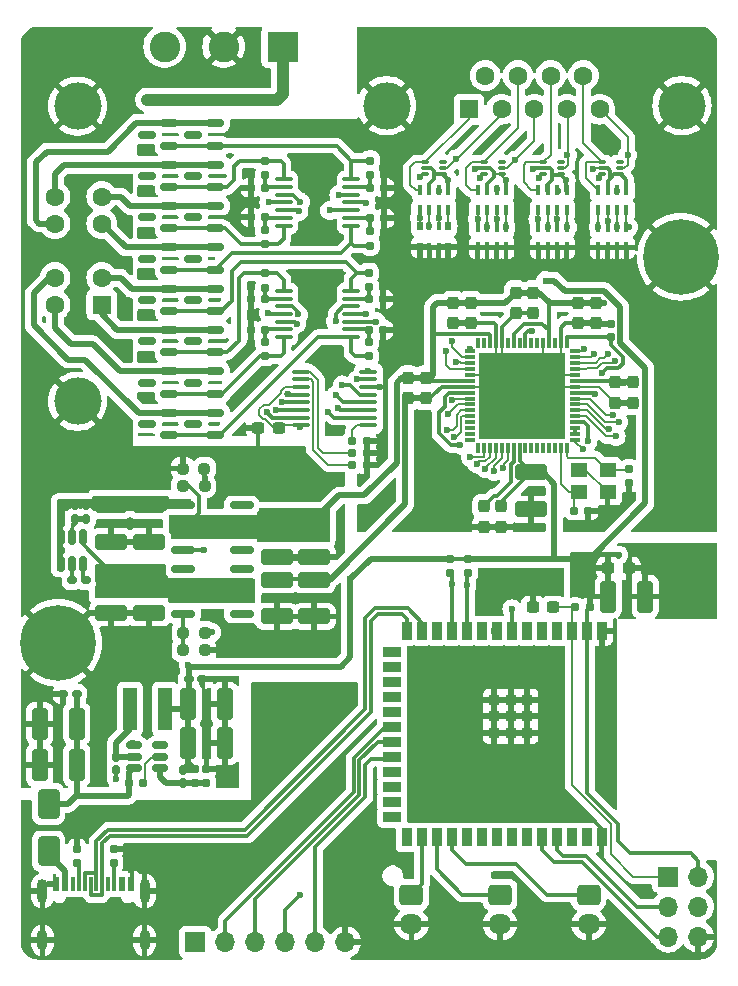
<source format=gbr>
%TF.GenerationSoftware,KiCad,Pcbnew,8.0.2*%
%TF.CreationDate,2025-01-11T16:17:31-03:00*%
%TF.ProjectId,EEG,4545472e-6b69-4636-9164-5f7063625858,rev?*%
%TF.SameCoordinates,Original*%
%TF.FileFunction,Copper,L1,Top*%
%TF.FilePolarity,Positive*%
%FSLAX46Y46*%
G04 Gerber Fmt 4.6, Leading zero omitted, Abs format (unit mm)*
G04 Created by KiCad (PCBNEW 8.0.2) date 2025-01-11 16:17:31*
%MOMM*%
%LPD*%
G01*
G04 APERTURE LIST*
G04 Aperture macros list*
%AMRoundRect*
0 Rectangle with rounded corners*
0 $1 Rounding radius*
0 $2 $3 $4 $5 $6 $7 $8 $9 X,Y pos of 4 corners*
0 Add a 4 corners polygon primitive as box body*
4,1,4,$2,$3,$4,$5,$6,$7,$8,$9,$2,$3,0*
0 Add four circle primitives for the rounded corners*
1,1,$1+$1,$2,$3*
1,1,$1+$1,$4,$5*
1,1,$1+$1,$6,$7*
1,1,$1+$1,$8,$9*
0 Add four rect primitives between the rounded corners*
20,1,$1+$1,$2,$3,$4,$5,0*
20,1,$1+$1,$4,$5,$6,$7,0*
20,1,$1+$1,$6,$7,$8,$9,0*
20,1,$1+$1,$8,$9,$2,$3,0*%
G04 Aperture macros list end*
%TA.AperFunction,SMDPad,CuDef*%
%ADD10RoundRect,0.237500X0.237500X-0.300000X0.237500X0.300000X-0.237500X0.300000X-0.237500X-0.300000X0*%
%TD*%
%TA.AperFunction,SMDPad,CuDef*%
%ADD11RoundRect,0.150000X0.587500X0.150000X-0.587500X0.150000X-0.587500X-0.150000X0.587500X-0.150000X0*%
%TD*%
%TA.AperFunction,SMDPad,CuDef*%
%ADD12R,0.400000X0.900000*%
%TD*%
%TA.AperFunction,SMDPad,CuDef*%
%ADD13RoundRect,0.237500X-0.250000X-0.237500X0.250000X-0.237500X0.250000X0.237500X-0.250000X0.237500X0*%
%TD*%
%TA.AperFunction,SMDPad,CuDef*%
%ADD14R,0.500000X0.800000*%
%TD*%
%TA.AperFunction,SMDPad,CuDef*%
%ADD15R,0.400000X0.800000*%
%TD*%
%TA.AperFunction,SMDPad,CuDef*%
%ADD16RoundRect,0.160000X-0.160000X0.197500X-0.160000X-0.197500X0.160000X-0.197500X0.160000X0.197500X0*%
%TD*%
%TA.AperFunction,SMDPad,CuDef*%
%ADD17RoundRect,0.237500X0.300000X0.237500X-0.300000X0.237500X-0.300000X-0.237500X0.300000X-0.237500X0*%
%TD*%
%TA.AperFunction,SMDPad,CuDef*%
%ADD18RoundRect,0.250000X0.412500X1.100000X-0.412500X1.100000X-0.412500X-1.100000X0.412500X-1.100000X0*%
%TD*%
%TA.AperFunction,SMDPad,CuDef*%
%ADD19RoundRect,0.100000X-0.637500X-0.100000X0.637500X-0.100000X0.637500X0.100000X-0.637500X0.100000X0*%
%TD*%
%TA.AperFunction,SMDPad,CuDef*%
%ADD20RoundRect,0.250000X-0.650000X1.000000X-0.650000X-1.000000X0.650000X-1.000000X0.650000X1.000000X0*%
%TD*%
%TA.AperFunction,SMDPad,CuDef*%
%ADD21RoundRect,0.160000X0.160000X-0.197500X0.160000X0.197500X-0.160000X0.197500X-0.160000X-0.197500X0*%
%TD*%
%TA.AperFunction,ComponentPad*%
%ADD22C,0.800000*%
%TD*%
%TA.AperFunction,ComponentPad*%
%ADD23C,6.400000*%
%TD*%
%TA.AperFunction,SMDPad,CuDef*%
%ADD24RoundRect,0.237500X-0.237500X0.300000X-0.237500X-0.300000X0.237500X-0.300000X0.237500X0.300000X0*%
%TD*%
%TA.AperFunction,SMDPad,CuDef*%
%ADD25RoundRect,0.150000X-0.825000X-0.150000X0.825000X-0.150000X0.825000X0.150000X-0.825000X0.150000X0*%
%TD*%
%TA.AperFunction,SMDPad,CuDef*%
%ADD26RoundRect,0.160000X-0.197500X-0.160000X0.197500X-0.160000X0.197500X0.160000X-0.197500X0.160000X0*%
%TD*%
%TA.AperFunction,SMDPad,CuDef*%
%ADD27RoundRect,0.237500X-0.300000X-0.237500X0.300000X-0.237500X0.300000X0.237500X-0.300000X0.237500X0*%
%TD*%
%TA.AperFunction,SMDPad,CuDef*%
%ADD28RoundRect,0.237500X0.250000X0.237500X-0.250000X0.237500X-0.250000X-0.237500X0.250000X-0.237500X0*%
%TD*%
%TA.AperFunction,SMDPad,CuDef*%
%ADD29RoundRect,0.250000X-0.412500X-1.100000X0.412500X-1.100000X0.412500X1.100000X-0.412500X1.100000X0*%
%TD*%
%TA.AperFunction,SMDPad,CuDef*%
%ADD30RoundRect,0.050000X-0.285000X-0.100000X0.285000X-0.100000X0.285000X0.100000X-0.285000X0.100000X0*%
%TD*%
%TA.AperFunction,ComponentPad*%
%ADD31C,4.000000*%
%TD*%
%TA.AperFunction,ComponentPad*%
%ADD32R,1.600000X1.600000*%
%TD*%
%TA.AperFunction,ComponentPad*%
%ADD33C,1.600000*%
%TD*%
%TA.AperFunction,ComponentPad*%
%ADD34RoundRect,0.250000X-0.725000X0.600000X-0.725000X-0.600000X0.725000X-0.600000X0.725000X0.600000X0*%
%TD*%
%TA.AperFunction,ComponentPad*%
%ADD35O,1.950000X1.700000*%
%TD*%
%TA.AperFunction,SMDPad,CuDef*%
%ADD36RoundRect,0.155000X-0.155000X0.212500X-0.155000X-0.212500X0.155000X-0.212500X0.155000X0.212500X0*%
%TD*%
%TA.AperFunction,SMDPad,CuDef*%
%ADD37RoundRect,0.250000X-1.100000X0.412500X-1.100000X-0.412500X1.100000X-0.412500X1.100000X0.412500X0*%
%TD*%
%TA.AperFunction,SMDPad,CuDef*%
%ADD38RoundRect,0.160000X0.197500X0.160000X-0.197500X0.160000X-0.197500X-0.160000X0.197500X-0.160000X0*%
%TD*%
%TA.AperFunction,SMDPad,CuDef*%
%ADD39RoundRect,0.160000X0.160000X-0.222500X0.160000X0.222500X-0.160000X0.222500X-0.160000X-0.222500X0*%
%TD*%
%TA.AperFunction,SMDPad,CuDef*%
%ADD40R,0.600000X1.160000*%
%TD*%
%TA.AperFunction,SMDPad,CuDef*%
%ADD41R,0.300000X1.160000*%
%TD*%
%TA.AperFunction,ComponentPad*%
%ADD42O,0.900000X2.000000*%
%TD*%
%TA.AperFunction,ComponentPad*%
%ADD43O,0.900000X1.700000*%
%TD*%
%TA.AperFunction,SMDPad,CuDef*%
%ADD44RoundRect,0.250000X1.100000X-0.412500X1.100000X0.412500X-1.100000X0.412500X-1.100000X-0.412500X0*%
%TD*%
%TA.AperFunction,SMDPad,CuDef*%
%ADD45R,1.150000X3.600000*%
%TD*%
%TA.AperFunction,SMDPad,CuDef*%
%ADD46RoundRect,0.150000X-0.150000X0.512500X-0.150000X-0.512500X0.150000X-0.512500X0.150000X0.512500X0*%
%TD*%
%TA.AperFunction,ComponentPad*%
%ADD47R,2.600000X2.600000*%
%TD*%
%TA.AperFunction,ComponentPad*%
%ADD48C,2.600000*%
%TD*%
%TA.AperFunction,SMDPad,CuDef*%
%ADD49R,1.400000X1.200000*%
%TD*%
%TA.AperFunction,SMDPad,CuDef*%
%ADD50R,0.850000X0.300000*%
%TD*%
%TA.AperFunction,SMDPad,CuDef*%
%ADD51R,0.300000X0.850000*%
%TD*%
%TA.AperFunction,SMDPad,CuDef*%
%ADD52R,7.350000X7.350000*%
%TD*%
%TA.AperFunction,SMDPad,CuDef*%
%ADD53RoundRect,0.160000X0.222500X0.160000X-0.222500X0.160000X-0.222500X-0.160000X0.222500X-0.160000X0*%
%TD*%
%TA.AperFunction,SMDPad,CuDef*%
%ADD54RoundRect,0.155000X-0.212500X-0.155000X0.212500X-0.155000X0.212500X0.155000X-0.212500X0.155000X0*%
%TD*%
%TA.AperFunction,SMDPad,CuDef*%
%ADD55RoundRect,0.160000X-0.222500X-0.160000X0.222500X-0.160000X0.222500X0.160000X-0.222500X0.160000X0*%
%TD*%
%TA.AperFunction,ComponentPad*%
%ADD56R,1.700000X1.700000*%
%TD*%
%TA.AperFunction,ComponentPad*%
%ADD57O,1.700000X1.700000*%
%TD*%
%TA.AperFunction,SMDPad,CuDef*%
%ADD58RoundRect,0.150000X-0.512500X-0.150000X0.512500X-0.150000X0.512500X0.150000X-0.512500X0.150000X0*%
%TD*%
%TA.AperFunction,SMDPad,CuDef*%
%ADD59R,0.900000X1.500000*%
%TD*%
%TA.AperFunction,SMDPad,CuDef*%
%ADD60R,1.500000X0.900000*%
%TD*%
%TA.AperFunction,SMDPad,CuDef*%
%ADD61R,0.900000X0.900000*%
%TD*%
%TA.AperFunction,ViaPad*%
%ADD62C,0.600000*%
%TD*%
%TA.AperFunction,Conductor*%
%ADD63C,0.200000*%
%TD*%
%TA.AperFunction,Conductor*%
%ADD64C,0.300000*%
%TD*%
%TA.AperFunction,Conductor*%
%ADD65C,0.500000*%
%TD*%
%TA.AperFunction,Conductor*%
%ADD66C,1.000000*%
%TD*%
G04 APERTURE END LIST*
D10*
%TO.P,C4,1*%
%TO.N,VSSA*%
X183800000Y-96712500D03*
%TO.P,C4,2*%
%TO.N,VDDA*%
X183800000Y-94987500D03*
%TD*%
D11*
%TO.P,Q7,1,B*%
%TO.N,Net-(Q7-B)*%
X147700000Y-95700000D03*
%TO.P,Q7,2,E*%
%TO.N,PWR_SG4*%
X147700000Y-93800000D03*
%TO.P,Q7,3,C*%
%TO.N,+12V*%
X145825000Y-94750000D03*
%TD*%
D12*
%TO.P,CN4,1,C1.1*%
%TO.N,GNDA*%
X184000000Y-90300000D03*
%TO.P,CN4,2,C2.1*%
X184800000Y-90300000D03*
%TO.P,CN4,3,C3.1*%
X185600000Y-90300000D03*
%TO.P,CN4,4,C4.1*%
X186400000Y-90300000D03*
%TO.P,CN4,5,C4.2*%
%TO.N,IN7-_ADC*%
X186400000Y-88600000D03*
%TO.P,CN4,6,C3.2*%
%TO.N,IN7+_ADC*%
X185600000Y-88600000D03*
%TO.P,CN4,7,C2.2*%
%TO.N,IN6-_ADC*%
X184800000Y-88600000D03*
%TO.P,CN4,8,C1.2*%
%TO.N,IN6+_ADC*%
X184000000Y-88600000D03*
%TD*%
D13*
%TO.P,R10,1*%
%TO.N,Net-(U9-ADJ)*%
X148880000Y-122925000D03*
%TO.P,R10,2*%
%TO.N,VSSA*%
X150705000Y-122925000D03*
%TD*%
D10*
%TO.P,C14,2*%
%TO.N,VDDA*%
X185450000Y-101725000D03*
%TO.P,C14,1*%
%TO.N,VSSA*%
X185450000Y-103450000D03*
%TD*%
D12*
%TO.P,RN3,1,R1.1*%
%TO.N,IN4+_ADC*%
X178950000Y-87150000D03*
%TO.P,RN3,2,R2.1*%
%TO.N,IN4-_ADC*%
X179750000Y-87150000D03*
%TO.P,RN3,3,R3.1*%
%TO.N,IN5+_ADC*%
X180550000Y-87150000D03*
%TO.P,RN3,4,R4.1*%
%TO.N,IN5-_ADC*%
X181350000Y-87150000D03*
%TO.P,RN3,5,R4.2*%
%TO.N,IN0-*%
X181350000Y-85450000D03*
%TO.P,RN3,6,R3.2*%
%TO.N,IN5+*%
X180550000Y-85450000D03*
%TO.P,RN3,7,R2.2*%
%TO.N,IN0-*%
X179750000Y-85450000D03*
%TO.P,RN3,8,R1.2*%
%TO.N,IN4+*%
X178950000Y-85450000D03*
%TD*%
D14*
%TO.P,CN1,1,C1.1*%
%TO.N,GNDA*%
X168900000Y-90300000D03*
D15*
%TO.P,CN1,2,C2.1*%
X169700000Y-90300000D03*
%TO.P,CN1,3,C3.1*%
X170500000Y-90300000D03*
D14*
%TO.P,CN1,4,C4.1*%
X171300000Y-90300000D03*
%TO.P,CN1,5,C4.2*%
%TO.N,IN0+_ADC*%
X171300000Y-88500000D03*
D15*
%TO.P,CN1,6,C3.2*%
%TO.N,IN1+_ADC*%
X170500000Y-88500000D03*
%TO.P,CN1,7,C2.2*%
%TO.N,IN0-_ADC*%
X169700000Y-88500000D03*
D14*
%TO.P,CN1,8,C1.2*%
%TO.N,IN1-_ADC*%
X168900000Y-88500000D03*
%TD*%
D16*
%TO.P,R7,1*%
%TO.N,+3.3V*%
X149842500Y-134477500D03*
%TO.P,R7,2*%
%TO.N,Net-(U7-VFB)*%
X149842500Y-135672500D03*
%TD*%
D17*
%TO.P,C39,1*%
%TO.N,+3.3V*%
X156962500Y-105600000D03*
%TO.P,C39,2*%
%TO.N,GNDA*%
X155237500Y-105600000D03*
%TD*%
D18*
%TO.P,C22,1*%
%TO.N,+5V*%
X139852500Y-130625000D03*
%TO.P,C22,2*%
%TO.N,GNDA*%
X136727500Y-130625000D03*
%TD*%
D19*
%TO.P,U12,1,~{LDAC}*%
%TO.N,Net-(U12-~{LDAC})*%
X158825000Y-100825000D03*
%TO.P,U12,2,ADDR0*%
%TO.N,Net-(U12-ADDR0)*%
X158825000Y-101475000D03*
%TO.P,U12,3,AVDD*%
%TO.N,+3.3V*%
X158825000Y-102125000D03*
%TO.P,U12,4,VOUTA*%
%TO.N,DAC_SG5*%
X158825000Y-102775000D03*
%TO.P,U12,5,VOUTC*%
%TO.N,DAC_SG6*%
X158825000Y-103425000D03*
%TO.P,U12,6,VOUTE*%
%TO.N,DAC_SG1*%
X158825000Y-104075000D03*
%TO.P,U12,7,VOUTG*%
%TO.N,DAC_SG2*%
X158825000Y-104725000D03*
%TO.P,U12,8,VREFIN*%
%TO.N,+3.3V*%
X158825000Y-105375000D03*
%TO.P,U12,9,~{CLR}*%
%TO.N,Net-(U12-~{CLR})*%
X164550000Y-105375000D03*
%TO.P,U12,10,VOUTH*%
%TO.N,DAC_SG8*%
X164550000Y-104725000D03*
%TO.P,U12,11,VOUTF*%
%TO.N,DAC_SG7*%
X164550000Y-104075000D03*
%TO.P,U12,12,VOUTD*%
%TO.N,DAC_SG4*%
X164550000Y-103425000D03*
%TO.P,U12,13,VOUTB*%
%TO.N,DAC_SG3*%
X164550000Y-102775000D03*
%TO.P,U12,14,GND*%
%TO.N,GNDA*%
X164550000Y-102125000D03*
%TO.P,U12,15,SDA*%
%TO.N,SDA*%
X164550000Y-101475000D03*
%TO.P,U12,16,SCL*%
%TO.N,SCL*%
X164550000Y-100825000D03*
%TD*%
D20*
%TO.P,D1,1,K*%
%TO.N,+5V*%
X137480000Y-137425000D03*
%TO.P,D1,2,A*%
%TO.N,Net-(D1-A)*%
X137480000Y-141425000D03*
%TD*%
D21*
%TO.P,R33,1*%
%TO.N,SDA*%
X172980000Y-117860000D03*
%TO.P,R33,2*%
%TO.N,+3.3V*%
X172980000Y-116665000D03*
%TD*%
D10*
%TO.P,C10,1*%
%TO.N,VSSA*%
X178515000Y-95850000D03*
%TO.P,C10,2*%
%TO.N,VDDA*%
X178515000Y-94125000D03*
%TD*%
%TO.P,C11,1*%
%TO.N,VSSA*%
X177025000Y-95850000D03*
%TO.P,C11,2*%
%TO.N,VDDA*%
X177025000Y-94125000D03*
%TD*%
D22*
%TO.P,H2,1,1*%
%TO.N,GNDA*%
X188600000Y-91100000D03*
X189302944Y-89402944D03*
X189302944Y-92797056D03*
X191000000Y-88700000D03*
D23*
X191000000Y-91100000D03*
D22*
X191000000Y-93500000D03*
X192697056Y-89402944D03*
X192697056Y-92797056D03*
X193400000Y-91100000D03*
%TD*%
D19*
%TO.P,U10,1*%
%TO.N,Net-(Q5-B)*%
X157375000Y-94001250D03*
%TO.P,U10,2,-*%
%TO.N,Net-(U10A--)*%
X157375000Y-94651250D03*
%TO.P,U10,3,+*%
%TO.N,DAC_SG1*%
X157375000Y-95301250D03*
%TO.P,U10,4,V+*%
%TO.N,+12V*%
X157375000Y-95951250D03*
%TO.P,U10,5,+*%
%TO.N,DAC_SG2*%
X157375000Y-96601250D03*
%TO.P,U10,6,-*%
%TO.N,Net-(U10B--)*%
X157375000Y-97251250D03*
%TO.P,U10,7*%
%TO.N,Net-(Q3-B)*%
X157375000Y-97901250D03*
%TO.P,U10,8*%
%TO.N,Net-(Q1-B)*%
X163100000Y-97901250D03*
%TO.P,U10,9,-*%
%TO.N,Net-(U10C--)*%
X163100000Y-97251250D03*
%TO.P,U10,10,+*%
%TO.N,DAC_SG3*%
X163100000Y-96601250D03*
%TO.P,U10,11,V-*%
%TO.N,-12V*%
X163100000Y-95951250D03*
%TO.P,U10,12,+*%
%TO.N,DAC_SG4*%
X163100000Y-95301250D03*
%TO.P,U10,13,-*%
%TO.N,Net-(U10D--)*%
X163100000Y-94651250D03*
%TO.P,U10,14*%
%TO.N,Net-(Q7-B)*%
X163100000Y-94001250D03*
%TD*%
D11*
%TO.P,Q4,1,B*%
%TO.N,Net-(Q3-B)*%
X151600000Y-102700000D03*
%TO.P,Q4,2,E*%
%TO.N,PWR_SG2*%
X151600000Y-100800000D03*
%TO.P,Q4,3,C*%
%TO.N,-12V*%
X149725000Y-101750000D03*
%TD*%
%TO.P,Q16,1,B*%
%TO.N,Net-(Q15-B)*%
X151600000Y-81700000D03*
%TO.P,Q16,2,E*%
%TO.N,PWR_SG8*%
X151600000Y-79800000D03*
%TO.P,Q16,3,C*%
%TO.N,-12V*%
X149725000Y-80750000D03*
%TD*%
D24*
%TO.P,C8,1*%
%TO.N,+3.3V*%
X175800000Y-112237500D03*
%TO.P,C8,2*%
%TO.N,GNDA*%
X175800000Y-113962500D03*
%TD*%
D25*
%TO.P,U9,1,VO*%
%TO.N,VSSA*%
X148880000Y-117525000D03*
%TO.P,U9,2,VI*%
%TO.N,-3V3*%
X148880000Y-118795000D03*
%TO.P,U9,3,VI*%
X148880000Y-120065000D03*
%TO.P,U9,4,ADJ*%
%TO.N,Net-(U9-ADJ)*%
X148880000Y-121335000D03*
%TO.P,U9,5,NC*%
%TO.N,unconnected-(U9-NC-Pad5)*%
X153830000Y-121335000D03*
%TO.P,U9,6,VI*%
%TO.N,-3V3*%
X153830000Y-120065000D03*
%TO.P,U9,7,VI*%
X153830000Y-118795000D03*
%TO.P,U9,8,NC*%
%TO.N,unconnected-(U9-NC-Pad8)*%
X153830000Y-117525000D03*
%TD*%
D12*
%TO.P,CN3,1,C1.1*%
%TO.N,GNDA*%
X178950000Y-90300000D03*
%TO.P,CN3,2,C2.1*%
X179750000Y-90300000D03*
%TO.P,CN3,3,C3.1*%
X180550000Y-90300000D03*
%TO.P,CN3,4,C4.1*%
X181350000Y-90300000D03*
%TO.P,CN3,5,C4.2*%
%TO.N,IN5-_ADC*%
X181350000Y-88600000D03*
%TO.P,CN3,6,C3.2*%
%TO.N,IN5+_ADC*%
X180550000Y-88600000D03*
%TO.P,CN3,7,C2.2*%
%TO.N,IN4-_ADC*%
X179750000Y-88600000D03*
%TO.P,CN3,8,C1.2*%
%TO.N,IN4+_ADC*%
X178950000Y-88600000D03*
%TD*%
D21*
%TO.P,R16,1*%
%TO.N,Net-(Q3-B)*%
X155800000Y-99498750D03*
%TO.P,R16,2*%
%TO.N,Net-(U10B--)*%
X155800000Y-98303750D03*
%TD*%
D26*
%TO.P,R29,1*%
%TO.N,Net-(U12-~{CLR})*%
X163205000Y-106700000D03*
%TO.P,R29,2*%
%TO.N,GNDA*%
X164400000Y-106700000D03*
%TD*%
D27*
%TO.P,C2,1*%
%TO.N,+3.3V*%
X184875000Y-117462500D03*
%TO.P,C2,2*%
%TO.N,GNDA*%
X186600000Y-117462500D03*
%TD*%
D28*
%TO.P,R8,1*%
%TO.N,Net-(U6-ADJ)*%
X150667500Y-109025000D03*
%TO.P,R8,2*%
%TO.N,GNDA*%
X148842500Y-109025000D03*
%TD*%
D10*
%TO.P,C9,1*%
%TO.N,VSSA*%
X182300000Y-96720000D03*
%TO.P,C9,2*%
%TO.N,VDDA*%
X182300000Y-94995000D03*
%TD*%
D29*
%TO.P,C24,1*%
%TO.N,+3.3V*%
X149280000Y-128975000D03*
%TO.P,C24,2*%
%TO.N,GNDA*%
X152405000Y-128975000D03*
%TD*%
D30*
%TO.P,U2,1*%
%TO.N,IN0+*%
X169360000Y-83100000D03*
%TO.P,U2,2*%
%TO.N,IN0-*%
X169360000Y-83600000D03*
%TO.P,U2,3*%
%TO.N,GNDA*%
X169360000Y-84100000D03*
%TO.P,U2,4*%
%TO.N,IN0-*%
X170840000Y-84100000D03*
%TO.P,U2,5*%
%TO.N,IN1+*%
X170840000Y-83600000D03*
%TO.P,U2,6*%
%TO.N,unconnected-(U2-Pad6)*%
X170840000Y-83100000D03*
%TD*%
D31*
%TO.P,J3,0,PAD*%
%TO.N,GNDA*%
X191100000Y-78300000D03*
X166100000Y-78300000D03*
D32*
%TO.P,J3,1,1*%
%TO.N,IN0+*%
X173060000Y-78600000D03*
D33*
%TO.P,J3,2,2*%
%TO.N,IN1+*%
X175830000Y-78600000D03*
%TO.P,J3,3,3*%
%TO.N,IN3+*%
X178600000Y-78600000D03*
%TO.P,J3,4,4*%
%TO.N,IN5+*%
X181370000Y-78600000D03*
%TO.P,J3,5,5*%
%TO.N,IN7+*%
X184140000Y-78600000D03*
%TO.P,J3,6,6*%
%TO.N,IN0-*%
X174445000Y-75760000D03*
%TO.P,J3,7,7*%
%TO.N,IN2+*%
X177215000Y-75760000D03*
%TO.P,J3,8,8*%
%TO.N,IN4+*%
X179985000Y-75760000D03*
%TO.P,J3,9,9*%
%TO.N,IN6+*%
X182755000Y-75760000D03*
%TD*%
D10*
%TO.P,C13,1*%
%TO.N,VSSA*%
X171700000Y-96720000D03*
%TO.P,C13,2*%
%TO.N,VDDA*%
X171700000Y-94995000D03*
%TD*%
D34*
%TO.P,J7,1,Pin_1*%
%TO.N,I0*%
X168200000Y-145100000D03*
D35*
%TO.P,J7,2,Pin_2*%
%TO.N,GNDA*%
X168200000Y-147600000D03*
%TD*%
D11*
%TO.P,Q3,1,B*%
%TO.N,Net-(Q3-B)*%
X147700000Y-102700000D03*
%TO.P,Q3,2,E*%
%TO.N,PWR_SG2*%
X147700000Y-100800000D03*
%TO.P,Q3,3,C*%
%TO.N,+12V*%
X145825000Y-101750000D03*
%TD*%
D13*
%TO.P,R5,1*%
%TO.N,VDDA*%
X148855000Y-110525000D03*
%TO.P,R5,2*%
%TO.N,Net-(U6-ADJ)*%
X150680000Y-110525000D03*
%TD*%
D10*
%TO.P,C6,1*%
%TO.N,VSSA*%
X169400000Y-103062500D03*
%TO.P,C6,2*%
%TO.N,VDDA*%
X169400000Y-101337500D03*
%TD*%
D34*
%TO.P,J8,1,Pin_1*%
%TO.N,I1*%
X175700000Y-145100000D03*
D35*
%TO.P,J8,2,Pin_2*%
%TO.N,GNDA*%
X175700000Y-147600000D03*
%TD*%
D21*
%TO.P,R6,2*%
%TO.N,GNDA*%
X150842500Y-134475000D03*
%TO.P,R6,1*%
%TO.N,Net-(U7-VFB)*%
X150842500Y-135670000D03*
%TD*%
D11*
%TO.P,Q5,1,B*%
%TO.N,Net-(Q5-B)*%
X147700000Y-99200000D03*
%TO.P,Q5,2,E*%
%TO.N,PWR_SG1*%
X147700000Y-97300000D03*
%TO.P,Q5,3,C*%
%TO.N,+12V*%
X145825000Y-98250000D03*
%TD*%
D36*
%TO.P,C19,1*%
%TO.N,Net-(IC1-XTAL2{slash}MCLK)*%
X186600000Y-109100000D03*
%TO.P,C19,2*%
%TO.N,GNDA*%
X186600000Y-110235000D03*
%TD*%
D30*
%TO.P,U5,1*%
%TO.N,IN6+*%
X184360000Y-83100000D03*
%TO.P,U5,2*%
%TO.N,IN0-*%
X184360000Y-83600000D03*
%TO.P,U5,3*%
%TO.N,GNDA*%
X184360000Y-84100000D03*
%TO.P,U5,4*%
%TO.N,IN0-*%
X185840000Y-84100000D03*
%TO.P,U5,5*%
%TO.N,IN7+*%
X185840000Y-83600000D03*
%TO.P,U5,6*%
%TO.N,unconnected-(U5-Pad6)*%
X185840000Y-83100000D03*
%TD*%
D16*
%TO.P,R18,1*%
%TO.N,Net-(Q7-B)*%
X164600000Y-92453750D03*
%TO.P,R18,2*%
%TO.N,Net-(U10D--)*%
X164600000Y-93648750D03*
%TD*%
D37*
%TO.P,C29,1*%
%TO.N,+3.3V*%
X142780000Y-112125000D03*
%TO.P,C29,2*%
%TO.N,GNDA*%
X142780000Y-115250000D03*
%TD*%
D26*
%TO.P,R30,1*%
%TO.N,Net-(U12-~{LDAC})*%
X163205000Y-107700000D03*
%TO.P,R30,2*%
%TO.N,GNDA*%
X164400000Y-107700000D03*
%TD*%
D12*
%TO.P,RN2,1,R1.1*%
%TO.N,IN2+_ADC*%
X173800000Y-87150000D03*
%TO.P,RN2,2,R2.1*%
%TO.N,IN2-_ADC*%
X174600000Y-87150000D03*
%TO.P,RN2,3,R3.1*%
%TO.N,IN3+_ADC*%
X175400000Y-87150000D03*
%TO.P,RN2,4,R4.1*%
%TO.N,IN3-_ADC*%
X176200000Y-87150000D03*
%TO.P,RN2,5,R4.2*%
%TO.N,IN0-*%
X176200000Y-85450000D03*
%TO.P,RN2,6,R3.2*%
%TO.N,IN3+*%
X175400000Y-85450000D03*
%TO.P,RN2,7,R2.2*%
%TO.N,IN0-*%
X174600000Y-85450000D03*
%TO.P,RN2,8,R1.2*%
%TO.N,IN2+*%
X173800000Y-85450000D03*
%TD*%
D11*
%TO.P,Q6,1,B*%
%TO.N,Net-(Q5-B)*%
X151600000Y-99200000D03*
%TO.P,Q6,2,E*%
%TO.N,PWR_SG1*%
X151600000Y-97300000D03*
%TO.P,Q6,3,C*%
%TO.N,-12V*%
X149725000Y-98250000D03*
%TD*%
D16*
%TO.P,R15,1*%
%TO.N,Net-(Q5-B)*%
X155800000Y-92503750D03*
%TO.P,R15,2*%
%TO.N,Net-(U10A--)*%
X155800000Y-93698750D03*
%TD*%
D10*
%TO.P,C12,1*%
%TO.N,VSSA*%
X173200000Y-96720000D03*
%TO.P,C12,2*%
%TO.N,VDDA*%
X173200000Y-94995000D03*
%TD*%
D19*
%TO.P,U11,1*%
%TO.N,Net-(Q13-B)*%
X157375000Y-84550000D03*
%TO.P,U11,2,-*%
%TO.N,Net-(U11A--)*%
X157375000Y-85200000D03*
%TO.P,U11,3,+*%
%TO.N,DAC_SG5*%
X157375000Y-85850000D03*
%TO.P,U11,4,V+*%
%TO.N,+12V*%
X157375000Y-86500000D03*
%TO.P,U11,5,+*%
%TO.N,DAC_SG6*%
X157375000Y-87150000D03*
%TO.P,U11,6,-*%
%TO.N,Net-(U11B--)*%
X157375000Y-87800000D03*
%TO.P,U11,7*%
%TO.N,Net-(Q11-B)*%
X157375000Y-88450000D03*
%TO.P,U11,8*%
%TO.N,Net-(Q10-B)*%
X163100000Y-88450000D03*
%TO.P,U11,9,-*%
%TO.N,Net-(U11C--)*%
X163100000Y-87800000D03*
%TO.P,U11,10,+*%
%TO.N,DAC_SG7*%
X163100000Y-87150000D03*
%TO.P,U11,11,V-*%
%TO.N,-12V*%
X163100000Y-86500000D03*
%TO.P,U11,12,+*%
%TO.N,DAC_SG8*%
X163100000Y-85850000D03*
%TO.P,U11,13,-*%
%TO.N,Net-(U11D--)*%
X163100000Y-85200000D03*
%TO.P,U11,14*%
%TO.N,Net-(Q15-B)*%
X163100000Y-84550000D03*
%TD*%
D38*
%TO.P,R20,1*%
%TO.N,Net-(U11B--)*%
X155797500Y-87750000D03*
%TO.P,R20,2*%
%TO.N,GNDA*%
X154602500Y-87750000D03*
%TD*%
D39*
%TO.P,C33,1*%
%TO.N,GNDA*%
X139680000Y-113270000D03*
%TO.P,C33,2*%
%TO.N,+3.3V*%
X139680000Y-112125000D03*
%TD*%
D29*
%TO.P,C25,1*%
%TO.N,+3.3V*%
X149280000Y-132275000D03*
%TO.P,C25,2*%
%TO.N,GNDA*%
X152405000Y-132275000D03*
%TD*%
D38*
%TO.P,R12,1*%
%TO.N,Net-(U10B--)*%
X155800000Y-97301250D03*
%TO.P,R12,2*%
%TO.N,GNDA*%
X154605000Y-97301250D03*
%TD*%
D40*
%TO.P,J2,A1,GND*%
%TO.N,GNDA*%
X138080000Y-144215000D03*
%TO.P,J2,A4,VBUS*%
%TO.N,Net-(D1-A)*%
X138880000Y-144215000D03*
D41*
%TO.P,J2,A5,CC1*%
%TO.N,Net-(J2-CC1)*%
X140030000Y-144215000D03*
%TO.P,J2,A6,D+*%
%TO.N,D+*%
X141030000Y-144215000D03*
%TO.P,J2,A7,D-*%
%TO.N,D-*%
X141530000Y-144215000D03*
%TO.P,J2,A8,SBU1*%
%TO.N,unconnected-(J2-SBU1-PadA8)*%
X142530000Y-144215000D03*
D40*
%TO.P,J2,A9,VBUS*%
%TO.N,Net-(D1-A)*%
X143680000Y-144215000D03*
%TO.P,J2,A12,GND*%
%TO.N,GNDA*%
X144480000Y-144215000D03*
%TO.P,J2,B1,GND*%
X144480000Y-144215000D03*
%TO.P,J2,B4,VBUS*%
%TO.N,Net-(D1-A)*%
X143680000Y-144215000D03*
D41*
%TO.P,J2,B5,CC2*%
%TO.N,Net-(J2-CC2)*%
X143030000Y-144215000D03*
%TO.P,J2,B6,D+*%
%TO.N,D+*%
X142030000Y-144215000D03*
%TO.P,J2,B7,D-*%
%TO.N,D-*%
X140530000Y-144215000D03*
%TO.P,J2,B8,SBU2*%
%TO.N,unconnected-(J2-SBU2-PadB8)*%
X139530000Y-144215000D03*
D40*
%TO.P,J2,B9,VBUS*%
%TO.N,Net-(D1-A)*%
X138880000Y-144215000D03*
%TO.P,J2,B12,GND*%
%TO.N,GNDA*%
X138080000Y-144215000D03*
D42*
%TO.P,J2,S1,SHIELD*%
X136960000Y-144795000D03*
D43*
X136960000Y-148965000D03*
D42*
X145600000Y-144795000D03*
D43*
X145600000Y-148965000D03*
%TD*%
D44*
%TO.P,C37,1*%
%TO.N,GNDA*%
X156780000Y-121550000D03*
%TO.P,C37,2*%
%TO.N,VSSA*%
X156780000Y-118425000D03*
%TD*%
D45*
%TO.P,L1,1*%
%TO.N,Net-(U7-SW)*%
X144367500Y-129375000D03*
%TO.P,L1,2*%
%TO.N,+3.3V*%
X147317500Y-129375000D03*
%TD*%
D26*
%TO.P,R13,1*%
%TO.N,Net-(U10C--)*%
X164602500Y-97301250D03*
%TO.P,R13,2*%
%TO.N,GNDA*%
X165797500Y-97301250D03*
%TD*%
D46*
%TO.P,U8,1,VOUT*%
%TO.N,-3V3*%
X140405000Y-114792500D03*
%TO.P,U8,2,GND*%
%TO.N,GNDA*%
X139455000Y-114792500D03*
%TO.P,U8,3,VIN*%
%TO.N,+3.3V*%
X138505000Y-114792500D03*
%TO.P,U8,4,EN*%
X138505000Y-117067500D03*
%TO.P,U8,5,C1+*%
%TO.N,Net-(U8-C1+)*%
X139455000Y-117067500D03*
%TO.P,U8,6,C1-*%
%TO.N,Net-(U8-C1-)*%
X140405000Y-117067500D03*
%TD*%
D47*
%TO.P,J5,1,Pin_1*%
%TO.N,+12V*%
X157300000Y-73300000D03*
D48*
%TO.P,J5,2,Pin_2*%
%TO.N,GNDA*%
X152300000Y-73300000D03*
%TO.P,J5,3,Pin_3*%
%TO.N,-12V*%
X147300000Y-73300000D03*
%TD*%
D11*
%TO.P,Q1,1,B*%
%TO.N,Net-(Q1-B)*%
X147700000Y-106200000D03*
%TO.P,Q1,2,E*%
%TO.N,PWR_SG3*%
X147700000Y-104300000D03*
%TO.P,Q1,3,C*%
%TO.N,+12V*%
X145825000Y-105250000D03*
%TD*%
%TO.P,Q9,1,B*%
%TO.N,Net-(Q10-B)*%
X147700000Y-92200000D03*
%TO.P,Q9,2,E*%
%TO.N,PWR_SG7*%
X147700000Y-90300000D03*
%TO.P,Q9,3,C*%
%TO.N,+12V*%
X145825000Y-91250000D03*
%TD*%
D49*
%TO.P,Y1,1,1*%
%TO.N,Net-(IC1-XTAL1)*%
X182400000Y-111050000D03*
%TO.P,Y1,2,2*%
%TO.N,GNDA*%
X184800000Y-111050000D03*
%TO.P,Y1,3,3*%
%TO.N,Net-(IC1-XTAL2{slash}MCLK)*%
X184800000Y-109150000D03*
%TO.P,Y1,4,4*%
%TO.N,GNDA*%
X182400000Y-109150000D03*
%TD*%
D11*
%TO.P,Q15,3,C*%
%TO.N,+12V*%
X145825000Y-80750000D03*
%TO.P,Q15,2,E*%
%TO.N,PWR_SG8*%
X147700000Y-79800000D03*
%TO.P,Q15,1,B*%
%TO.N,Net-(Q15-B)*%
X147700000Y-81700000D03*
%TD*%
D38*
%TO.P,R11,1*%
%TO.N,Net-(U10A--)*%
X155800000Y-94701250D03*
%TO.P,R11,2*%
%TO.N,GNDA*%
X154605000Y-94701250D03*
%TD*%
D21*
%TO.P,R24,1*%
%TO.N,Net-(Q11-B)*%
X155800000Y-90045000D03*
%TO.P,R24,2*%
%TO.N,Net-(U11B--)*%
X155800000Y-88850000D03*
%TD*%
%TO.P,R17,1*%
%TO.N,Net-(Q1-B)*%
X164600000Y-99498750D03*
%TO.P,R17,2*%
%TO.N,Net-(U10C--)*%
X164600000Y-98303750D03*
%TD*%
D11*
%TO.P,Q11,1,B*%
%TO.N,Net-(Q11-B)*%
X147700000Y-88700000D03*
%TO.P,Q11,2,E*%
%TO.N,PWR_SG6*%
X147700000Y-86800000D03*
%TO.P,Q11,3,C*%
%TO.N,+12V*%
X145825000Y-87750000D03*
%TD*%
D50*
%TO.P,IC1,1,AIN0-*%
%TO.N,IN0-_ADC*%
X173150000Y-99100000D03*
%TO.P,IC1,2,AIN0+*%
%TO.N,IN0+_ADC*%
X173150000Y-99600000D03*
%TO.P,IC1,3,AIN1-*%
%TO.N,IN1-_ADC*%
X173150000Y-100100000D03*
%TO.P,IC1,4,AIN1+*%
%TO.N,IN1+_ADC*%
X173150000Y-100600000D03*
%TO.P,IC1,5,AVSS1A*%
%TO.N,VSSA*%
X173150000Y-101100000D03*
%TO.P,IC1,6,AVDD1A*%
%TO.N,VDDA*%
X173150000Y-101600000D03*
%TO.P,IC1,7,REF1-*%
%TO.N,VSSA*%
X173150000Y-102100000D03*
%TO.P,IC1,8,REF1+*%
%TO.N,Vref+*%
X173150000Y-102600000D03*
%TO.P,IC1,9,AIN2-*%
%TO.N,IN2-_ADC*%
X173150000Y-103100000D03*
%TO.P,IC1,10,AIN2+*%
%TO.N,IN2+_ADC*%
X173150000Y-103600000D03*
%TO.P,IC1,11,AIN3-*%
%TO.N,IN3-_ADC*%
X173150000Y-104100000D03*
%TO.P,IC1,12,AIN3+*%
%TO.N,IN3+_ADC*%
X173150000Y-104600000D03*
%TO.P,IC1,13,MODE0/GPIO0*%
%TO.N,unconnected-(IC1-MODE0{slash}GPIO0-Pad13)*%
X173150000Y-105100000D03*
%TO.P,IC1,14,MODE1/GPIO1*%
%TO.N,unconnected-(IC1-MODE1{slash}GPIO1-Pad14)*%
X173150000Y-105600000D03*
%TO.P,IC1,15,MODE2/GPIO2*%
%TO.N,unconnected-(IC1-MODE2{slash}GPIO2-Pad15)*%
X173150000Y-106100000D03*
%TO.P,IC1,16,MODE3/ALERT*%
%TO.N,unconnected-(IC1-MODE3{slash}ALERT-Pad16)*%
X173150000Y-106600000D03*
D51*
%TO.P,IC1,17,CONVST_SAR*%
%TO.N,unconnected-(IC1-CONVST_SAR-Pad17)*%
X173850000Y-107300000D03*
%TO.P,IC1,18,ALERT/~{CS}*%
%TO.N,ADC_CS*%
X174350000Y-107300000D03*
%TO.P,IC1,19,DCLK2/SCLK*%
%TO.N,SCK*%
X174850000Y-107300000D03*
%TO.P,IC1,20,DCLK1/SDI*%
%TO.N,MOSI*%
X175350000Y-107300000D03*
%TO.P,IC1,21,DCLK0/SDO*%
%TO.N,MISO*%
X175850000Y-107300000D03*
%TO.P,IC1,22,DGND*%
%TO.N,GNDA*%
X176350000Y-107300000D03*
%TO.P,IC1,23,DREGCAP*%
%TO.N,Net-(IC1-DREGCAP)*%
X176850000Y-107300000D03*
%TO.P,IC1,24,IOVDD*%
%TO.N,+3.3V*%
X177350000Y-107300000D03*
%TO.P,IC1,25,DOUT3*%
%TO.N,unconnected-(IC1-DOUT3-Pad25)*%
X177850000Y-107300000D03*
%TO.P,IC1,26,DOUT2*%
%TO.N,unconnected-(IC1-DOUT2-Pad26)*%
X178350000Y-107300000D03*
%TO.P,IC1,27,DOUT1*%
%TO.N,unconnected-(IC1-DOUT1-Pad27)*%
X178850000Y-107300000D03*
%TO.P,IC1,28,DOUT0*%
%TO.N,unconnected-(IC1-DOUT0-Pad28)*%
X179350000Y-107300000D03*
%TO.P,IC1,29,DCLK*%
%TO.N,unconnected-(IC1-DCLK-Pad29)*%
X179850000Y-107300000D03*
%TO.P,IC1,30,~{DRDY}*%
%TO.N,unconnected-(IC1-~{DRDY}-Pad30)*%
X180350000Y-107300000D03*
%TO.P,IC1,31,XTAL1*%
%TO.N,Net-(IC1-XTAL1)*%
X180850000Y-107300000D03*
%TO.P,IC1,32,XTAL2/MCLK*%
%TO.N,Net-(IC1-XTAL2{slash}MCLK)*%
X181350000Y-107300000D03*
D50*
%TO.P,IC1,33,~{START}*%
%TO.N,start_ADC*%
X182050000Y-106600000D03*
%TO.P,IC1,34,~{SYNC_OUT}*%
%TO.N,Net-(IC1-~{SYNC_IN})*%
X182050000Y-106100000D03*
%TO.P,IC1,35,~{SYNC_IN}*%
X182050000Y-105600000D03*
%TO.P,IC1,36,~{RESET}*%
%TO.N,reset_ADC*%
X182050000Y-105100000D03*
%TO.P,IC1,37,AIN7+*%
%TO.N,IN7+_ADC*%
X182050000Y-104600000D03*
%TO.P,IC1,38,AIN7-*%
%TO.N,IN7-_ADC*%
X182050000Y-104100000D03*
%TO.P,IC1,39,AIN6+*%
%TO.N,IN6+_ADC*%
X182050000Y-103600000D03*
%TO.P,IC1,40,AIN6-*%
%TO.N,IN6-_ADC*%
X182050000Y-103100000D03*
%TO.P,IC1,41,REF2+*%
%TO.N,Vref+*%
X182050000Y-102600000D03*
%TO.P,IC1,42,REF2-*%
%TO.N,VSSA*%
X182050000Y-102100000D03*
%TO.P,IC1,43,AVDD1B*%
%TO.N,VDDA*%
X182050000Y-101600000D03*
%TO.P,IC1,44,AVSS1B*%
%TO.N,VSSA*%
X182050000Y-101100000D03*
%TO.P,IC1,45,AIN5+*%
%TO.N,IN5+_ADC*%
X182050000Y-100600000D03*
%TO.P,IC1,46,AIN5-*%
%TO.N,IN5-_ADC*%
X182050000Y-100100000D03*
%TO.P,IC1,47,AIN4+*%
%TO.N,IN4+_ADC*%
X182050000Y-99600000D03*
%TO.P,IC1,48,AIN4-*%
%TO.N,IN4-_ADC*%
X182050000Y-99100000D03*
D51*
%TO.P,IC1,49,REF_OUT*%
%TO.N,Vref+*%
X181350000Y-98400000D03*
%TO.P,IC1,50,AVSS2B*%
%TO.N,VSSA*%
X180850000Y-98400000D03*
%TO.P,IC1,51,AREG2CAP*%
%TO.N,unconnected-(IC1-AREG2CAP-Pad51)*%
X180350000Y-98400000D03*
%TO.P,IC1,52,AVDD2B*%
%TO.N,VDDA*%
X179850000Y-98400000D03*
%TO.P,IC1,53,AVSS3*%
%TO.N,VSSA*%
X179350000Y-98400000D03*
%TO.P,IC1,54,FORMAT1*%
%TO.N,unconnected-(IC1-FORMAT1-Pad54)*%
X178850000Y-98400000D03*
%TO.P,IC1,55,FORMAT0*%
%TO.N,unconnected-(IC1-FORMAT0-Pad55)*%
X178350000Y-98400000D03*
%TO.P,IC1,56,CLK_SEL*%
%TO.N,+3.3V*%
X177850000Y-98400000D03*
%TO.P,IC1,57,VCM*%
%TO.N,unconnected-(IC1-VCM-Pad57)*%
X177350000Y-98400000D03*
%TO.P,IC1,58,AVDD2A*%
%TO.N,VDDA*%
X176850000Y-98400000D03*
%TO.P,IC1,59,AREG1CAP*%
%TO.N,unconnected-(IC1-AREG1CAP-Pad59)*%
X176350000Y-98400000D03*
%TO.P,IC1,60,AVSS2A*%
%TO.N,VSSA*%
X175850000Y-98400000D03*
%TO.P,IC1,61,AVSS4*%
X175350000Y-98400000D03*
%TO.P,IC1,62,AVDD4*%
%TO.N,VDDA*%
X174850000Y-98400000D03*
%TO.P,IC1,63,AUXAIN+*%
%TO.N,unconnected-(IC1-AUXAIN+-Pad63)*%
X174350000Y-98400000D03*
%TO.P,IC1,64,AUXAIN-*%
%TO.N,unconnected-(IC1-AUXAIN--Pad64)*%
X173850000Y-98400000D03*
D52*
%TO.P,IC1,65,AVSSX*%
%TO.N,VSSA*%
X177600000Y-102850000D03*
%TD*%
D53*
%TO.P,C34,1*%
%TO.N,Net-(U8-C1-)*%
X140622500Y-118492500D03*
%TO.P,C34,2*%
%TO.N,Net-(U8-C1+)*%
X139477500Y-118492500D03*
%TD*%
D26*
%TO.P,R14,1*%
%TO.N,Net-(U10D--)*%
X164605000Y-94701250D03*
%TO.P,R14,2*%
%TO.N,GNDA*%
X165800000Y-94701250D03*
%TD*%
D38*
%TO.P,R19,1*%
%TO.N,Net-(U11A--)*%
X155800000Y-85250000D03*
%TO.P,R19,2*%
%TO.N,GNDA*%
X154605000Y-85250000D03*
%TD*%
D16*
%TO.P,Rcc1,1*%
%TO.N,GNDA*%
X142980000Y-141230000D03*
%TO.P,Rcc1,2*%
%TO.N,Net-(J2-CC2)*%
X142980000Y-142425000D03*
%TD*%
D11*
%TO.P,Q14,1,B*%
%TO.N,Net-(Q13-B)*%
X151600000Y-85200000D03*
%TO.P,Q14,2,E*%
%TO.N,PWR_SG5*%
X151600000Y-83300000D03*
%TO.P,Q14,3,C*%
%TO.N,-12V*%
X149725000Y-84250000D03*
%TD*%
D53*
%TO.P,C26,1*%
%TO.N,GNDA*%
X150487500Y-126875000D03*
%TO.P,C26,2*%
%TO.N,+3.3V*%
X149342500Y-126875000D03*
%TD*%
D44*
%TO.P,C36,1*%
%TO.N,GNDA*%
X145980000Y-121225000D03*
%TO.P,C36,2*%
%TO.N,-3V3*%
X145980000Y-118100000D03*
%TD*%
D39*
%TO.P,C20,1*%
%TO.N,Net-(U7-VBST)*%
X143205000Y-134570000D03*
%TO.P,C20,2*%
%TO.N,Net-(U7-SW)*%
X143205000Y-133425000D03*
%TD*%
%TO.P,C27,1*%
%TO.N,Net-(U7-VFB)*%
X148842500Y-135675000D03*
%TO.P,C27,2*%
%TO.N,+3.3V*%
X148842500Y-134530000D03*
%TD*%
D11*
%TO.P,Q2,1,B*%
%TO.N,Net-(Q1-B)*%
X151600000Y-106200000D03*
%TO.P,Q2,2,E*%
%TO.N,PWR_SG3*%
X151600000Y-104300000D03*
%TO.P,Q2,3,C*%
%TO.N,-12V*%
X149725000Y-105250000D03*
%TD*%
D26*
%TO.P,R22,1*%
%TO.N,Net-(U11D--)*%
X164700000Y-85250000D03*
%TO.P,R22,2*%
%TO.N,GNDA*%
X165895000Y-85250000D03*
%TD*%
D54*
%TO.P,C18,1*%
%TO.N,Net-(IC1-XTAL1)*%
X182000000Y-112600000D03*
%TO.P,C18,2*%
%TO.N,GNDA*%
X183135000Y-112600000D03*
%TD*%
D26*
%TO.P,R21,1*%
%TO.N,Net-(U11C--)*%
X164700000Y-87850000D03*
%TO.P,R21,2*%
%TO.N,GNDA*%
X165895000Y-87850000D03*
%TD*%
D12*
%TO.P,CN2,1,C1.1*%
%TO.N,GNDA*%
X173800000Y-90300000D03*
%TO.P,CN2,2,C2.1*%
X174600000Y-90300000D03*
%TO.P,CN2,3,C3.1*%
X175400000Y-90300000D03*
%TO.P,CN2,4,C4.1*%
X176200000Y-90300000D03*
%TO.P,CN2,5,C4.2*%
%TO.N,IN3-_ADC*%
X176200000Y-88600000D03*
%TO.P,CN2,6,C3.2*%
%TO.N,IN3+_ADC*%
X175400000Y-88600000D03*
%TO.P,CN2,7,C2.2*%
%TO.N,IN2-_ADC*%
X174600000Y-88600000D03*
%TO.P,CN2,8,C1.2*%
%TO.N,IN2+_ADC*%
X173800000Y-88600000D03*
%TD*%
D16*
%TO.P,R26,1*%
%TO.N,Net-(Q15-B)*%
X164700000Y-82952500D03*
%TO.P,R26,2*%
%TO.N,Net-(U11D--)*%
X164700000Y-84147500D03*
%TD*%
D38*
%TO.P,R4,1*%
%TO.N,Net-(U7-EN)*%
X145500000Y-135625000D03*
%TO.P,R4,2*%
%TO.N,+5V*%
X144305000Y-135625000D03*
%TD*%
D24*
%TO.P,C17,1*%
%TO.N,Net-(IC1-DREGCAP)*%
X174300000Y-112237500D03*
%TO.P,C17,2*%
%TO.N,GNDA*%
X174300000Y-113962500D03*
%TD*%
D21*
%TO.P,R25,1*%
%TO.N,Net-(Q10-B)*%
X164700000Y-90147500D03*
%TO.P,R25,2*%
%TO.N,Net-(U11C--)*%
X164700000Y-88952500D03*
%TD*%
D34*
%TO.P,J9,1,Pin_1*%
%TO.N,I2*%
X183200000Y-145100000D03*
D35*
%TO.P,J9,2,Pin_2*%
%TO.N,GNDA*%
X183200000Y-147600000D03*
%TD*%
D37*
%TO.P,C7,1*%
%TO.N,+3.3V*%
X178300000Y-109350000D03*
%TO.P,C7,2*%
%TO.N,GNDA*%
X178300000Y-112475000D03*
%TD*%
D16*
%TO.P,R23,1*%
%TO.N,Net-(Q13-B)*%
X155800000Y-82955000D03*
%TO.P,R23,2*%
%TO.N,Net-(U11A--)*%
X155800000Y-84150000D03*
%TD*%
D55*
%TO.P,C23,1*%
%TO.N,GNDA*%
X138707500Y-128125000D03*
%TO.P,C23,2*%
%TO.N,+5V*%
X139852500Y-128125000D03*
%TD*%
D21*
%TO.P,R34,1*%
%TO.N,SCL*%
X171480000Y-117862500D03*
%TO.P,R34,2*%
%TO.N,+3.3V*%
X171480000Y-116667500D03*
%TD*%
D44*
%TO.P,C38,1*%
%TO.N,GNDA*%
X159980000Y-121550000D03*
%TO.P,C38,2*%
%TO.N,VSSA*%
X159980000Y-118425000D03*
%TD*%
D10*
%TO.P,C16,1*%
%TO.N,VSSA*%
X167900000Y-103062500D03*
%TO.P,C16,2*%
%TO.N,VDDA*%
X167900000Y-101337500D03*
%TD*%
D16*
%TO.P,Rcc2,1*%
%TO.N,GNDA*%
X139880000Y-141230000D03*
%TO.P,Rcc2,2*%
%TO.N,Net-(J2-CC1)*%
X139880000Y-142425000D03*
%TD*%
D37*
%TO.P,C30,1*%
%TO.N,VDDA*%
X159980000Y-113425000D03*
%TO.P,C30,2*%
%TO.N,GNDA*%
X159980000Y-116550000D03*
%TD*%
D11*
%TO.P,Q10,1,B*%
%TO.N,Net-(Q10-B)*%
X151600000Y-92200000D03*
%TO.P,Q10,2,E*%
%TO.N,PWR_SG7*%
X151600000Y-90300000D03*
%TO.P,Q10,3,C*%
%TO.N,-12V*%
X149725000Y-91250000D03*
%TD*%
D17*
%TO.P,C3,1*%
%TO.N,EN*%
X180200000Y-120762500D03*
%TO.P,C3,2*%
%TO.N,GNDA*%
X178475000Y-120762500D03*
%TD*%
D30*
%TO.P,U3,1*%
%TO.N,IN2+*%
X174360000Y-83100000D03*
%TO.P,U3,2*%
%TO.N,IN0-*%
X174360000Y-83600000D03*
%TO.P,U3,3*%
%TO.N,GNDA*%
X174360000Y-84100000D03*
%TO.P,U3,4*%
%TO.N,IN0-*%
X175840000Y-84100000D03*
%TO.P,U3,5*%
%TO.N,IN3+*%
X175840000Y-83600000D03*
%TO.P,U3,6*%
%TO.N,unconnected-(U3-Pad6)*%
X175840000Y-83100000D03*
%TD*%
D18*
%TO.P,C21,1*%
%TO.N,+5V*%
X139852500Y-134125000D03*
%TO.P,C21,2*%
%TO.N,GNDA*%
X136727500Y-134125000D03*
%TD*%
D28*
%TO.P,R9,1*%
%TO.N,GNDA*%
X150705000Y-124425000D03*
%TO.P,R9,2*%
%TO.N,Net-(U9-ADJ)*%
X148880000Y-124425000D03*
%TD*%
D36*
%TO.P,C5,1*%
%TO.N,VSSA*%
X185100000Y-96765000D03*
%TO.P,C5,2*%
%TO.N,Vref+*%
X185100000Y-97900000D03*
%TD*%
D44*
%TO.P,C35,1*%
%TO.N,GNDA*%
X142780000Y-121225000D03*
%TO.P,C35,2*%
%TO.N,-3V3*%
X142780000Y-118100000D03*
%TD*%
D25*
%TO.P,U6,1,VI*%
%TO.N,+3.3V*%
X148880000Y-112125000D03*
%TO.P,U6,2,VO*%
%TO.N,VDDA*%
X148880000Y-113395000D03*
%TO.P,U6,3,VO*%
X148880000Y-114665000D03*
%TO.P,U6,4,ADJ*%
%TO.N,Net-(U6-ADJ)*%
X148880000Y-115935000D03*
%TO.P,U6,5,NC*%
%TO.N,unconnected-(U6-NC-Pad5)*%
X153830000Y-115935000D03*
%TO.P,U6,6,VO*%
%TO.N,VDDA*%
X153830000Y-114665000D03*
%TO.P,U6,7,VO*%
X153830000Y-113395000D03*
%TO.P,U6,8,NC*%
%TO.N,unconnected-(U6-NC-Pad8)*%
X153830000Y-112125000D03*
%TD*%
D11*
%TO.P,Q13,1,B*%
%TO.N,Net-(Q13-B)*%
X147700000Y-85200000D03*
%TO.P,Q13,2,E*%
%TO.N,PWR_SG5*%
X147700000Y-83300000D03*
%TO.P,Q13,3,C*%
%TO.N,+12V*%
X145825000Y-84250000D03*
%TD*%
D30*
%TO.P,U4,1*%
%TO.N,IN4+*%
X179360000Y-83100000D03*
%TO.P,U4,2*%
%TO.N,IN0-*%
X179360000Y-83600000D03*
%TO.P,U4,3*%
%TO.N,GNDA*%
X179360000Y-84100000D03*
%TO.P,U4,4*%
%TO.N,IN0-*%
X180840000Y-84100000D03*
%TO.P,U4,5*%
%TO.N,IN5+*%
X180840000Y-83600000D03*
%TO.P,U4,6*%
%TO.N,unconnected-(U4-Pad6)*%
X180840000Y-83100000D03*
%TD*%
D56*
%TO.P,J4,1,Pin_1*%
%TO.N,+3.3V*%
X149900000Y-149100000D03*
D57*
%TO.P,J4,2,Pin_2*%
%TO.N,SD_CS*%
X152440000Y-149100000D03*
%TO.P,J4,3,Pin_3*%
%TO.N,MOSI*%
X154980000Y-149100000D03*
%TO.P,J4,4,Pin_4*%
%TO.N,SCK*%
X157520000Y-149100000D03*
%TO.P,J4,5,Pin_5*%
%TO.N,MISO*%
X160060000Y-149100000D03*
%TO.P,J4,6,Pin_6*%
%TO.N,GNDA*%
X162600000Y-149100000D03*
%TD*%
D37*
%TO.P,C28,1*%
%TO.N,+3.3V*%
X145980000Y-112125000D03*
%TO.P,C28,2*%
%TO.N,GNDA*%
X145980000Y-115250000D03*
%TD*%
D58*
%TO.P,U7,1,GND*%
%TO.N,GNDA*%
X144667500Y-132475000D03*
%TO.P,U7,2,SW*%
%TO.N,Net-(U7-SW)*%
X144667500Y-133425000D03*
%TO.P,U7,3,VIN*%
%TO.N,+5V*%
X144667500Y-134375000D03*
%TO.P,U7,4,VFB*%
%TO.N,Net-(U7-VFB)*%
X146942500Y-134375000D03*
%TO.P,U7,5,EN*%
%TO.N,Net-(U7-EN)*%
X146942500Y-133425000D03*
%TO.P,U7,6,VBST*%
%TO.N,Net-(U7-VBST)*%
X146942500Y-132475000D03*
%TD*%
D31*
%TO.P,J1,0*%
%TO.N,GNDA*%
X139930001Y-78340000D03*
X139930000Y-103340000D03*
D32*
%TO.P,J1,1*%
%TO.N,PWR_SG1*%
X141980000Y-95155000D03*
D33*
%TO.P,J1,2*%
%TO.N,PWR_SG4*%
X141980000Y-92864999D03*
%TO.P,J1,3*%
%TO.N,GNDA*%
X141980000Y-90575000D03*
%TO.P,J1,4*%
%TO.N,PWR_SG7*%
X141980000Y-88284999D03*
%TO.P,J1,5*%
%TO.N,PWR_SG6*%
X141980000Y-85995000D03*
%TO.P,J1,6*%
%TO.N,GNDA*%
X140000000Y-96300000D03*
%TO.P,J1,7*%
X140000000Y-94010000D03*
%TO.P,J1,8*%
X140000000Y-91720000D03*
%TO.P,J1,9*%
X140000000Y-89430000D03*
%TO.P,J1,10*%
X140000000Y-87140000D03*
%TO.P,J1,11*%
%TO.N,PWR_SG2*%
X138020000Y-95155000D03*
%TO.P,J1,12*%
%TO.N,PWR_SG3*%
X138020000Y-92865000D03*
%TO.P,J1,13*%
%TO.N,GNDA*%
X138020000Y-90575000D03*
%TO.P,J1,14*%
%TO.N,PWR_SG8*%
X138020000Y-88285000D03*
%TO.P,J1,15*%
%TO.N,PWR_SG5*%
X138020000Y-85995000D03*
%TD*%
D29*
%TO.P,C1,1*%
%TO.N,+3.3V*%
X184875000Y-119862500D03*
%TO.P,C1,2*%
%TO.N,GNDA*%
X188000000Y-119862500D03*
%TD*%
D22*
%TO.P,H1,1,1*%
%TO.N,GNDA*%
X140697056Y-123797056D03*
X139994112Y-125494112D03*
X139994112Y-122100000D03*
X138297056Y-126197056D03*
D23*
X138297056Y-123797056D03*
D22*
X138297056Y-121397056D03*
X136600000Y-125494112D03*
X136600000Y-122100000D03*
X135897056Y-123797056D03*
%TD*%
D12*
%TO.P,RN4,1,R1.1*%
%TO.N,IN6+_ADC*%
X184000000Y-87150000D03*
%TO.P,RN4,2,R2.1*%
%TO.N,IN6-_ADC*%
X184800000Y-87150000D03*
%TO.P,RN4,3,R3.1*%
%TO.N,IN7+_ADC*%
X185600000Y-87150000D03*
%TO.P,RN4,4,R4.1*%
%TO.N,IN7-_ADC*%
X186400000Y-87150000D03*
%TO.P,RN4,5,R4.2*%
%TO.N,IN0-*%
X186400000Y-85450000D03*
%TO.P,RN4,6,R3.2*%
%TO.N,IN7+*%
X185600000Y-85450000D03*
%TO.P,RN4,7,R2.2*%
%TO.N,IN0-*%
X184800000Y-85450000D03*
%TO.P,RN4,8,R1.2*%
%TO.N,IN6+*%
X184000000Y-85450000D03*
%TD*%
D56*
%TO.P,J6,1,Pin_1*%
%TO.N,EN*%
X189925000Y-143575000D03*
D57*
%TO.P,J6,2,Pin_2*%
%TO.N,+3.3V*%
X192465000Y-143575000D03*
%TO.P,J6,3,Pin_3*%
%TO.N,TX0*%
X189925000Y-146115000D03*
%TO.P,J6,4,Pin_4*%
%TO.N,BOOT*%
X192465000Y-146115000D03*
%TO.P,J6,5,Pin_5*%
%TO.N,RX0*%
X189925000Y-148655000D03*
%TO.P,J6,6,Pin_6*%
%TO.N,GNDA*%
X192465000Y-148655000D03*
%TD*%
D26*
%TO.P,R28,1*%
%TO.N,Net-(U12-ADDR0)*%
X163205000Y-108700000D03*
%TO.P,R28,2*%
%TO.N,GNDA*%
X164400000Y-108700000D03*
%TD*%
D12*
%TO.P,RN1,1,R1.1*%
%TO.N,IN1-_ADC*%
X168900000Y-87150000D03*
%TO.P,RN1,2,R2.1*%
%TO.N,IN0-_ADC*%
X169700000Y-87150000D03*
%TO.P,RN1,3,R3.1*%
%TO.N,IN1+_ADC*%
X170500000Y-87150000D03*
%TO.P,RN1,4,R4.1*%
%TO.N,IN0+_ADC*%
X171300000Y-87150000D03*
%TO.P,RN1,5,R4.2*%
%TO.N,IN0-*%
X171300000Y-85450000D03*
%TO.P,RN1,6,R3.2*%
%TO.N,IN1+*%
X170500000Y-85450000D03*
%TO.P,RN1,7,R2.2*%
%TO.N,IN0-*%
X169700000Y-85450000D03*
%TO.P,RN1,8,R1.2*%
%TO.N,IN0+*%
X168900000Y-85450000D03*
%TD*%
D38*
%TO.P,R1,1*%
%TO.N,+3.3V*%
X183277500Y-120762500D03*
%TO.P,R1,2*%
%TO.N,EN*%
X182082500Y-120762500D03*
%TD*%
D37*
%TO.P,C31,1*%
%TO.N,VDDA*%
X156780000Y-113425000D03*
%TO.P,C31,2*%
%TO.N,GNDA*%
X156780000Y-116550000D03*
%TD*%
D39*
%TO.P,C32,1*%
%TO.N,GNDA*%
X140680000Y-113270000D03*
%TO.P,C32,2*%
%TO.N,+3.3V*%
X140680000Y-112125000D03*
%TD*%
D11*
%TO.P,Q8,1,B*%
%TO.N,Net-(Q7-B)*%
X151600000Y-95700000D03*
%TO.P,Q8,2,E*%
%TO.N,PWR_SG4*%
X151600000Y-93800000D03*
%TO.P,Q8,3,C*%
%TO.N,-12V*%
X149725000Y-94750000D03*
%TD*%
%TO.P,Q12,1,B*%
%TO.N,Net-(Q11-B)*%
X151600000Y-88700000D03*
%TO.P,Q12,2,E*%
%TO.N,PWR_SG6*%
X151600000Y-86800000D03*
%TO.P,Q12,3,C*%
%TO.N,-12V*%
X149725000Y-87750000D03*
%TD*%
D10*
%TO.P,C15,2*%
%TO.N,VDDA*%
X186950000Y-101725000D03*
%TO.P,C15,1*%
%TO.N,VSSA*%
X186950000Y-103450000D03*
%TD*%
D59*
%TO.P,U1,1,GND*%
%TO.N,GNDA*%
X184320000Y-122762500D03*
%TO.P,U1,2,3V3*%
%TO.N,+3.3V*%
X183050000Y-122762500D03*
%TO.P,U1,3,EN*%
%TO.N,EN*%
X181780000Y-122762500D03*
%TO.P,U1,4,GPIO4/TOUCH4/ADC1_CH3*%
%TO.N,unconnected-(U1-GPIO4{slash}TOUCH4{slash}ADC1_CH3-Pad4)*%
X180510000Y-122762500D03*
%TO.P,U1,5,GPIO5/TOUCH5/ADC1_CH4*%
%TO.N,unconnected-(U1-GPIO5{slash}TOUCH5{slash}ADC1_CH4-Pad5)*%
X179240000Y-122762500D03*
%TO.P,U1,6,GPIO6/TOUCH6/ADC1_CH5*%
%TO.N,start_ADC*%
X177970000Y-122762500D03*
%TO.P,U1,7,GPIO7/TOUCH7/ADC1_CH6*%
%TO.N,reset_ADC*%
X176700000Y-122762500D03*
%TO.P,U1,8,GPIO15/U0RTS/ADC2_CH4/XTAL_32K_P*%
%TO.N,SCK*%
X175430000Y-122762500D03*
%TO.P,U1,9,GPIO16/U0CTS/ADC2_CH5/XTAL_32K_N*%
%TO.N,ADC_CS*%
X174160000Y-122762500D03*
%TO.P,U1,10,GPIO17/U1TXD/ADC2_CH6*%
%TO.N,SDA*%
X172890000Y-122762500D03*
%TO.P,U1,11,GPIO18/U1RXD/ADC2_CH7/CLK_OUT3*%
%TO.N,SCL*%
X171620000Y-122762500D03*
%TO.P,U1,12,GPIO8/TOUCH8/ADC1_CH7/SUBSPICS1*%
%TO.N,unconnected-(U1-GPIO8{slash}TOUCH8{slash}ADC1_CH7{slash}SUBSPICS1-Pad12)*%
X170350000Y-122762500D03*
%TO.P,U1,13,GPIO19/U1RTS/ADC2_CH8/CLK_OUT2/USB_D-*%
%TO.N,D-*%
X169080000Y-122762500D03*
%TO.P,U1,14,GPIO20/U1CTS/ADC2_CH9/CLK_OUT1/USB_D+*%
%TO.N,D+*%
X167810000Y-122762500D03*
D60*
%TO.P,U1,15,GPIO3/TOUCH3/ADC1_CH2*%
%TO.N,unconnected-(U1-GPIO3{slash}TOUCH3{slash}ADC1_CH2-Pad15)*%
X166560000Y-124527500D03*
%TO.P,U1,16,GPIO46*%
%TO.N,unconnected-(U1-GPIO46-Pad16)*%
X166560000Y-125797500D03*
%TO.P,U1,17,GPIO9/TOUCH9/ADC1_CH8/FSPIHD/SUBSPIHD*%
%TO.N,unconnected-(U1-GPIO9{slash}TOUCH9{slash}ADC1_CH8{slash}FSPIHD{slash}SUBSPIHD-Pad17)*%
X166560000Y-127067500D03*
%TO.P,U1,18,GPIO10/TOUCH10/ADC1_CH9/FSPICS0/FSPIIO4/SUBSPICS0*%
%TO.N,unconnected-(U1-GPIO10{slash}TOUCH10{slash}ADC1_CH9{slash}FSPICS0{slash}FSPIIO4{slash}SUBSPICS0-Pad18)*%
X166560000Y-128337500D03*
%TO.P,U1,19,GPIO11/TOUCH11/ADC2_CH0/FSPID/FSPIIO5/SUBSPID*%
%TO.N,unconnected-(U1-GPIO11{slash}TOUCH11{slash}ADC2_CH0{slash}FSPID{slash}FSPIIO5{slash}SUBSPID-Pad19)*%
X166560000Y-129607500D03*
%TO.P,U1,20,GPIO12/TOUCH12/ADC2_CH1/FSPICLK/FSPIIO6/SUBSPICLK*%
%TO.N,SD_CS*%
X166560000Y-130877500D03*
%TO.P,U1,21,GPIO13/TOUCH13/ADC2_CH2/FSPIQ/FSPIIO7/SUBSPIQ*%
%TO.N,MOSI*%
X166560000Y-132147500D03*
%TO.P,U1,22,GPIO14/TOUCH14/ADC2_CH3/FSPIWP/FSPIDQS/SUBSPIWP*%
%TO.N,MISO*%
X166560000Y-133417500D03*
%TO.P,U1,23,GPIO21*%
%TO.N,unconnected-(U1-GPIO21-Pad23)*%
X166560000Y-134687500D03*
%TO.P,U1,24,GPIO47/SPICLK_P/SUBSPICLK_P_DIFF*%
%TO.N,unconnected-(U1-GPIO47{slash}SPICLK_P{slash}SUBSPICLK_P_DIFF-Pad24)*%
X166560000Y-135957500D03*
%TO.P,U1,25,GPIO48/SPICLK_N/SUBSPICLK_N_DIFF*%
%TO.N,unconnected-(U1-GPIO48{slash}SPICLK_N{slash}SUBSPICLK_N_DIFF-Pad25)*%
X166560000Y-137227500D03*
%TO.P,U1,26,GPIO45*%
%TO.N,unconnected-(U1-GPIO45-Pad26)*%
X166560000Y-138497500D03*
D59*
%TO.P,U1,27,GPIO0/BOOT*%
%TO.N,BOOT*%
X167810000Y-140262500D03*
%TO.P,U1,28,SPIIO6/GPIO35/FSPID/SUBSPID*%
%TO.N,I0*%
X169080000Y-140262500D03*
%TO.P,U1,29,SPIIO7/GPIO36/FSPICLK/SUBSPICLK*%
%TO.N,I1*%
X170350000Y-140262500D03*
%TO.P,U1,30,SPIDQS/GPIO37/FSPIQ/SUBSPIQ*%
%TO.N,I2*%
X171620000Y-140262500D03*
%TO.P,U1,31,GPIO38/FSPIWP/SUBSPIWP*%
%TO.N,unconnected-(U1-GPIO38{slash}FSPIWP{slash}SUBSPIWP-Pad31)*%
X172890000Y-140262500D03*
%TO.P,U1,32,MTCK/GPIO39/CLK_OUT3/SUBSPICS1*%
%TO.N,unconnected-(U1-MTCK{slash}GPIO39{slash}CLK_OUT3{slash}SUBSPICS1-Pad32)*%
X174160000Y-140262500D03*
%TO.P,U1,33,MTDO/GPIO40/CLK_OUT2*%
%TO.N,unconnected-(U1-MTDO{slash}GPIO40{slash}CLK_OUT2-Pad33)*%
X175430000Y-140262500D03*
%TO.P,U1,34,MTDI/GPIO41/CLK_OUT1*%
%TO.N,unconnected-(U1-MTDI{slash}GPIO41{slash}CLK_OUT1-Pad34)*%
X176700000Y-140262500D03*
%TO.P,U1,35,MTMS/GPIO42*%
%TO.N,unconnected-(U1-MTMS{slash}GPIO42-Pad35)*%
X177970000Y-140262500D03*
%TO.P,U1,36,U0RXD/GPIO44/CLK_OUT2*%
%TO.N,RX0*%
X179240000Y-140262500D03*
%TO.P,U1,37,U0TXD/GPIO43/CLK_OUT1*%
%TO.N,TX0*%
X180510000Y-140262500D03*
%TO.P,U1,38,GPIO2/TOUCH2/ADC1_CH1*%
%TO.N,unconnected-(U1-GPIO2{slash}TOUCH2{slash}ADC1_CH1-Pad38)*%
X181780000Y-140262500D03*
%TO.P,U1,39,GPIO1/TOUCH1/ADC1_CH0*%
%TO.N,unconnected-(U1-GPIO1{slash}TOUCH1{slash}ADC1_CH0-Pad39)*%
X183050000Y-140262500D03*
%TO.P,U1,40,GND*%
%TO.N,GNDA*%
X184320000Y-140262500D03*
D61*
%TO.P,U1,41,GND*%
X178000000Y-128612500D03*
X176600000Y-128612500D03*
X175200000Y-128612500D03*
X175200000Y-128612500D03*
X178000000Y-130012500D03*
X178000000Y-130012500D03*
X176600000Y-130012500D03*
X175200000Y-130012500D03*
X178000000Y-131412500D03*
X176600000Y-131412500D03*
X175200000Y-131412500D03*
%TD*%
D62*
%TO.N,GNDA*%
X192600000Y-118100000D03*
X192600000Y-120100000D03*
X190600000Y-120100000D03*
X190600000Y-118100000D03*
X159600000Y-128100000D03*
X157600000Y-128100000D03*
X155600000Y-128100000D03*
X155600000Y-130100000D03*
X155600000Y-132100000D03*
X152600000Y-135100000D03*
X161600000Y-124100000D03*
X159600000Y-124100000D03*
X157600000Y-124100000D03*
X155600000Y-124100000D03*
X159600000Y-132100000D03*
X192600000Y-116100000D03*
X192600000Y-114100000D03*
X192600000Y-112100000D03*
X190600000Y-112100000D03*
%TO.N,BOOT*%
X167800000Y-140100000D03*
%TO.N,-12V*%
X149725000Y-91250000D03*
%TO.N,GNDA*%
X167600000Y-92100000D03*
X167600000Y-94100000D03*
X167600000Y-96100000D03*
X167600000Y-98100000D03*
X184600000Y-136100000D03*
X184600000Y-126100000D03*
X184600000Y-128100000D03*
X184600000Y-130100000D03*
X184600000Y-132100000D03*
X184600000Y-134100000D03*
X175950000Y-109000000D03*
%TO.N,MISO*%
X175198162Y-109273395D03*
%TO.N,MOSI*%
X174437701Y-109025000D03*
%TO.N,SCK*%
X173744880Y-108625000D03*
%TO.N,ADC_CS*%
X173168628Y-108070078D03*
%TO.N,GNDA*%
X182600000Y-114100000D03*
X178600000Y-118100000D03*
X180600000Y-118100000D03*
%TO.N,SDA*%
X172900000Y-118900000D03*
%TO.N,SCL*%
X171600000Y-118800000D03*
%TO.N,GNDA*%
X158400000Y-116600000D03*
X157600000Y-108100000D03*
X155600000Y-108100000D03*
X153600000Y-108100000D03*
X147600000Y-108100000D03*
X145600000Y-108100000D03*
X143600000Y-108100000D03*
X141600000Y-108100000D03*
X139600000Y-108100000D03*
X137600000Y-108100000D03*
X135600000Y-108100000D03*
X135600000Y-110100000D03*
X135600000Y-112100000D03*
X135600000Y-114100000D03*
X135600000Y-116100000D03*
X135600000Y-118100000D03*
X135600000Y-120100000D03*
X135600000Y-138100000D03*
X135600000Y-140100000D03*
X135600000Y-142100000D03*
X135600000Y-148100000D03*
X135600000Y-146100000D03*
X135600000Y-144100000D03*
X188600000Y-82100000D03*
X188600000Y-84100000D03*
X188600000Y-86100000D03*
X192600000Y-82100000D03*
X190600000Y-82100000D03*
X192600000Y-84100000D03*
X190600000Y-86100000D03*
X192600000Y-86100000D03*
X190600000Y-98100000D03*
X192600000Y-98100000D03*
X190600000Y-96100000D03*
X192600000Y-96100000D03*
X190600000Y-100100000D03*
X192600000Y-100100000D03*
X192600000Y-102100000D03*
X190600000Y-102100000D03*
X190600000Y-104100000D03*
X192600000Y-104100000D03*
X192600000Y-106100000D03*
X190600000Y-106100000D03*
X192600000Y-108100000D03*
X190600000Y-108100000D03*
X192600000Y-110100000D03*
X190600000Y-110100000D03*
X173600000Y-134100000D03*
X175600000Y-134100000D03*
X177600000Y-134100000D03*
X179600000Y-134100000D03*
X179600000Y-132100000D03*
X179600000Y-130100000D03*
X179600000Y-128100000D03*
X179600000Y-126100000D03*
X177600000Y-126100000D03*
X173600000Y-128100000D03*
X175600000Y-126100000D03*
X165600000Y-142100000D03*
X165600000Y-140100000D03*
X163600000Y-142100000D03*
X163600000Y-144100000D03*
X161600000Y-144100000D03*
X161600000Y-136100000D03*
X159600000Y-138100000D03*
X157600000Y-140100000D03*
X155600000Y-142100000D03*
X153600000Y-142100000D03*
X151600000Y-142100000D03*
X148600000Y-142100000D03*
X146600000Y-142100000D03*
X144600000Y-142100000D03*
X142600000Y-138100000D03*
X144600000Y-138100000D03*
X146600000Y-138100000D03*
X161600000Y-130100000D03*
X161600000Y-128100000D03*
%TO.N,Net-(U7-VBST)*%
X146900000Y-132400000D03*
%TO.N,+3.3V*%
X163000000Y-118400000D03*
%TO.N,-12V*%
X149725000Y-105250000D03*
X149725000Y-101750000D03*
X149725000Y-98250000D03*
X149725000Y-94750000D03*
X149725000Y-87750000D03*
X149725000Y-84250000D03*
X149725000Y-80750000D03*
%TO.N,+12V*%
X145800000Y-77800000D03*
X145825000Y-80750000D03*
X145825000Y-84250000D03*
X145825000Y-87750000D03*
X145825000Y-91250000D03*
X145825000Y-98250000D03*
X145800000Y-94700000D03*
X145825000Y-101750000D03*
X145825000Y-105250000D03*
%TO.N,Net-(U7-VBST)*%
X143200000Y-135300000D03*
%TO.N,+3.3V*%
X149300000Y-133900000D03*
%TO.N,Net-(U6-ADJ)*%
X150700000Y-109800000D03*
%TO.N,VSSA*%
X151300000Y-122900000D03*
%TO.N,reset_ADC*%
X176700000Y-120900000D03*
%TO.N,start_ADC*%
X177900000Y-122700000D03*
%TO.N,SCK*%
X175200000Y-122800000D03*
%TO.N,Net-(U6-ADJ)*%
X150600000Y-115900000D03*
%TO.N,VSSA*%
X148900000Y-117500000D03*
%TO.N,Net-(D1-A)*%
X143680000Y-144215000D03*
X138880000Y-144215000D03*
%TO.N,SCK*%
X158800000Y-145100000D03*
%TO.N,-12V*%
X164363125Y-86551250D03*
%TO.N,SDA*%
X163625000Y-101475000D03*
%TO.N,SCL*%
X164550000Y-100775001D03*
%TO.N,DAC_SG3*%
X162325000Y-101950000D03*
X165222704Y-96599574D03*
%TO.N,-12V*%
X164363125Y-95951250D03*
%TO.N,DAC_SG4*%
X161775000Y-96550000D03*
X161775000Y-102805761D03*
%TO.N,DAC_SG7*%
X161275000Y-87175000D03*
X161975000Y-103925000D03*
%TO.N,DAC_SG8*%
X161175000Y-104225000D03*
X162050000Y-85850000D03*
%TO.N,+12V*%
X156075000Y-95875000D03*
%TO.N,DAC_SG2*%
X158475000Y-96766770D03*
%TO.N,DAC_SG1*%
X158612865Y-95978737D03*
%TO.N,+12V*%
X156125000Y-86500000D03*
%TO.N,DAC_SG6*%
X158675000Y-87250000D03*
%TO.N,DAC_SG5*%
X158798367Y-86459567D03*
X157750000Y-102725000D03*
%TO.N,DAC_SG6*%
X157275000Y-103400000D03*
%TO.N,DAC_SG1*%
X156703231Y-104052449D03*
%TO.N,DAC_SG2*%
X155927210Y-104246861D03*
%TO.N,+3.3V*%
X179550000Y-93125000D03*
X178375000Y-97400000D03*
%TO.N,VDDA*%
X184475000Y-95000000D03*
X186200000Y-101750000D03*
%TO.N,Vref+*%
X184337540Y-100925781D03*
X183750000Y-102700000D03*
%TO.N,IN6-_ADC*%
X185251080Y-104487500D03*
%TO.N,IN6+_ADC*%
X185757715Y-105106633D03*
%TO.N,IN7-_ADC*%
X184917463Y-105707537D03*
%TO.N,IN7+_ADC*%
X185529630Y-106307158D03*
%TO.N,reset_ADC*%
X183143110Y-106733924D03*
%TO.N,IN4-_ADC*%
X182825000Y-98900000D03*
%TO.N,IN4+_ADC*%
X183680763Y-99313235D03*
%TO.N,IN5+_ADC*%
X185450000Y-99900001D03*
%TO.N,IN5-_ADC*%
X184880763Y-99300002D03*
%TO.N,start_ADC*%
X182700000Y-107400000D03*
%TO.N,IN2-_ADC*%
X171650735Y-103250735D03*
%TO.N,IN2+_ADC*%
X171300000Y-104450000D03*
%TO.N,GNDA*%
X165550000Y-102100000D03*
%TO.N,IN3-_ADC*%
X171226832Y-105773955D03*
%TO.N,IN3+_ADC*%
X171809850Y-106373955D03*
%TO.N,Vref+*%
X172306729Y-107023955D03*
%TO.N,IN1-_ADC*%
X171964295Y-100000000D03*
%TO.N,IN1+_ADC*%
X171100000Y-99075000D03*
%TO.N,IN0-_ADC*%
X173150000Y-98900000D03*
%TO.N,IN0+_ADC*%
X171650000Y-98257500D03*
%TO.N,GNDA*%
X144650000Y-132300000D03*
%TO.N,+3.3V*%
X149300000Y-125650000D03*
X144400000Y-112150000D03*
%TO.N,GNDA*%
X140200000Y-113300000D03*
X142750000Y-113700000D03*
X153700000Y-86700000D03*
%TO.N,+3.3V*%
X158800000Y-105550000D03*
%TO.N,GNDA*%
X184100000Y-84400000D03*
%TO.N,IN7+*%
X186500000Y-82500000D03*
%TO.N,IN0-*%
X183600000Y-83700000D03*
%TO.N,IN5+*%
X181400000Y-82500000D03*
%TO.N,IN0-*%
X181300000Y-84600000D03*
%TO.N,GNDA*%
X179000000Y-84400000D03*
X174000000Y-84400000D03*
X168900000Y-84300000D03*
%TO.N,IN7+*%
X185600000Y-85500000D03*
%TO.N,IN5+*%
X180600000Y-85500000D03*
%TO.N,IN3+*%
X175400000Y-85400000D03*
%TO.N,IN1+*%
X170500000Y-85500000D03*
%TO.N,IN0-*%
X178500000Y-83700000D03*
X176200000Y-84600000D03*
X173600000Y-83700000D03*
%TO.N,IN3+*%
X177000000Y-82900000D03*
%TO.N,IN0-*%
X171300000Y-84600000D03*
%TO.N,IN1+*%
X172000000Y-82800000D03*
%TO.N,IN7-_ADC*%
X186600000Y-88600000D03*
%TO.N,IN7+_ADC*%
X185600000Y-88600000D03*
%TO.N,IN6-_ADC*%
X184800000Y-88100000D03*
%TO.N,IN6+_ADC*%
X184000000Y-88600000D03*
%TO.N,IN4-_ADC*%
X179750000Y-88600000D03*
%TO.N,IN5-_ADC*%
X181400000Y-88600000D03*
%TO.N,IN5+_ADC*%
X180500000Y-87900000D03*
%TO.N,IN4+_ADC*%
X178900000Y-87900000D03*
%TO.N,IN0+_ADC*%
X171300000Y-88500000D03*
%TO.N,IN0-_ADC*%
X169700000Y-88500000D03*
%TO.N,IN1+_ADC*%
X170500000Y-87800000D03*
%TO.N,IN1-_ADC*%
X168900000Y-87800000D03*
%TO.N,IN3-_ADC*%
X176200000Y-88600000D03*
%TO.N,IN2-_ADC*%
X174600000Y-88600000D03*
%TO.N,IN3+_ADC*%
X175400000Y-87900000D03*
%TO.N,IN2+_ADC*%
X173800000Y-87900000D03*
%TO.N,MISO*%
X166500000Y-133600000D03*
%TO.N,MOSI*%
X166900000Y-132100000D03*
%TO.N,VSSA*%
X156800000Y-118400000D03*
%TO.N,ADC_CS*%
X174200000Y-122700000D03*
%TO.N,GNDA*%
X173600000Y-130100000D03*
X173600000Y-132100000D03*
X188600000Y-116100000D03*
X188600000Y-114100000D03*
X190600000Y-114100000D03*
X190600000Y-116100000D03*
X170600000Y-108100000D03*
X170600000Y-112100000D03*
X170600000Y-110100000D03*
X153500000Y-99900000D03*
%TD*%
D63*
%TO.N,VSSA*%
X172100000Y-102100000D02*
X176850000Y-102100000D01*
D64*
X170745000Y-102100000D02*
X173150000Y-102100000D01*
X170122500Y-102722500D02*
X170745000Y-102100000D01*
%TO.N,IN0-*%
X185045000Y-83832928D02*
X185045000Y-84405000D01*
X185045000Y-84405000D02*
X185125000Y-84325000D01*
X184460000Y-83600000D02*
X184812072Y-83600000D01*
X184812072Y-83600000D02*
X185045000Y-83832928D01*
D63*
%TO.N,GNDA*%
X144480000Y-142220000D02*
X144600000Y-142100000D01*
X144480000Y-144215000D02*
X144480000Y-142220000D01*
%TO.N,IN0-_ADC*%
X173150000Y-98900000D02*
X173150000Y-99100000D01*
D64*
%TO.N,IN0-*%
X184800000Y-84650000D02*
X185350000Y-84100000D01*
X184800000Y-85450000D02*
X184800000Y-84650000D01*
X178600000Y-83600000D02*
X178500000Y-83700000D01*
X179360000Y-83600000D02*
X178600000Y-83600000D01*
X175150000Y-84350000D02*
X175150000Y-84090000D01*
X174600000Y-85440000D02*
X174600000Y-84900000D01*
X174600000Y-84900000D02*
X175150000Y-84350000D01*
D63*
X175840000Y-84240000D02*
X176200000Y-84600000D01*
X175840000Y-84100000D02*
X175840000Y-84240000D01*
X175840000Y-84100000D02*
X175160000Y-84100000D01*
X175160000Y-84100000D02*
X175150000Y-84090000D01*
D64*
X175150000Y-83937928D02*
X175150000Y-84090000D01*
X174812072Y-83600000D02*
X175150000Y-83937928D01*
X174400000Y-83600000D02*
X174812072Y-83600000D01*
X173700000Y-83600000D02*
X174360000Y-83600000D01*
X173600000Y-83700000D02*
X173700000Y-83600000D01*
D63*
%TO.N,VSSA*%
X169782500Y-103062500D02*
X170122500Y-102722500D01*
X169400000Y-103062500D02*
X169782500Y-103062500D01*
D64*
X169800000Y-103045000D02*
X170122500Y-102722500D01*
X157500000Y-118400000D02*
X159980000Y-118425000D01*
D65*
%TO.N,+3.3V*%
X183285000Y-116665000D02*
X180300000Y-116665000D01*
X188000000Y-100500000D02*
X188000000Y-111950000D01*
X185860000Y-95324339D02*
X185860000Y-98360000D01*
X182836354Y-94000000D02*
X184535661Y-94000000D01*
X181182500Y-94007500D02*
X182828854Y-94007500D01*
X184535661Y-94000000D02*
X185860000Y-95324339D01*
X185860000Y-98360000D02*
X188000000Y-100500000D01*
X182828854Y-94007500D02*
X182836354Y-94000000D01*
X180300000Y-93125000D02*
X181182500Y-94007500D01*
X188000000Y-111950000D02*
X183285000Y-116665000D01*
X179550000Y-93125000D02*
X180300000Y-93125000D01*
D64*
%TO.N,Vref+*%
X185100000Y-98600000D02*
X185100000Y-97900000D01*
X186100000Y-99600000D02*
X185100000Y-98600000D01*
X185719239Y-100550001D02*
X186100000Y-100169240D01*
X184713320Y-100550001D02*
X185719239Y-100550001D01*
X186100000Y-100169240D02*
X186100000Y-99600000D01*
X184337540Y-100925781D02*
X184713320Y-100550001D01*
D63*
%TO.N,start_ADC*%
X182050000Y-106750000D02*
X182700000Y-107400000D01*
X182050000Y-106600000D02*
X182050000Y-106750000D01*
%TO.N,ADC_CS*%
X174350000Y-107975000D02*
X174350000Y-107300000D01*
X174300000Y-108025000D02*
X174350000Y-107975000D01*
X173168628Y-108070078D02*
X173213706Y-108025000D01*
X173213706Y-108025000D02*
X174300000Y-108025000D01*
%TO.N,SCK*%
X174850000Y-108040686D02*
X174850000Y-107300000D01*
X174465686Y-108425000D02*
X174850000Y-108040686D01*
X173944880Y-108425000D02*
X174465686Y-108425000D01*
X173744880Y-108625000D02*
X173944880Y-108425000D01*
%TO.N,MOSI*%
X175350000Y-108106372D02*
X175350000Y-107300000D01*
X174437701Y-109018671D02*
X175350000Y-108106372D01*
X174437701Y-109025000D02*
X174437701Y-109018671D01*
%TO.N,MISO*%
X175850000Y-108172058D02*
X175850000Y-107300000D01*
X175198162Y-108823896D02*
X175850000Y-108172058D01*
X175198162Y-109273395D02*
X175198162Y-108823896D01*
%TO.N,GNDA*%
X176000000Y-108645648D02*
X176000000Y-109000000D01*
X176000000Y-109000000D02*
X175950000Y-109000000D01*
X176350000Y-108295648D02*
X176000000Y-108645648D01*
X176350000Y-107300000D02*
X176350000Y-108295648D01*
D64*
%TO.N,+3.3V*%
X175800000Y-111850000D02*
X178300000Y-109350000D01*
%TO.N,Net-(IC1-DREGCAP)*%
X175187500Y-111350000D02*
X174300000Y-112237500D01*
X175450000Y-111350000D02*
X175187500Y-111350000D01*
X176600000Y-108682044D02*
X176600000Y-110200000D01*
X176850000Y-108432044D02*
X176600000Y-108682044D01*
X176850000Y-107300000D02*
X176850000Y-108432044D01*
X176600000Y-110200000D02*
X175450000Y-111350000D01*
%TO.N,SDA*%
X172890000Y-118910000D02*
X172890000Y-122762500D01*
X172900000Y-118900000D02*
X172890000Y-118910000D01*
X172890000Y-118890000D02*
X172900000Y-118900000D01*
%TO.N,SCL*%
X171620000Y-118780000D02*
X171620000Y-118002500D01*
X171600000Y-118800000D02*
X171620000Y-118780000D01*
X171620000Y-118820000D02*
X171600000Y-118800000D01*
%TO.N,GNDA*%
X155600000Y-108100000D02*
X156000000Y-108100000D01*
X155600000Y-107700000D02*
X155600000Y-108100000D01*
%TO.N,MISO*%
X164300000Y-134100000D02*
X164800000Y-133600000D01*
X160060000Y-141104213D02*
X164300000Y-136864214D01*
X160060000Y-149100000D02*
X160060000Y-141104213D01*
X164300000Y-136864214D02*
X164300000Y-134100000D01*
X164800000Y-133600000D02*
X166500000Y-133600000D01*
D65*
%TO.N,Net-(D1-A)*%
X138880000Y-144215000D02*
X138880000Y-143125000D01*
X138880000Y-143125000D02*
X137480000Y-141725000D01*
D64*
%TO.N,VDDA*%
X150205000Y-112795000D02*
X149605000Y-113395000D01*
X150205000Y-111387500D02*
X150205000Y-112795000D01*
X149342500Y-110525000D02*
X150205000Y-111387500D01*
X148855000Y-110525000D02*
X149342500Y-110525000D01*
%TO.N,Net-(U6-ADJ)*%
X150700000Y-109800000D02*
X150667500Y-110512500D01*
%TO.N,VSSA*%
X151275000Y-122925000D02*
X151300000Y-122900000D01*
X156800000Y-118400000D02*
X157500000Y-118400000D01*
%TO.N,Net-(U6-ADJ)*%
X150565000Y-115935000D02*
X150600000Y-115900000D01*
D63*
%TO.N,+3.3V*%
X155327210Y-104495390D02*
X155327210Y-103998332D01*
X155766722Y-104825000D02*
X155656820Y-104825000D01*
X155327210Y-103998332D02*
X155678681Y-103646861D01*
X156541722Y-105600000D02*
X155766722Y-104825000D01*
X155656820Y-104825000D02*
X155327210Y-104495390D01*
X157501471Y-102125000D02*
X158825000Y-102125000D01*
X157150000Y-102650000D02*
X157150000Y-102476471D01*
X157150000Y-102476471D02*
X157501471Y-102125000D01*
X156153139Y-103646861D02*
X157150000Y-102650000D01*
X155678681Y-103646861D02*
X156153139Y-103646861D01*
D64*
%TO.N,DAC_SG4*%
X161775000Y-95899582D02*
X162373332Y-95301250D01*
X162373332Y-95301250D02*
X163100000Y-95301250D01*
X161775000Y-96550000D02*
X161775000Y-95899582D01*
%TO.N,DAC_SG1*%
X158101668Y-95301250D02*
X157375000Y-95301250D01*
X158612865Y-95978737D02*
X158612865Y-95812447D01*
X158612865Y-95812447D02*
X158101668Y-95301250D01*
%TO.N,DAC_SG3*%
X162998332Y-101950000D02*
X163823332Y-102775000D01*
X162325000Y-101950000D02*
X162998332Y-101950000D01*
X163823332Y-102775000D02*
X164550000Y-102775000D01*
X165222704Y-96599574D02*
X165221028Y-96601250D01*
X165221028Y-96601250D02*
X163100000Y-96601250D01*
%TO.N,-12V*%
X163100000Y-86500000D02*
X164311875Y-86500000D01*
%TO.N,DAC_SG8*%
X163100000Y-85850000D02*
X162050000Y-85850000D01*
%TO.N,GNDA*%
X165525000Y-102125000D02*
X165550000Y-102100000D01*
X164550000Y-102125000D02*
X165525000Y-102125000D01*
%TO.N,SDA*%
X163625000Y-101475000D02*
X164550000Y-101475000D01*
%TO.N,DAC_SG4*%
X162394239Y-103425000D02*
X164550000Y-103425000D01*
X161775000Y-102805761D02*
X162394239Y-103425000D01*
%TO.N,DAC_SG7*%
X163100000Y-87150000D02*
X161300000Y-87150000D01*
X161300000Y-87150000D02*
X161275000Y-87175000D01*
X162125000Y-104075000D02*
X161975000Y-103925000D01*
X164550000Y-104075000D02*
X162125000Y-104075000D01*
%TO.N,DAC_SG8*%
X161175000Y-104225000D02*
X161675000Y-104725000D01*
X161675000Y-104725000D02*
X164550000Y-104725000D01*
%TO.N,DAC_SG2*%
X158309480Y-96601250D02*
X158475000Y-96766770D01*
X157375000Y-96601250D02*
X158309480Y-96601250D01*
%TO.N,DAC_SG5*%
X158188800Y-85850000D02*
X157375000Y-85850000D01*
X158798367Y-86459567D02*
X158188800Y-85850000D01*
%TO.N,DAC_SG6*%
X158575000Y-87150000D02*
X157375000Y-87150000D01*
X158675000Y-87250000D02*
X158575000Y-87150000D01*
%TO.N,DAC_SG5*%
X157600000Y-102725000D02*
X157750000Y-102725000D01*
X158825000Y-102775000D02*
X157650000Y-102775000D01*
%TO.N,DAC_SG6*%
X157300000Y-103425000D02*
X157275000Y-103400000D01*
%TO.N,DAC_SG1*%
X158825000Y-104075000D02*
X156725782Y-104075000D01*
X156725782Y-104075000D02*
X156703231Y-104052449D01*
%TO.N,DAC_SG2*%
X156405349Y-104725000D02*
X158825000Y-104725000D01*
X155927210Y-104246861D02*
X156405349Y-104725000D01*
%TO.N,DAC_SG6*%
X158825000Y-103425000D02*
X157300000Y-103425000D01*
D63*
%TO.N,IN1-_ADC*%
X172400000Y-100100000D02*
X173150000Y-100100000D01*
X172300000Y-100000000D02*
X172400000Y-100100000D01*
X171964295Y-100000000D02*
X172300000Y-100000000D01*
%TO.N,IN1+_ADC*%
X171100000Y-100250000D02*
X171450000Y-100600000D01*
X171450000Y-100600000D02*
X173150000Y-100600000D01*
X171100000Y-99075000D02*
X171100000Y-100250000D01*
D65*
%TO.N,VDDA*%
X179030000Y-94125000D02*
X179900000Y-94995000D01*
X178515000Y-94125000D02*
X179030000Y-94125000D01*
X177025000Y-94125000D02*
X178515000Y-94125000D01*
X176155000Y-94995000D02*
X177025000Y-94125000D01*
X173200000Y-94995000D02*
X176155000Y-94995000D01*
D64*
%TO.N,VSSA*%
X175850000Y-97025000D02*
X175850000Y-98400000D01*
X177025000Y-95850000D02*
X175850000Y-97025000D01*
X177025000Y-95850000D02*
X178515000Y-95850000D01*
%TO.N,VDDA*%
X179850000Y-97325000D02*
X179850000Y-97550000D01*
X179275000Y-96750000D02*
X179850000Y-97325000D01*
X177725000Y-96750000D02*
X179275000Y-96750000D01*
X176850000Y-97625000D02*
X177725000Y-96750000D01*
X176850000Y-98400000D02*
X176850000Y-97625000D01*
%TO.N,+3.3V*%
X178075000Y-97400000D02*
X178375000Y-97400000D01*
X177850000Y-97625000D02*
X178075000Y-97400000D01*
X177850000Y-98400000D02*
X177850000Y-97625000D01*
D63*
%TO.N,IN6+_ADC*%
X183092768Y-103600000D02*
X182050000Y-103600000D01*
X185738582Y-105087500D02*
X184580268Y-105087500D01*
X184580268Y-105087500D02*
X183092768Y-103600000D01*
X185757715Y-105106633D02*
X185738582Y-105087500D01*
%TO.N,IN7+_ADC*%
X182961396Y-104600000D02*
X182050000Y-104600000D01*
X184668554Y-106307158D02*
X182961396Y-104600000D01*
X185529630Y-106307158D02*
X184668554Y-106307158D01*
%TO.N,IN7-_ADC*%
X183027082Y-104100000D02*
X182050000Y-104100000D01*
X184634619Y-105707537D02*
X183027082Y-104100000D01*
X184917463Y-105707537D02*
X184634619Y-105707537D01*
%TO.N,VSSA*%
X182050000Y-102100000D02*
X184100000Y-102100000D01*
X184100000Y-102100000D02*
X185450000Y-103450000D01*
D64*
%TO.N,VDDA*%
X186050000Y-101600000D02*
X186200000Y-101750000D01*
X182050000Y-101600000D02*
X186050000Y-101600000D01*
D65*
X186225000Y-101725000D02*
X186950000Y-101725000D01*
X186200000Y-101750000D02*
X186225000Y-101725000D01*
X186175000Y-101725000D02*
X186200000Y-101750000D01*
D63*
%TO.N,IN6-_ADC*%
X183275000Y-103100000D02*
X182050000Y-103100000D01*
X184662500Y-104487500D02*
X183275000Y-103100000D01*
X185251080Y-104487500D02*
X184662500Y-104487500D01*
D64*
%TO.N,Vref+*%
X183650000Y-102600000D02*
X182050000Y-102600000D01*
X183750000Y-102700000D02*
X183650000Y-102600000D01*
D65*
%TO.N,VSSA*%
X185450000Y-103450000D02*
X186950000Y-103450000D01*
%TO.N,VDDA*%
X185450000Y-101725000D02*
X186175000Y-101725000D01*
D64*
%TO.N,reset_ADC*%
X183143110Y-105418110D02*
X182825000Y-105100000D01*
X182825000Y-105100000D02*
X182050000Y-105100000D01*
X183143110Y-106733924D02*
X183143110Y-105418110D01*
D63*
%TO.N,IN4+_ADC*%
X183393998Y-99600000D02*
X182050000Y-99600000D01*
X183680763Y-99313235D02*
X183393998Y-99600000D01*
%TO.N,IN5-_ADC*%
X182800000Y-100050000D02*
X182750000Y-100100000D01*
X183800000Y-100050000D02*
X182800000Y-100050000D01*
X184200000Y-99650000D02*
X183800000Y-100050000D01*
X184530765Y-99650000D02*
X184200000Y-99650000D01*
X182750000Y-100100000D02*
X182050000Y-100100000D01*
X184880763Y-99300002D02*
X184530765Y-99650000D01*
%TO.N,IN5+_ADC*%
X183015778Y-100600000D02*
X182050000Y-100600000D01*
X184365686Y-100050000D02*
X183933186Y-100482500D01*
X185300001Y-100050000D02*
X184365686Y-100050000D01*
X183933186Y-100482500D02*
X183133278Y-100482500D01*
X185450000Y-99900001D02*
X185300001Y-100050000D01*
X183133278Y-100482500D02*
X183015778Y-100600000D01*
D64*
%TO.N,Vref+*%
X171000735Y-102981496D02*
X171382231Y-102600000D01*
X171382231Y-102600000D02*
X173150000Y-102600000D01*
X171000735Y-103830026D02*
X171000735Y-102981496D01*
X172306729Y-107023955D02*
X171523955Y-107023955D01*
X171523955Y-107023955D02*
X170550000Y-106050000D01*
X170550000Y-106050000D02*
X170550000Y-104280761D01*
X170550000Y-104280761D02*
X171000735Y-103830026D01*
D63*
%TO.N,IN3-_ADC*%
X172409314Y-104100000D02*
X173150000Y-104100000D01*
X171676045Y-105773955D02*
X172025000Y-105425000D01*
X172025000Y-105425000D02*
X172025000Y-104484314D01*
X172025000Y-104484314D02*
X172409314Y-104100000D01*
X171226832Y-105773955D02*
X171676045Y-105773955D01*
%TO.N,IN3+_ADC*%
X172425000Y-105939640D02*
X172425000Y-104650000D01*
X172475000Y-104600000D02*
X173150000Y-104600000D01*
X171990685Y-106373955D02*
X172425000Y-105939640D01*
X171809850Y-106373955D02*
X171990685Y-106373955D01*
X172425000Y-104650000D02*
X172475000Y-104600000D01*
%TO.N,IN2-_ADC*%
X171700000Y-103300000D02*
X171650735Y-103250735D01*
X171900000Y-103100000D02*
X171700000Y-103300000D01*
X173150000Y-103100000D02*
X171900000Y-103100000D01*
%TO.N,IN2+_ADC*%
X172150000Y-103600000D02*
X173150000Y-103600000D01*
X171300000Y-104450000D02*
X172150000Y-103600000D01*
D65*
%TO.N,VSSA*%
X161275000Y-118425000D02*
X159980000Y-118425000D01*
X167787500Y-103062500D02*
X167650000Y-103200000D01*
X169662500Y-103062500D02*
X167787500Y-103062500D01*
X169675000Y-103075000D02*
X169662500Y-103062500D01*
X167650000Y-103200000D02*
X167650000Y-112050000D01*
X167650000Y-112050000D02*
X161275000Y-118425000D01*
D64*
%TO.N,VDDA*%
X169662500Y-101600000D02*
X173150000Y-101600000D01*
D65*
X169782500Y-101337500D02*
X170031801Y-101088199D01*
X170031801Y-101088199D02*
X170031801Y-96850000D01*
X169400000Y-101337500D02*
X169782500Y-101337500D01*
X164177818Y-111300000D02*
X162105000Y-111300000D01*
X166950000Y-108527818D02*
X164177818Y-111300000D01*
X166950000Y-101750000D02*
X166950000Y-108527818D01*
X162105000Y-111300000D02*
X159980000Y-113425000D01*
X167350000Y-101350000D02*
X166950000Y-101750000D01*
X169800000Y-101350000D02*
X167350000Y-101350000D01*
D63*
%TO.N,IN0+_ADC*%
X171650000Y-98257500D02*
X171650000Y-98775000D01*
X172475000Y-99600000D02*
X173150000Y-99600000D01*
X171650000Y-98775000D02*
X172475000Y-99600000D01*
D65*
%TO.N,+3.3V*%
X149305000Y-125650000D02*
X149300000Y-125650000D01*
D63*
%TO.N,IN7+*%
X186505000Y-82495000D02*
X186505000Y-80960331D01*
X186500000Y-82500000D02*
X186505000Y-82495000D01*
X186505000Y-82505000D02*
X186500000Y-82500000D01*
%TO.N,IN0-*%
X183700000Y-83600000D02*
X183600000Y-83700000D01*
X184360000Y-83600000D02*
X183700000Y-83600000D01*
%TO.N,IN6+*%
X183000000Y-84450000D02*
X183000000Y-83100000D01*
X184000000Y-85450000D02*
X183000000Y-84450000D01*
X183000000Y-83100000D02*
X184360000Y-83100000D01*
%TO.N,IN5+*%
X181475000Y-82425000D02*
X181475000Y-78700331D01*
X181400000Y-82500000D02*
X181475000Y-82425000D01*
X181475000Y-82575000D02*
X181400000Y-82500000D01*
D64*
%TO.N,IN0-*%
X181300000Y-84600000D02*
X181300000Y-84610000D01*
X181290000Y-84600000D02*
X181300000Y-84600000D01*
D63*
%TO.N,IN0+*%
X168500000Y-83100000D02*
X169360000Y-83100000D01*
X168100000Y-83500000D02*
X168500000Y-83100000D01*
X168100000Y-85000000D02*
X168100000Y-83500000D01*
X168550000Y-85450000D02*
X168100000Y-85000000D01*
X168900000Y-85450000D02*
X168550000Y-85450000D01*
D64*
%TO.N,IN0-*%
X180100000Y-83750000D02*
X180100000Y-84300000D01*
X179950000Y-83600000D02*
X180100000Y-83750000D01*
X179360000Y-83600000D02*
X179950000Y-83600000D01*
D63*
%TO.N,IN4+*%
X177900000Y-83100000D02*
X179360000Y-83100000D01*
X177700000Y-83300000D02*
X177900000Y-83100000D01*
X177700000Y-84800000D02*
X177700000Y-83300000D01*
X178350000Y-85450000D02*
X177700000Y-84800000D01*
X178950000Y-85450000D02*
X178350000Y-85450000D01*
D64*
%TO.N,IN0-*%
X176200000Y-84600000D02*
X176200000Y-85440000D01*
D63*
%TO.N,IN2+*%
X172800000Y-85000000D02*
X172800000Y-83600000D01*
X172800000Y-83600000D02*
X173300000Y-83100000D01*
X173250000Y-85450000D02*
X172800000Y-85000000D01*
X173300000Y-83100000D02*
X174360000Y-83100000D01*
X173800000Y-85450000D02*
X173250000Y-85450000D01*
%TO.N,IN3+*%
X177000000Y-82900000D02*
X178610000Y-81290000D01*
D64*
%TO.N,IN0-*%
X171300000Y-84600000D02*
X171300000Y-85450000D01*
D63*
%TO.N,IN1+*%
X172021360Y-82800000D02*
X175840000Y-78981360D01*
X172000000Y-82800000D02*
X172021360Y-82800000D01*
X172000000Y-82821360D02*
X172000000Y-82800000D01*
%TO.N,IN4-_ADC*%
X179750000Y-87150000D02*
X179750000Y-88600000D01*
%TO.N,IN5+_ADC*%
X180550000Y-87850000D02*
X180550000Y-87200000D01*
X180500000Y-87900000D02*
X180550000Y-87850000D01*
X180550000Y-87950000D02*
X180500000Y-87900000D01*
%TO.N,IN4+_ADC*%
X178950000Y-87950000D02*
X178950000Y-88600000D01*
X178900000Y-87900000D02*
X178950000Y-87950000D01*
X178950000Y-87850000D02*
X178900000Y-87900000D01*
%TO.N,IN1+_ADC*%
X170500000Y-87800000D02*
X170500000Y-88500000D01*
%TO.N,IN1-_ADC*%
X168900000Y-87800000D02*
X168900000Y-87150000D01*
%TO.N,IN3+_ADC*%
X175400000Y-87900000D02*
X175400000Y-87150000D01*
%TO.N,IN2+_ADC*%
X173800000Y-87900000D02*
X173800000Y-87150000D01*
%TO.N,EN*%
X181780000Y-122762500D02*
X181780000Y-135830000D01*
X181780000Y-122762500D02*
X181780000Y-120775000D01*
X185070000Y-141670000D02*
X186975000Y-143575000D01*
X185070000Y-139120000D02*
X185070000Y-141670000D01*
X181780000Y-120775000D02*
X181767500Y-120762500D01*
X181780000Y-135830000D02*
X185070000Y-139120000D01*
X180200000Y-120762500D02*
X181767500Y-120762500D01*
X186975000Y-143575000D02*
X189925000Y-143575000D01*
D65*
%TO.N,+3.3V*%
X164732500Y-116667500D02*
X171480000Y-116667500D01*
X149280000Y-132275000D02*
X149280000Y-128975000D01*
D64*
X192465000Y-142215000D02*
X192465000Y-143575000D01*
X145980000Y-112125000D02*
X144430000Y-112125000D01*
D65*
X149342500Y-126875000D02*
X149342500Y-128912500D01*
X163000000Y-118400000D02*
X164732500Y-116667500D01*
D64*
X186735368Y-141600000D02*
X191850000Y-141600000D01*
X177350000Y-107300000D02*
X177350000Y-108400000D01*
X172980000Y-116665000D02*
X171482500Y-116665000D01*
X191850000Y-141600000D02*
X192465000Y-142215000D01*
X185700000Y-139113604D02*
X185700000Y-140564632D01*
D65*
X149280000Y-133915000D02*
X149842500Y-134477500D01*
D64*
X183050000Y-122762500D02*
X183050000Y-136463604D01*
X183050000Y-122762500D02*
X183050000Y-120990000D01*
X183050000Y-120990000D02*
X183277500Y-120762500D01*
D65*
X149342500Y-125800000D02*
X149342500Y-125687500D01*
X149280000Y-134092500D02*
X148842500Y-134530000D01*
X148842500Y-134530000D02*
X149790000Y-134530000D01*
X149280000Y-132275000D02*
X149280000Y-133915000D01*
D64*
X183050000Y-136463604D02*
X185700000Y-139113604D01*
D65*
X172980000Y-116665000D02*
X180300000Y-116665000D01*
D64*
X177350000Y-108400000D02*
X178300000Y-109350000D01*
D63*
X158825000Y-105375000D02*
X157187500Y-105375000D01*
D65*
X180300000Y-110300000D02*
X179350000Y-109350000D01*
X162200000Y-125800000D02*
X149342500Y-125800000D01*
X147317500Y-129375000D02*
X148880000Y-129375000D01*
D64*
X185700000Y-140564632D02*
X186735368Y-141600000D01*
D65*
X149342500Y-125687500D02*
X149305000Y-125650000D01*
X149280000Y-132275000D02*
X149280000Y-134092500D01*
X163000000Y-125000000D02*
X162200000Y-125800000D01*
X163000000Y-118400000D02*
X163000000Y-125000000D01*
X149342500Y-126875000D02*
X149342500Y-125800000D01*
D63*
%TO.N,Net-(IC1-XTAL1)*%
X182000000Y-112600000D02*
X182000000Y-111450000D01*
X181550000Y-111050000D02*
X182400000Y-111050000D01*
X180850000Y-107300000D02*
X180850000Y-110350000D01*
X180850000Y-110350000D02*
X181550000Y-111050000D01*
%TO.N,Net-(IC1-XTAL2{slash}MCLK)*%
X181350000Y-108000000D02*
X181450000Y-108100000D01*
X181350000Y-107300000D02*
X181350000Y-108000000D01*
X181450000Y-108100000D02*
X183750000Y-108100000D01*
X183750000Y-108100000D02*
X184800000Y-109150000D01*
X184800000Y-109150000D02*
X186482500Y-109150000D01*
D64*
%TO.N,VSSA*%
X180850000Y-97100000D02*
X181230000Y-96720000D01*
D63*
X175350000Y-98400000D02*
X175350000Y-100600000D01*
D64*
X181230000Y-96720000D02*
X182300000Y-96720000D01*
D63*
X182050000Y-101100000D02*
X179350000Y-101100000D01*
X180850000Y-98400000D02*
X180850000Y-99600000D01*
D64*
X180850000Y-98400000D02*
X180850000Y-97100000D01*
D65*
X182300000Y-96720000D02*
X183790000Y-96720000D01*
D63*
X179350000Y-98400000D02*
X179350000Y-101100000D01*
D64*
X150705000Y-122925000D02*
X151275000Y-122925000D01*
D63*
X175850000Y-98400000D02*
X175850000Y-101100000D01*
X173150000Y-101100000D02*
X175850000Y-101100000D01*
D64*
X175350000Y-98400000D02*
X175350000Y-96900000D01*
X175350000Y-96900000D02*
X175170000Y-96720000D01*
D65*
X171700000Y-96720000D02*
X173200000Y-96720000D01*
D64*
X175170000Y-96720000D02*
X173200000Y-96720000D01*
D63*
X182050000Y-102100000D02*
X178350000Y-102100000D01*
D65*
X185100000Y-96765000D02*
X183852500Y-96765000D01*
%TO.N,VDDA*%
X179900000Y-94995000D02*
X182300000Y-94995000D01*
X170031801Y-95318199D02*
X170355000Y-94995000D01*
D64*
X156780000Y-113425000D02*
X159980000Y-113425000D01*
X179850000Y-95045000D02*
X179900000Y-94995000D01*
D65*
X171700000Y-94995000D02*
X173200000Y-94995000D01*
X170031801Y-97650000D02*
X170031801Y-95318199D01*
D64*
X179850000Y-97550000D02*
X179850000Y-95045000D01*
X174850000Y-98400000D02*
X174850000Y-97700000D01*
D65*
X170355000Y-94995000D02*
X171700000Y-94995000D01*
D64*
X170074301Y-97607500D02*
X170031801Y-97650000D01*
X174850000Y-97700000D02*
X174757500Y-97607500D01*
D65*
X182300000Y-94995000D02*
X184400000Y-94995000D01*
D64*
X174757500Y-97607500D02*
X170074301Y-97607500D01*
X179850000Y-98400000D02*
X179850000Y-97550000D01*
%TO.N,MOSI*%
X154980000Y-149100000D02*
X154980000Y-145477106D01*
X163800000Y-133714606D02*
X165367106Y-132147500D01*
X163800000Y-136657107D02*
X163800000Y-133714606D01*
X165367106Y-132147500D02*
X166560000Y-132147500D01*
X159559999Y-140897107D02*
X159560000Y-140897107D01*
X154980000Y-145477106D02*
X159559999Y-140897107D01*
X159560000Y-140897107D02*
X163800000Y-136657107D01*
%TO.N,Vref+*%
X181350000Y-98400000D02*
X181350000Y-97950000D01*
X181400000Y-97900000D02*
X185100000Y-97900000D01*
X181350000Y-97950000D02*
X181400000Y-97900000D01*
%TO.N,SCK*%
X157520000Y-146380000D02*
X158800000Y-145100000D01*
X157520000Y-149100000D02*
X157520000Y-146380000D01*
%TO.N,GNDA*%
X155237500Y-107337500D02*
X155600000Y-107700000D01*
X156000000Y-108100000D02*
X156600000Y-108100000D01*
X182903750Y-138100000D02*
X181600000Y-138100000D01*
X155237500Y-105600000D02*
X155237500Y-107337500D01*
X184320000Y-139516250D02*
X182903750Y-138100000D01*
D63*
X182900000Y-109150000D02*
X184800000Y-111050000D01*
D64*
X184320000Y-140262500D02*
X184320000Y-139516250D01*
%TO.N,RX0*%
X179240000Y-141312500D02*
X180227500Y-142300000D01*
X179240000Y-140262500D02*
X179240000Y-141312500D01*
X180227500Y-142300000D02*
X182600000Y-142300000D01*
X188955000Y-148655000D02*
X189925000Y-148655000D01*
X182600000Y-142300000D02*
X188955000Y-148655000D01*
%TO.N,D+*%
X164800000Y-121962500D02*
X165400000Y-121362500D01*
X165400000Y-121362500D02*
X167395000Y-121362500D01*
X167810000Y-121777500D02*
X167810000Y-122762500D01*
X141030000Y-144215000D02*
X141030000Y-145095000D01*
X142030000Y-144215000D02*
X142030000Y-140772500D01*
X141080000Y-145145000D02*
X141980000Y-145145000D01*
X142030000Y-145095000D02*
X142030000Y-144215000D01*
X167395000Y-121362500D02*
X167810000Y-121777500D01*
X141030000Y-145095000D02*
X141080000Y-145145000D01*
X142030000Y-140772500D02*
X142702500Y-140100000D01*
X164800000Y-129607106D02*
X164800000Y-121962500D01*
X141980000Y-145145000D02*
X142030000Y-145095000D01*
X154307106Y-140100000D02*
X164800000Y-129607106D01*
X142702500Y-140100000D02*
X154307106Y-140100000D01*
%TO.N,D-*%
X140530000Y-144215000D02*
X140530000Y-143285000D01*
X167880000Y-120862500D02*
X169080000Y-122062500D01*
X154100000Y-139600000D02*
X164300000Y-129400000D01*
X141530000Y-140565393D02*
X142495393Y-139600000D01*
X142495393Y-139600000D02*
X154100000Y-139600000D01*
X141530000Y-143285000D02*
X141530000Y-144215000D01*
X169080000Y-122062500D02*
X169080000Y-122762500D01*
X141530000Y-144215000D02*
X141530000Y-140565393D01*
X140530000Y-143285000D02*
X141530000Y-143285000D01*
X164300000Y-121700000D02*
X165137500Y-120862500D01*
X164300000Y-129400000D02*
X164300000Y-121700000D01*
X165137500Y-120862500D02*
X167880000Y-120862500D01*
%TO.N,TX0*%
X180510000Y-141312500D02*
X180997500Y-141800000D01*
X187315000Y-146115000D02*
X189925000Y-146115000D01*
X183000000Y-141800000D02*
X187315000Y-146115000D01*
X180997500Y-141800000D02*
X183000000Y-141800000D01*
X180510000Y-140262500D02*
X180510000Y-141312500D01*
D65*
%TO.N,+5V*%
X144667500Y-134375000D02*
X144305000Y-134737500D01*
X144180000Y-136725000D02*
X139925000Y-136725000D01*
X139080000Y-137425000D02*
X139852500Y-136652500D01*
X139852500Y-134125000D02*
X139852500Y-130625000D01*
X139925000Y-136725000D02*
X139852500Y-136652500D01*
X139852500Y-136652500D02*
X139852500Y-134125000D01*
X144305000Y-134737500D02*
X144305000Y-135625000D01*
X139852500Y-128125000D02*
X139852500Y-130625000D01*
X137480000Y-137425000D02*
X139080000Y-137425000D01*
X144305000Y-135625000D02*
X144305000Y-136600000D01*
X144305000Y-136600000D02*
X144180000Y-136725000D01*
D63*
%TO.N,IN2+*%
X177225000Y-80235000D02*
X177225000Y-75765331D01*
X174360000Y-83100000D02*
X177225000Y-80235000D01*
%TO.N,IN3+*%
X176300000Y-83600000D02*
X177000000Y-82900000D01*
X175840000Y-83600000D02*
X176300000Y-83600000D01*
X178610000Y-81290000D02*
X178610000Y-78605331D01*
D64*
%TO.N,IN0-*%
X169700000Y-85450000D02*
X169700000Y-84950000D01*
X185350000Y-84100000D02*
X185940000Y-84100000D01*
X180250000Y-84150000D02*
X180840000Y-84150000D01*
X170840000Y-84100000D02*
X171300000Y-84560000D01*
X170250000Y-84100000D02*
X170840000Y-84100000D01*
X181300000Y-84610000D02*
X181300000Y-85500000D01*
X169850000Y-83600000D02*
X170100000Y-83850000D01*
X180100000Y-84600000D02*
X180100000Y-84300000D01*
X169700000Y-84950000D02*
X170100000Y-84550000D01*
X179700000Y-85500000D02*
X179700000Y-85000000D01*
X180100000Y-84300000D02*
X180250000Y-84150000D01*
X170100000Y-84550000D02*
X170100000Y-84250000D01*
X170100000Y-83850000D02*
X170100000Y-84250000D01*
X180840000Y-84150000D02*
X181290000Y-84600000D01*
X169360000Y-83600000D02*
X169850000Y-83600000D01*
X171300000Y-84560000D02*
X171300000Y-84600000D01*
X170100000Y-84250000D02*
X170250000Y-84100000D01*
X186400000Y-84560000D02*
X186400000Y-85450000D01*
X176200000Y-84550000D02*
X176200000Y-84600000D01*
X185940000Y-84100000D02*
X186400000Y-84560000D01*
X179700000Y-85000000D02*
X180100000Y-84600000D01*
D63*
%TO.N,IN6+*%
X182765000Y-81505000D02*
X182765000Y-75765331D01*
X184360000Y-83100000D02*
X182765000Y-81505000D01*
%TO.N,IN7+*%
X186505000Y-83316360D02*
X186505000Y-82505000D01*
X185840000Y-83600000D02*
X186221360Y-83600000D01*
X186221360Y-83600000D02*
X186505000Y-83316360D01*
X186505000Y-80960331D02*
X184150000Y-78605331D01*
%TO.N,IN1+*%
X171221360Y-83600000D02*
X172000000Y-82821360D01*
X170840000Y-83600000D02*
X171221360Y-83600000D01*
%TO.N,IN5+*%
X180840000Y-83600000D02*
X181221360Y-83600000D01*
X181221360Y-83600000D02*
X181475000Y-83346360D01*
X181475000Y-83346360D02*
X181475000Y-82575000D01*
%TO.N,IN4+*%
X179360000Y-83100000D02*
X179995000Y-82465000D01*
X179995000Y-82465000D02*
X179995000Y-75765331D01*
%TO.N,IN0+*%
X173070000Y-79390000D02*
X173070000Y-78605331D01*
X169360000Y-83100000D02*
X173070000Y-79390000D01*
%TO.N,IN2+_ADC*%
X173800000Y-88600000D02*
X173800000Y-87900000D01*
%TO.N,IN6-_ADC*%
X184800000Y-88600000D02*
X184800000Y-87150000D01*
%TO.N,IN3+_ADC*%
X175400000Y-88600000D02*
X175400000Y-87900000D01*
%TO.N,IN1-_ADC*%
X168900000Y-88500000D02*
X168900000Y-87800000D01*
%TO.N,IN0-_ADC*%
X169700000Y-88500000D02*
X169700000Y-87150000D01*
%TO.N,IN6+_ADC*%
X184000000Y-88600000D02*
X184000000Y-87100000D01*
%TO.N,IN7-_ADC*%
X186400000Y-88600000D02*
X186400000Y-87150000D01*
%TO.N,IN7+_ADC*%
X185600000Y-88600000D02*
X185600000Y-87100000D01*
%TO.N,IN5-_ADC*%
X181350000Y-87150000D02*
X181350000Y-88600000D01*
%TO.N,IN1+_ADC*%
X170500000Y-87150000D02*
X170500000Y-87800000D01*
%TO.N,IN2-_ADC*%
X174600000Y-87150000D02*
X174600000Y-88600000D01*
%TO.N,IN5+_ADC*%
X180550000Y-88600000D02*
X180550000Y-87950000D01*
%TO.N,IN4+_ADC*%
X178950000Y-87150000D02*
X178950000Y-87850000D01*
%TO.N,IN4-_ADC*%
X182750000Y-99100000D02*
X182800000Y-99050000D01*
X182050000Y-99100000D02*
X182750000Y-99100000D01*
%TO.N,IN3-_ADC*%
X176200000Y-87150000D02*
X176200000Y-88600000D01*
%TO.N,IN0+_ADC*%
X171300000Y-87150000D02*
X171300000Y-88500000D01*
D64*
%TO.N,Net-(U7-VBST)*%
X143192500Y-134582500D02*
X143192500Y-135237500D01*
D65*
%TO.N,Net-(U7-SW)*%
X144367500Y-131062500D02*
X143205000Y-132225000D01*
X144367500Y-129375000D02*
X144367500Y-131062500D01*
X143205000Y-132225000D02*
X143205000Y-133425000D01*
X143205000Y-133425000D02*
X144667500Y-133425000D01*
%TO.N,Net-(U7-VFB)*%
X146942500Y-135162500D02*
X147450000Y-135670000D01*
X147450000Y-135670000D02*
X150842500Y-135670000D01*
X146942500Y-134375000D02*
X146942500Y-135162500D01*
D64*
%TO.N,-3V3*%
X140405000Y-114792500D02*
X140405000Y-115454999D01*
X140405000Y-115454999D02*
X142780000Y-117829999D01*
%TO.N,Net-(J2-CC2)*%
X143030000Y-144215000D02*
X143030000Y-142475000D01*
%TO.N,Net-(J2-CC1)*%
X140030000Y-144215000D02*
X140030000Y-142575000D01*
D63*
%TO.N,Net-(U7-EN)*%
X145630000Y-134000000D02*
X146205000Y-133425000D01*
X145630000Y-135495000D02*
X145630000Y-134000000D01*
X146205000Y-133425000D02*
X146942500Y-133425000D01*
D64*
%TO.N,Net-(U9-ADJ)*%
X148880000Y-121335000D02*
X148880000Y-122925000D01*
X148880000Y-122925000D02*
X148880000Y-124425000D01*
%TO.N,Net-(U8-C1+)*%
X139455000Y-117067500D02*
X139455000Y-118470000D01*
%TO.N,Net-(U8-C1-)*%
X140405000Y-117067500D02*
X140405000Y-118275000D01*
X140405000Y-118275000D02*
X140622500Y-118492500D01*
%TO.N,SD_CS*%
X152440000Y-149100000D02*
X152440000Y-147310000D01*
X165930000Y-130877500D02*
X166560000Y-130877500D01*
X163300000Y-136450000D02*
X163300000Y-133507500D01*
X163300000Y-133507500D02*
X165930000Y-130877500D01*
X152440000Y-147310000D02*
X163300000Y-136450000D01*
%TO.N,Net-(U6-ADJ)*%
X150667500Y-109775000D02*
X150700000Y-109800000D01*
X148880000Y-115935000D02*
X150565000Y-115935000D01*
X150667500Y-109025000D02*
X150667500Y-109775000D01*
D65*
%TO.N,PWR_SG4*%
X143564999Y-92864999D02*
X141980000Y-92864999D01*
X147700000Y-93800000D02*
X151600000Y-93800000D01*
X147700000Y-93800000D02*
X144500000Y-93800000D01*
X144500000Y-93800000D02*
X143564999Y-92864999D01*
%TO.N,PWR_SG2*%
X147700000Y-100800000D02*
X143500000Y-100800000D01*
X143500000Y-100800000D02*
X141200000Y-98500000D01*
X139400000Y-98500000D02*
X138020000Y-97120000D01*
X147700000Y-100800000D02*
X151600000Y-100800000D01*
X141200000Y-98500000D02*
X139400000Y-98500000D01*
X138020000Y-97120000D02*
X138020000Y-95155000D01*
%TO.N,PWR_SG1*%
X147700000Y-97300000D02*
X151600000Y-97300000D01*
X143300000Y-97300000D02*
X141980000Y-95980000D01*
X141980000Y-95980000D02*
X141980000Y-95155000D01*
X147700000Y-97300000D02*
X143300000Y-97300000D01*
%TO.N,PWR_SG3*%
X140600000Y-99800000D02*
X139100000Y-99800000D01*
X139100000Y-99800000D02*
X136200000Y-96900000D01*
X147700000Y-104300000D02*
X145100000Y-104300000D01*
X136200000Y-94200000D02*
X137535000Y-92865000D01*
X136200000Y-96900000D02*
X136200000Y-94200000D01*
X147700000Y-104300000D02*
X151600000Y-104300000D01*
X145100000Y-104300000D02*
X140600000Y-99800000D01*
%TO.N,PWR_SG5*%
X138020000Y-84080000D02*
X138020000Y-85995000D01*
X147700000Y-83300000D02*
X138800000Y-83300000D01*
X138800000Y-83300000D02*
X138020000Y-84080000D01*
X147700000Y-83300000D02*
X151600000Y-83300000D01*
%TO.N,PWR_SG8*%
X142500000Y-82200000D02*
X137300000Y-82200000D01*
X136685000Y-88285000D02*
X138020000Y-88285000D01*
X137300000Y-82200000D02*
X136400000Y-83100000D01*
X147700000Y-79800000D02*
X144900000Y-79800000D01*
X136400000Y-83100000D02*
X136400000Y-88000000D01*
X136400000Y-88000000D02*
X136685000Y-88285000D01*
X147700000Y-79800000D02*
X151600000Y-79800000D01*
X144900000Y-79800000D02*
X142500000Y-82200000D01*
%TO.N,PWR_SG7*%
X143995001Y-90300000D02*
X141980000Y-88284999D01*
X147700000Y-90300000D02*
X143995001Y-90300000D01*
X147700000Y-90300000D02*
X151600000Y-90300000D01*
%TO.N,PWR_SG6*%
X147700000Y-86800000D02*
X151600000Y-86800000D01*
X144400000Y-86800000D02*
X143595000Y-85995000D01*
X147700000Y-86800000D02*
X144400000Y-86800000D01*
X143595000Y-85995000D02*
X141980000Y-85995000D01*
D64*
%TO.N,Net-(Q1-B)*%
X163100000Y-99151250D02*
X163447500Y-99498750D01*
X147700000Y-106200000D02*
X151600000Y-106200000D01*
X163100000Y-97901250D02*
X163100000Y-99151250D01*
X163447500Y-99498750D02*
X164600000Y-99498750D01*
X160298750Y-97901250D02*
X163100000Y-97901250D01*
X152000000Y-106200000D02*
X160298750Y-97901250D01*
D66*
%TO.N,+12V*%
X156800000Y-77800000D02*
X157300000Y-77300000D01*
X157300000Y-77300000D02*
X157300000Y-73300000D01*
D64*
X156151250Y-95951250D02*
X156100000Y-95900000D01*
X157375000Y-95951250D02*
X156151250Y-95951250D01*
X157375000Y-86500000D02*
X156125000Y-86500000D01*
D66*
X145800000Y-77800000D02*
X156800000Y-77800000D01*
D64*
%TO.N,-12V*%
X163100000Y-95951250D02*
X164363125Y-95951250D01*
X164311875Y-86500000D02*
X164363125Y-86551250D01*
%TO.N,Net-(Q3-B)*%
X157375000Y-99276250D02*
X157152500Y-99498750D01*
X152200000Y-102700000D02*
X155401250Y-99498750D01*
X147700000Y-102700000D02*
X151600000Y-102700000D01*
X155401250Y-99498750D02*
X155800000Y-99498750D01*
X157152500Y-99498750D02*
X155800000Y-99498750D01*
X157375000Y-97901250D02*
X157375000Y-99276250D01*
X151600000Y-102700000D02*
X152200000Y-102700000D01*
%TO.N,Net-(Q5-B)*%
X153600000Y-98200000D02*
X153600000Y-92900000D01*
X155800000Y-92503750D02*
X156852500Y-92503750D01*
X147700000Y-99200000D02*
X151600000Y-99200000D01*
X151600000Y-99200000D02*
X152600000Y-99200000D01*
X153600000Y-92900000D02*
X153996250Y-92503750D01*
X156852500Y-92503750D02*
X157375000Y-93026250D01*
X153996250Y-92503750D02*
X155800000Y-92503750D01*
X152600000Y-99200000D02*
X153600000Y-98200000D01*
X157375000Y-93026250D02*
X157375000Y-94001250D01*
%TO.N,Net-(Q7-B)*%
X163100000Y-92951250D02*
X163597500Y-92453750D01*
X164600000Y-92453750D02*
X163597500Y-92453750D01*
X153000000Y-92300000D02*
X153000000Y-94800000D01*
X147700000Y-95700000D02*
X151600000Y-95700000D01*
X162643750Y-91500000D02*
X153800000Y-91500000D01*
X163100000Y-94001250D02*
X163100000Y-92951250D01*
X163597500Y-92453750D02*
X162643750Y-91500000D01*
X153000000Y-94800000D02*
X152100000Y-95700000D01*
X153800000Y-91500000D02*
X153000000Y-92300000D01*
%TO.N,Net-(Q11-B)*%
X157375000Y-88450000D02*
X157375000Y-89600000D01*
X156930000Y-90045000D02*
X155800000Y-90045000D01*
X147700000Y-88700000D02*
X151600000Y-88700000D01*
X151600000Y-88700000D02*
X152400000Y-88700000D01*
X157375000Y-89600000D02*
X156930000Y-90045000D01*
X153745000Y-90045000D02*
X155800000Y-90045000D01*
X152400000Y-88700000D02*
X153745000Y-90045000D01*
%TO.N,Net-(Q10-B)*%
X153000000Y-90800000D02*
X162225000Y-90800000D01*
X163100000Y-88450000D02*
X163100000Y-89925000D01*
X151600000Y-92200000D02*
X153000000Y-90800000D01*
X147700000Y-92200000D02*
X151600000Y-92200000D01*
X163100000Y-89925000D02*
X163322500Y-90147500D01*
X163322500Y-90147500D02*
X164700000Y-90147500D01*
X162225000Y-90800000D02*
X163100000Y-89925000D01*
%TO.N,Net-(Q13-B)*%
X153200000Y-84600000D02*
X153200000Y-83400000D01*
X157130000Y-82955000D02*
X155800000Y-82955000D01*
X157375000Y-83200000D02*
X157130000Y-82955000D01*
X153645000Y-82955000D02*
X155800000Y-82955000D01*
X157375000Y-84550000D02*
X157375000Y-83200000D01*
X152600000Y-85200000D02*
X153200000Y-84600000D01*
X147700000Y-85200000D02*
X151600000Y-85200000D01*
X153200000Y-83400000D02*
X153645000Y-82955000D01*
X151600000Y-85200000D02*
X152600000Y-85200000D01*
%TO.N,Net-(U10A--)*%
X155800000Y-93698750D02*
X155800000Y-94701250D01*
X157375000Y-94651250D02*
X155850000Y-94651250D01*
%TO.N,Net-(U10B--)*%
X155800000Y-97301250D02*
X155800000Y-98303750D01*
X157375000Y-97251250D02*
X155850000Y-97251250D01*
%TO.N,Net-(U10C--)*%
X164602500Y-97301250D02*
X164602500Y-98301250D01*
X163100000Y-97251250D02*
X164552500Y-97251250D01*
%TO.N,Net-(U10D--)*%
X163100000Y-94651250D02*
X164555000Y-94651250D01*
X164600000Y-93648750D02*
X164600000Y-94696250D01*
%TO.N,Net-(Q15-B)*%
X147700000Y-81700000D02*
X151600000Y-81700000D01*
X163100000Y-82975000D02*
X163122500Y-82952500D01*
X151600000Y-81700000D02*
X161870000Y-81700000D01*
X163122500Y-82952500D02*
X164700000Y-82952500D01*
X161870000Y-81700000D02*
X163122500Y-82952500D01*
X163100000Y-84550000D02*
X163100000Y-82975000D01*
%TO.N,Net-(U11A--)*%
X155800000Y-85250000D02*
X155800000Y-84150000D01*
X157375000Y-85200000D02*
X155850000Y-85200000D01*
%TO.N,Net-(U11B--)*%
X157375000Y-87800000D02*
X155847500Y-87800000D01*
X155797500Y-87750000D02*
X155797500Y-88847500D01*
%TO.N,Net-(U11C--)*%
X164700000Y-87850000D02*
X164700000Y-88952500D01*
X163100000Y-87800000D02*
X164650000Y-87800000D01*
%TO.N,Net-(U11D--)*%
X164700000Y-84147500D02*
X164700000Y-85250000D01*
X163100000Y-85200000D02*
X164650000Y-85200000D01*
D63*
%TO.N,Net-(U12-ADDR0)*%
X163205000Y-108700000D02*
X161134314Y-108700000D01*
X159675000Y-101475000D02*
X159862500Y-101662500D01*
X161134314Y-108700000D02*
X159862500Y-107428186D01*
X159862500Y-101662500D02*
X159862500Y-107428186D01*
X158825000Y-101475000D02*
X159675000Y-101475000D01*
%TO.N,Net-(U12-~{CLR})*%
X163205000Y-106700000D02*
X163205000Y-105795000D01*
X163625000Y-105375000D02*
X164550000Y-105375000D01*
X163205000Y-105795000D02*
X163625000Y-105375000D01*
%TO.N,Net-(U12-~{LDAC})*%
X160262500Y-101496814D02*
X160262500Y-107262500D01*
X158825000Y-100825000D02*
X159590686Y-100825000D01*
X159590686Y-100825000D02*
X160262500Y-101496814D01*
X163205000Y-107700000D02*
X160700000Y-107700000D01*
X160700000Y-107700000D02*
X160262500Y-107262500D01*
D64*
%TO.N,SDA*%
X172890000Y-118872500D02*
X172890000Y-118890000D01*
X172890000Y-118872500D02*
X172890000Y-117950000D01*
%TO.N,SCL*%
X171620000Y-118902500D02*
X171620000Y-122762500D01*
X171620000Y-118902500D02*
X171620000Y-118820000D01*
%TO.N,I0*%
X169080000Y-144220000D02*
X168200000Y-145100000D01*
X169080000Y-140262500D02*
X169080000Y-144220000D01*
%TO.N,I1*%
X170350000Y-142950000D02*
X172500000Y-145100000D01*
X172500000Y-145100000D02*
X175700000Y-145100000D01*
X170350000Y-140262500D02*
X170350000Y-142950000D01*
%TO.N,I2*%
X171620000Y-140262500D02*
X171620000Y-141312500D01*
X177075000Y-142475000D02*
X179700000Y-145100000D01*
X171620000Y-141312500D02*
X172782500Y-142475000D01*
X172782500Y-142475000D02*
X177075000Y-142475000D01*
X179700000Y-145100000D02*
X183200000Y-145100000D01*
%TO.N,Net-(IC1-~{SYNC_IN})*%
X182050000Y-105600000D02*
X182050000Y-106100000D01*
%TO.N,reset_ADC*%
X176700000Y-120900000D02*
X176700000Y-122762500D01*
D63*
%TO.N,IN0-_ADC*%
X173150000Y-98800000D02*
X173150000Y-98900000D01*
D64*
%TO.N,DAC_SG6*%
X157275000Y-103400000D02*
X157250000Y-103425000D01*
X157250000Y-103425000D02*
X157200000Y-103425000D01*
%TO.N,Net-(U6-ADJ)*%
X150600000Y-115900000D02*
X150635000Y-115935000D01*
X150635000Y-115935000D02*
X150670000Y-115935000D01*
X150680000Y-115925000D02*
X150670000Y-115935000D01*
%TO.N,VSSA*%
X172545000Y-102100000D02*
X173150000Y-102100000D01*
D65*
%TO.N,+3.3V*%
X149300000Y-125650000D02*
X149300000Y-125645000D01*
X149300000Y-125645000D02*
X149280000Y-125625000D01*
D63*
%TO.N,IN0-_ADC*%
X173150000Y-98800000D02*
X173100000Y-98750000D01*
D64*
%TO.N,DAC_SG6*%
X157200000Y-103425000D02*
X157175000Y-103400000D01*
%TO.N,+12V*%
X156125000Y-86500000D02*
X156100000Y-86500000D01*
%TO.N,VSSA*%
X151300000Y-122900000D02*
X151325000Y-122925000D01*
X151325000Y-122925000D02*
X151330000Y-122925000D01*
D65*
%TO.N,+3.3V*%
X180300000Y-116665000D02*
X180300000Y-110300000D01*
%TD*%
%TA.AperFunction,Conductor*%
%TO.N,GNDA*%
G36*
X137076644Y-124839386D02*
G01*
X137254726Y-125017468D01*
X137356356Y-125091307D01*
X135861704Y-126585959D01*
X135861705Y-126585960D01*
X136119262Y-126794524D01*
X136444512Y-127005745D01*
X136790061Y-127181811D01*
X137152119Y-127320793D01*
X137526725Y-127421168D01*
X137526732Y-127421169D01*
X137815360Y-127466884D01*
X137878495Y-127496813D01*
X137915426Y-127556125D01*
X137914428Y-127625987D01*
X137902080Y-127653506D01*
X137878724Y-127692142D01*
X137831043Y-127845155D01*
X137828331Y-127875000D01*
X138833500Y-127875000D01*
X138900539Y-127894685D01*
X138946294Y-127947489D01*
X138957500Y-127999000D01*
X138957500Y-128894770D01*
X138937815Y-128961809D01*
X138921181Y-128982451D01*
X138847289Y-129056342D01*
X138755187Y-129205663D01*
X138755185Y-129205668D01*
X138755115Y-129205880D01*
X138700001Y-129372203D01*
X138700001Y-129372204D01*
X138700000Y-129372204D01*
X138689500Y-129474983D01*
X138689500Y-131775001D01*
X138689501Y-131775018D01*
X138700000Y-131877796D01*
X138700001Y-131877799D01*
X138742512Y-132006087D01*
X138755186Y-132044334D01*
X138847096Y-132193345D01*
X138847289Y-132193657D01*
X138940951Y-132287319D01*
X138974436Y-132348642D01*
X138969452Y-132418334D01*
X138940951Y-132462681D01*
X138847289Y-132556342D01*
X138755187Y-132705663D01*
X138755185Y-132705668D01*
X138755115Y-132705880D01*
X138700001Y-132872203D01*
X138700001Y-132872204D01*
X138700000Y-132872204D01*
X138689500Y-132974983D01*
X138689500Y-135275001D01*
X138689501Y-135275018D01*
X138700000Y-135377796D01*
X138700001Y-135377799D01*
X138751382Y-135532853D01*
X138755186Y-135544334D01*
X138847288Y-135693656D01*
X138971344Y-135817712D01*
X139043096Y-135861968D01*
X139089821Y-135913915D01*
X139102000Y-135967507D01*
X139102000Y-135976000D01*
X139082315Y-136043039D01*
X139029511Y-136088794D01*
X138978000Y-136100000D01*
X138880526Y-136100000D01*
X138813487Y-136080315D01*
X138774987Y-136041096D01*
X138727319Y-135963814D01*
X138722712Y-135956344D01*
X138598656Y-135832288D01*
X138449334Y-135740186D01*
X138282797Y-135685001D01*
X138282795Y-135685000D01*
X138180016Y-135674500D01*
X137952875Y-135674500D01*
X137885836Y-135654815D01*
X137840081Y-135602011D01*
X137830137Y-135532853D01*
X137835169Y-135511496D01*
X137879505Y-135377697D01*
X137879506Y-135377690D01*
X137889999Y-135274986D01*
X137890000Y-135274973D01*
X137890000Y-134375000D01*
X135565001Y-134375000D01*
X135565001Y-135274986D01*
X135575494Y-135377697D01*
X135630641Y-135544119D01*
X135630643Y-135544124D01*
X135722684Y-135693345D01*
X135846654Y-135817315D01*
X135932817Y-135870461D01*
X135979541Y-135922409D01*
X135990764Y-135991372D01*
X135962920Y-136055454D01*
X135904852Y-136094310D01*
X135867720Y-136100000D01*
X135224500Y-136100000D01*
X135157461Y-136080315D01*
X135111706Y-136027511D01*
X135100500Y-135976000D01*
X135100500Y-132975013D01*
X135565000Y-132975013D01*
X135565000Y-133875000D01*
X136477500Y-133875000D01*
X136977500Y-133875000D01*
X137889999Y-133875000D01*
X137889999Y-132975028D01*
X137889998Y-132975013D01*
X137879505Y-132872302D01*
X137824358Y-132705880D01*
X137824356Y-132705875D01*
X137732315Y-132556654D01*
X137638342Y-132462681D01*
X137604857Y-132401358D01*
X137609841Y-132331666D01*
X137638342Y-132287319D01*
X137732315Y-132193345D01*
X137824356Y-132044124D01*
X137824358Y-132044119D01*
X137879505Y-131877697D01*
X137879506Y-131877690D01*
X137889999Y-131774986D01*
X137890000Y-131774973D01*
X137890000Y-130875000D01*
X136977500Y-130875000D01*
X136977500Y-133875000D01*
X136477500Y-133875000D01*
X136477500Y-130875000D01*
X135565001Y-130875000D01*
X135565001Y-131774986D01*
X135575494Y-131877697D01*
X135630641Y-132044119D01*
X135630643Y-132044124D01*
X135722684Y-132193345D01*
X135816658Y-132287319D01*
X135850143Y-132348642D01*
X135845159Y-132418334D01*
X135816658Y-132462681D01*
X135722684Y-132556654D01*
X135630643Y-132705875D01*
X135630641Y-132705880D01*
X135575494Y-132872302D01*
X135575493Y-132872309D01*
X135565000Y-132975013D01*
X135100500Y-132975013D01*
X135100500Y-129475013D01*
X135565000Y-129475013D01*
X135565000Y-130375000D01*
X136477500Y-130375000D01*
X136977500Y-130375000D01*
X137889999Y-130375000D01*
X137889999Y-129475028D01*
X137889998Y-129475013D01*
X137879505Y-129372302D01*
X137824358Y-129205880D01*
X137824356Y-129205875D01*
X137732315Y-129056654D01*
X137608345Y-128932684D01*
X137459124Y-128840643D01*
X137459119Y-128840641D01*
X137292697Y-128785494D01*
X137292690Y-128785493D01*
X137189986Y-128775000D01*
X136977500Y-128775000D01*
X136977500Y-130375000D01*
X136477500Y-130375000D01*
X136477500Y-128775000D01*
X136265029Y-128775000D01*
X136265012Y-128775001D01*
X136162302Y-128785494D01*
X135995880Y-128840641D01*
X135995875Y-128840643D01*
X135846654Y-128932684D01*
X135722684Y-129056654D01*
X135630643Y-129205875D01*
X135630641Y-129205880D01*
X135575494Y-129372302D01*
X135575493Y-129372309D01*
X135565000Y-129475013D01*
X135100500Y-129475013D01*
X135100500Y-128375000D01*
X137828331Y-128375000D01*
X137831043Y-128404844D01*
X137878724Y-128557859D01*
X137878726Y-128557863D01*
X137961639Y-128695019D01*
X137961642Y-128695023D01*
X138074976Y-128808357D01*
X138074980Y-128808360D01*
X138212136Y-128891273D01*
X138212140Y-128891275D01*
X138365157Y-128938956D01*
X138365156Y-128938956D01*
X138431663Y-128945000D01*
X138457500Y-128945000D01*
X138457500Y-128375000D01*
X137828331Y-128375000D01*
X135100500Y-128375000D01*
X135100500Y-126079162D01*
X135120185Y-126012123D01*
X135172989Y-125966368D01*
X135242147Y-125956424D01*
X135305703Y-125985449D01*
X135320866Y-126001127D01*
X135508151Y-126232406D01*
X135508152Y-126232406D01*
X137002804Y-124737754D01*
X137076644Y-124839386D01*
G37*
%TD.AperFunction*%
%TA.AperFunction,Conductor*%
G36*
X153543039Y-126570185D02*
G01*
X153588794Y-126622989D01*
X153600000Y-126674500D01*
X153600000Y-127297477D01*
X153580315Y-127364516D01*
X153527511Y-127410271D01*
X153458353Y-127420215D01*
X153394797Y-127391190D01*
X153388319Y-127385158D01*
X153285845Y-127282684D01*
X153136624Y-127190643D01*
X153136619Y-127190641D01*
X152970197Y-127135494D01*
X152970190Y-127135493D01*
X152867486Y-127125000D01*
X152655000Y-127125000D01*
X152655000Y-134124999D01*
X152867472Y-134124999D01*
X152867486Y-134124998D01*
X152970197Y-134114505D01*
X153136619Y-134059358D01*
X153136624Y-134059356D01*
X153285845Y-133967315D01*
X153388319Y-133864842D01*
X153449642Y-133831357D01*
X153519334Y-133836341D01*
X153575267Y-133878213D01*
X153599684Y-133943677D01*
X153600000Y-133952523D01*
X153600000Y-135976000D01*
X153580315Y-136043039D01*
X153527511Y-136088794D01*
X153476000Y-136100000D01*
X151782502Y-136100000D01*
X151715463Y-136080315D01*
X151669708Y-136027511D01*
X151659011Y-135964779D01*
X151660833Y-135944724D01*
X151663000Y-135920881D01*
X151662999Y-135419120D01*
X151662999Y-135419111D01*
X151656953Y-135352573D01*
X151656952Y-135352570D01*
X151656952Y-135352567D01*
X151609233Y-135199431D01*
X151609232Y-135199429D01*
X151570988Y-135136165D01*
X151553152Y-135068611D01*
X151570989Y-135007865D01*
X151608773Y-134945362D01*
X151656457Y-134792338D01*
X151662500Y-134725837D01*
X151662500Y-134725000D01*
X150787000Y-134725000D01*
X150719961Y-134705315D01*
X150674206Y-134652511D01*
X150663000Y-134601000D01*
X150662999Y-134226611D01*
X150656953Y-134160073D01*
X150656952Y-134160070D01*
X150656952Y-134160067D01*
X150609233Y-134006931D01*
X150606155Y-134000092D01*
X150607746Y-133999375D01*
X150592500Y-133944684D01*
X150592500Y-133620830D01*
X151092500Y-133620830D01*
X151092500Y-134225000D01*
X151662500Y-134225000D01*
X151663528Y-134223971D01*
X151682185Y-134160434D01*
X151734989Y-134114679D01*
X151804147Y-134104735D01*
X151825504Y-134109767D01*
X151839802Y-134114505D01*
X151839809Y-134114506D01*
X151942519Y-134124999D01*
X152154999Y-134124999D01*
X152155000Y-134124998D01*
X152155000Y-132525000D01*
X151242501Y-132525000D01*
X151242501Y-133424989D01*
X151248807Y-133486713D01*
X151236037Y-133555406D01*
X151188156Y-133606290D01*
X151120366Y-133623210D01*
X151114228Y-133622805D01*
X151092500Y-133620830D01*
X150592500Y-133620830D01*
X150571281Y-133622759D01*
X150502735Y-133609222D01*
X150452389Y-133560776D01*
X150436228Y-133492801D01*
X150436701Y-133486665D01*
X150442999Y-133425016D01*
X150443000Y-133425009D01*
X150442999Y-131125013D01*
X151242500Y-131125013D01*
X151242500Y-132025000D01*
X152155000Y-132025000D01*
X152155000Y-129225000D01*
X151242501Y-129225000D01*
X151242501Y-130124986D01*
X151252994Y-130227697D01*
X151308141Y-130394119D01*
X151308143Y-130394124D01*
X151400185Y-130543346D01*
X151403935Y-130548089D01*
X151430076Y-130612885D01*
X151417035Y-130681527D01*
X151403935Y-130701911D01*
X151400185Y-130706653D01*
X151308143Y-130855875D01*
X151308141Y-130855880D01*
X151252994Y-131022302D01*
X151252993Y-131022309D01*
X151242500Y-131125013D01*
X150442999Y-131125013D01*
X150442999Y-131124992D01*
X150432499Y-131022203D01*
X150377314Y-130855666D01*
X150285212Y-130706344D01*
X150285207Y-130706339D01*
X150281709Y-130701915D01*
X150255566Y-130637121D01*
X150268603Y-130568478D01*
X150281709Y-130548085D01*
X150285203Y-130543664D01*
X150285212Y-130543656D01*
X150377314Y-130394334D01*
X150432499Y-130227797D01*
X150443000Y-130125009D01*
X150442999Y-127824992D01*
X150432499Y-127722203D01*
X150423485Y-127695000D01*
X150737500Y-127695000D01*
X150763337Y-127695000D01*
X150829843Y-127688956D01*
X150982859Y-127641275D01*
X151067634Y-127590027D01*
X151135189Y-127572191D01*
X151201662Y-127593709D01*
X151245950Y-127647749D01*
X151253991Y-127717154D01*
X151253038Y-127722094D01*
X151252994Y-127722296D01*
X151242500Y-127825013D01*
X151242500Y-128725000D01*
X152155000Y-128725000D01*
X152155000Y-127125000D01*
X151942529Y-127125000D01*
X151942512Y-127125001D01*
X151839802Y-127135494D01*
X151673380Y-127190641D01*
X151673371Y-127190645D01*
X151553162Y-127264791D01*
X151485770Y-127283231D01*
X151419106Y-127262308D01*
X151374337Y-127208666D01*
X151364575Y-127148028D01*
X151366668Y-127125000D01*
X150737500Y-127125000D01*
X150737500Y-127695000D01*
X150423485Y-127695000D01*
X150377314Y-127555666D01*
X150285212Y-127406344D01*
X150273819Y-127394951D01*
X150240334Y-127333628D01*
X150237500Y-127307270D01*
X150237500Y-126749000D01*
X150257185Y-126681961D01*
X150309989Y-126636206D01*
X150361500Y-126625000D01*
X151366669Y-126625000D01*
X151397828Y-126590881D01*
X151457571Y-126554652D01*
X151489391Y-126550500D01*
X153476000Y-126550500D01*
X153543039Y-126570185D01*
G37*
%TD.AperFunction*%
%TA.AperFunction,Conductor*%
G36*
X138621580Y-100382948D02*
G01*
X138621584Y-100382951D01*
X138744498Y-100465080D01*
X138744511Y-100465087D01*
X138881082Y-100521656D01*
X138881087Y-100521658D01*
X138881091Y-100521658D01*
X138881092Y-100521659D01*
X139026079Y-100550500D01*
X139026082Y-100550500D01*
X139173917Y-100550500D01*
X140237770Y-100550500D01*
X140304809Y-100570185D01*
X140325451Y-100586819D01*
X140393582Y-100654950D01*
X140427067Y-100716273D01*
X140422083Y-100785965D01*
X140380211Y-100841898D01*
X140314747Y-100866315D01*
X140290360Y-100865653D01*
X140087298Y-100840000D01*
X139772701Y-100840000D01*
X139460629Y-100879424D01*
X139460620Y-100879426D01*
X139155926Y-100957659D01*
X138863455Y-101073455D01*
X138863447Y-101073459D01*
X138587787Y-101225004D01*
X138587782Y-101225007D01*
X138344972Y-101401418D01*
X138344971Y-101401419D01*
X138989301Y-102045748D01*
X138887670Y-102119588D01*
X138709588Y-102297670D01*
X138635748Y-102399300D01*
X137994286Y-101757838D01*
X137994285Y-101757838D01*
X137903459Y-101867629D01*
X137903457Y-101867632D01*
X137734903Y-102133232D01*
X137734900Y-102133238D01*
X137600965Y-102417862D01*
X137600963Y-102417867D01*
X137503755Y-102717041D01*
X137444808Y-103026050D01*
X137444807Y-103026057D01*
X137425057Y-103339994D01*
X137425057Y-103340005D01*
X137444807Y-103653942D01*
X137444808Y-103653949D01*
X137503755Y-103962958D01*
X137600963Y-104262132D01*
X137600965Y-104262137D01*
X137734900Y-104546761D01*
X137734903Y-104546767D01*
X137903457Y-104812367D01*
X137903460Y-104812371D01*
X137994286Y-104922160D01*
X138635748Y-104280698D01*
X138709588Y-104382330D01*
X138887670Y-104560412D01*
X138989300Y-104634250D01*
X138344971Y-105278579D01*
X138344972Y-105278581D01*
X138587772Y-105454985D01*
X138587790Y-105454996D01*
X138863447Y-105606540D01*
X138863455Y-105606544D01*
X139155926Y-105722340D01*
X139460620Y-105800573D01*
X139460629Y-105800575D01*
X139772701Y-105839999D01*
X139772715Y-105840000D01*
X140087285Y-105840000D01*
X140087298Y-105839999D01*
X140399370Y-105800575D01*
X140399379Y-105800573D01*
X140704073Y-105722340D01*
X140996544Y-105606544D01*
X140996552Y-105606540D01*
X141272209Y-105454996D01*
X141272219Y-105454990D01*
X141515026Y-105278579D01*
X141515027Y-105278579D01*
X140870698Y-104634251D01*
X140972330Y-104560412D01*
X141150412Y-104382330D01*
X141224251Y-104280698D01*
X141865712Y-104922160D01*
X141956544Y-104812364D01*
X142125096Y-104546767D01*
X142125099Y-104546761D01*
X142259034Y-104262137D01*
X142259036Y-104262132D01*
X142356244Y-103962958D01*
X142415191Y-103653949D01*
X142415192Y-103653942D01*
X142434943Y-103340005D01*
X142434943Y-103339994D01*
X142415192Y-103026057D01*
X142415191Y-103026053D01*
X142408334Y-102990104D01*
X142415108Y-102920563D01*
X142458403Y-102865724D01*
X142524473Y-102842997D01*
X142592342Y-102859599D01*
X142617819Y-102879187D01*
X144563681Y-104825049D01*
X144597166Y-104886372D01*
X144600000Y-104912730D01*
X144600000Y-104945025D01*
X144595077Y-104979618D01*
X144589903Y-104997427D01*
X144589901Y-104997436D01*
X144587000Y-105034298D01*
X144587000Y-105465701D01*
X144589901Y-105502567D01*
X144589902Y-105502569D01*
X144595076Y-105520379D01*
X144600000Y-105554973D01*
X144600000Y-107100000D01*
X159138000Y-107100000D01*
X159205039Y-107119685D01*
X159250794Y-107172489D01*
X159262000Y-107224000D01*
X159262000Y-107341516D01*
X159261999Y-107341534D01*
X159261999Y-107507240D01*
X159261998Y-107507240D01*
X159302923Y-107659971D01*
X159331858Y-107710086D01*
X159331859Y-107710090D01*
X159331860Y-107710090D01*
X159381979Y-107796900D01*
X159381981Y-107796903D01*
X159500849Y-107915771D01*
X159500854Y-107915775D01*
X160765598Y-109180520D01*
X160765600Y-109180521D01*
X160765604Y-109180524D01*
X160830583Y-109218039D01*
X160902530Y-109259577D01*
X161055257Y-109300501D01*
X161055259Y-109300501D01*
X161220968Y-109300501D01*
X161220984Y-109300500D01*
X162462550Y-109300500D01*
X162529589Y-109320185D01*
X162550231Y-109336819D01*
X162563681Y-109350269D01*
X162597166Y-109411592D01*
X162600000Y-109437950D01*
X162600000Y-110425500D01*
X162580315Y-110492539D01*
X162527511Y-110538294D01*
X162476000Y-110549500D01*
X162031080Y-110549500D01*
X161886092Y-110578340D01*
X161886086Y-110578342D01*
X161749508Y-110634914D01*
X161749496Y-110634921D01*
X161700269Y-110667813D01*
X161626588Y-110717044D01*
X161626580Y-110717050D01*
X160560451Y-111783181D01*
X160499128Y-111816666D01*
X160472770Y-111819500D01*
X155410973Y-111819500D01*
X155407585Y-111819623D01*
X155385130Y-111820441D01*
X155317418Y-111803209D01*
X155269773Y-111752104D01*
X155261543Y-111731121D01*
X155256744Y-111714602D01*
X155173081Y-111573135D01*
X155173079Y-111573133D01*
X155173076Y-111573129D01*
X155056870Y-111456923D01*
X155056862Y-111456917D01*
X154915396Y-111373255D01*
X154915393Y-111373254D01*
X154757573Y-111327402D01*
X154757567Y-111327401D01*
X154720701Y-111324500D01*
X154720694Y-111324500D01*
X152939306Y-111324500D01*
X152939298Y-111324500D01*
X152902432Y-111327401D01*
X152902426Y-111327402D01*
X152744606Y-111373254D01*
X152744603Y-111373255D01*
X152603137Y-111456917D01*
X152603129Y-111456923D01*
X152486923Y-111573129D01*
X152486917Y-111573137D01*
X152403255Y-111714603D01*
X152403254Y-111714606D01*
X152357402Y-111872426D01*
X152357401Y-111872432D01*
X152354500Y-111909298D01*
X152354500Y-112295500D01*
X152334815Y-112362539D01*
X152282011Y-112408294D01*
X152230500Y-112419500D01*
X150979500Y-112419500D01*
X150912461Y-112399815D01*
X150866706Y-112347011D01*
X150855500Y-112295500D01*
X150855500Y-111624499D01*
X150875185Y-111557460D01*
X150927989Y-111511705D01*
X150976056Y-111501248D01*
X150976027Y-111500659D01*
X150979166Y-111500499D01*
X150979176Y-111500499D01*
X151080253Y-111490174D01*
X151244016Y-111435908D01*
X151390850Y-111345340D01*
X151512840Y-111223350D01*
X151603408Y-111076516D01*
X151657674Y-110912753D01*
X151668000Y-110811677D01*
X151667999Y-110238324D01*
X151657674Y-110137247D01*
X151603408Y-109973484D01*
X151522185Y-109841801D01*
X151504505Y-109790590D01*
X151502249Y-109770568D01*
X151514303Y-109701746D01*
X151519925Y-109691596D01*
X151590908Y-109576516D01*
X151645174Y-109412753D01*
X151655500Y-109311677D01*
X151655499Y-108738324D01*
X151645174Y-108637247D01*
X151590908Y-108473484D01*
X151500340Y-108326650D01*
X151378350Y-108204660D01*
X151262283Y-108133069D01*
X151231518Y-108114093D01*
X151231513Y-108114091D01*
X151230069Y-108113612D01*
X151067753Y-108059826D01*
X151067751Y-108059825D01*
X150966678Y-108049500D01*
X150368330Y-108049500D01*
X150368312Y-108049501D01*
X150267247Y-108059825D01*
X150103484Y-108114092D01*
X150103481Y-108114093D01*
X149956651Y-108204659D01*
X149842327Y-108318983D01*
X149781004Y-108352467D01*
X149711312Y-108347483D01*
X149666965Y-108318982D01*
X149553038Y-108205055D01*
X149553034Y-108205052D01*
X149406311Y-108114551D01*
X149406300Y-108114546D01*
X149242652Y-108060319D01*
X149141654Y-108050000D01*
X149092500Y-108050000D01*
X149092500Y-109151000D01*
X149072815Y-109218039D01*
X149020011Y-109263794D01*
X148968500Y-109275000D01*
X147855001Y-109275000D01*
X147855001Y-109311654D01*
X147865319Y-109412652D01*
X147919546Y-109576300D01*
X147919549Y-109576307D01*
X148007909Y-109719558D01*
X148026350Y-109786951D01*
X148007910Y-109849753D01*
X147931593Y-109973481D01*
X147931592Y-109973484D01*
X147877326Y-110137247D01*
X147877326Y-110137248D01*
X147877325Y-110137248D01*
X147867000Y-110238315D01*
X147867000Y-110723831D01*
X147847315Y-110790870D01*
X147794511Y-110836625D01*
X147725353Y-110846569D01*
X147708069Y-110842809D01*
X147698427Y-110839978D01*
X147698422Y-110839977D01*
X147698417Y-110839976D01*
X147698416Y-110839976D01*
X147556000Y-110819500D01*
X141304000Y-110819500D01*
X141303991Y-110819500D01*
X141303990Y-110819501D01*
X141196549Y-110831052D01*
X141196537Y-110831054D01*
X141145027Y-110842260D01*
X141042502Y-110876383D01*
X141042496Y-110876386D01*
X140921462Y-110954171D01*
X140921451Y-110954179D01*
X140868659Y-110999923D01*
X140868653Y-110999930D01*
X140802293Y-111076513D01*
X140802127Y-111076704D01*
X140743348Y-111114478D01*
X140708415Y-111119500D01*
X138304000Y-111119500D01*
X138303991Y-111119500D01*
X138303990Y-111119501D01*
X138196549Y-111131052D01*
X138196537Y-111131054D01*
X138145027Y-111142260D01*
X138042502Y-111176383D01*
X138042496Y-111176386D01*
X137921462Y-111254171D01*
X137921451Y-111254179D01*
X137868659Y-111299923D01*
X137774433Y-111408664D01*
X137774430Y-111408668D01*
X137714664Y-111539534D01*
X137704798Y-111573135D01*
X137694977Y-111606580D01*
X137694976Y-111606584D01*
X137674500Y-111749000D01*
X137674500Y-117601000D01*
X137674501Y-117601009D01*
X137686052Y-117708450D01*
X137686054Y-117708462D01*
X137697260Y-117759972D01*
X137731383Y-117862497D01*
X137731386Y-117862503D01*
X137809171Y-117983537D01*
X137809179Y-117983548D01*
X137854923Y-118036340D01*
X137854926Y-118036343D01*
X137854930Y-118036347D01*
X137963664Y-118130567D01*
X138094541Y-118190338D01*
X138161580Y-118210023D01*
X138161584Y-118210024D01*
X138213077Y-118217426D01*
X138230027Y-118221089D01*
X138246916Y-118225995D01*
X138252431Y-118227598D01*
X138289306Y-118230500D01*
X138304000Y-118230500D01*
X138470500Y-118230500D01*
X138537539Y-118250185D01*
X138583294Y-118302989D01*
X138594500Y-118354500D01*
X138594500Y-118705888D01*
X138600546Y-118772426D01*
X138600548Y-118772433D01*
X138648265Y-118925566D01*
X138648267Y-118925570D01*
X138731242Y-119062829D01*
X138731246Y-119062834D01*
X138844665Y-119176253D01*
X138844670Y-119176257D01*
X138981929Y-119259232D01*
X138981933Y-119259234D01*
X139036100Y-119276112D01*
X139135067Y-119306952D01*
X139201619Y-119313000D01*
X139753380Y-119312999D01*
X139753388Y-119312999D01*
X139819926Y-119306953D01*
X139819927Y-119306952D01*
X139819933Y-119306952D01*
X139973069Y-119259233D01*
X139985849Y-119251506D01*
X140053404Y-119233670D01*
X140114151Y-119251507D01*
X140126931Y-119259233D01*
X140126933Y-119259234D01*
X140181100Y-119276112D01*
X140280067Y-119306952D01*
X140346619Y-119313000D01*
X140750500Y-119312999D01*
X140817539Y-119332683D01*
X140863294Y-119385487D01*
X140874500Y-119436999D01*
X140874500Y-119901000D01*
X140874501Y-119901009D01*
X140886052Y-120008450D01*
X140886054Y-120008462D01*
X140897260Y-120059972D01*
X140931383Y-120162497D01*
X140931386Y-120162503D01*
X141009171Y-120283537D01*
X141009173Y-120283541D01*
X141017253Y-120292865D01*
X141046279Y-120356420D01*
X141036336Y-120425579D01*
X141029080Y-120439165D01*
X140995646Y-120493371D01*
X140995641Y-120493380D01*
X140940494Y-120659802D01*
X140940493Y-120659809D01*
X140930000Y-120762513D01*
X140930000Y-120908188D01*
X140913014Y-120966034D01*
X140926964Y-120975000D01*
X146106000Y-120975000D01*
X146173039Y-120994685D01*
X146218794Y-121047489D01*
X146230000Y-121099000D01*
X146230000Y-122387499D01*
X147129972Y-122387499D01*
X147129986Y-122387498D01*
X147232697Y-122377005D01*
X147399119Y-122321858D01*
X147399124Y-122321856D01*
X147548342Y-122229817D01*
X147662993Y-122115166D01*
X147724316Y-122081681D01*
X147786653Y-122086139D01*
X147787110Y-122084568D01*
X147925461Y-122124763D01*
X147984347Y-122162369D01*
X148013553Y-122225842D01*
X148003807Y-122295028D01*
X147996405Y-122308935D01*
X147967500Y-122355799D01*
X147956592Y-122373484D01*
X147902326Y-122537247D01*
X147902326Y-122537248D01*
X147902325Y-122537248D01*
X147892000Y-122638315D01*
X147892000Y-123211669D01*
X147892001Y-123211687D01*
X147902325Y-123312752D01*
X147956592Y-123476515D01*
X147956593Y-123476518D01*
X148038866Y-123609903D01*
X148057306Y-123677296D01*
X148038866Y-123740097D01*
X147956593Y-123873481D01*
X147956591Y-123873486D01*
X147951061Y-123890174D01*
X147902326Y-124037247D01*
X147902326Y-124037248D01*
X147902325Y-124037248D01*
X147892000Y-124138315D01*
X147892000Y-124711669D01*
X147892001Y-124711687D01*
X147902325Y-124812752D01*
X147911151Y-124839386D01*
X147956592Y-124976516D01*
X148047160Y-125123350D01*
X148169150Y-125245340D01*
X148315984Y-125335908D01*
X148426650Y-125372579D01*
X148484094Y-125412352D01*
X148510917Y-125476868D01*
X148510865Y-125504168D01*
X148494435Y-125649995D01*
X148494435Y-125650003D01*
X148514630Y-125829249D01*
X148514631Y-125829254D01*
X148574213Y-125999529D01*
X148577231Y-126005795D01*
X148575585Y-126006587D01*
X148592000Y-126063557D01*
X148592000Y-126277122D01*
X148574117Y-126341271D01*
X148513267Y-126441929D01*
X148513265Y-126441933D01*
X148465548Y-126595065D01*
X148459500Y-126661621D01*
X148459500Y-127088388D01*
X148462344Y-127119678D01*
X148448807Y-127188224D01*
X148400360Y-127238569D01*
X148332385Y-127254730D01*
X148266463Y-127231575D01*
X148251172Y-127218580D01*
X148250044Y-127217452D01*
X148134835Y-127131206D01*
X148134828Y-127131202D01*
X147999982Y-127080908D01*
X147999983Y-127080908D01*
X147940383Y-127074501D01*
X147940381Y-127074500D01*
X147940373Y-127074500D01*
X147940364Y-127074500D01*
X146694629Y-127074500D01*
X146694623Y-127074501D01*
X146635016Y-127080908D01*
X146500171Y-127131202D01*
X146500164Y-127131206D01*
X146384955Y-127217452D01*
X146384952Y-127217455D01*
X146298706Y-127332664D01*
X146298702Y-127332671D01*
X146248408Y-127467517D01*
X146245259Y-127496813D01*
X146242001Y-127527123D01*
X146242000Y-127527135D01*
X146242000Y-131222870D01*
X146242001Y-131222876D01*
X146248408Y-131282483D01*
X146298702Y-131417328D01*
X146298706Y-131417335D01*
X146356389Y-131494389D01*
X146380807Y-131559853D01*
X146365956Y-131628126D01*
X146316551Y-131677532D01*
X146291719Y-131687776D01*
X146169605Y-131723254D01*
X146169603Y-131723255D01*
X146028137Y-131806917D01*
X146028129Y-131806923D01*
X145911923Y-131923129D01*
X145911913Y-131923142D01*
X145911434Y-131923953D01*
X145910893Y-131924457D01*
X145907139Y-131929298D01*
X145906357Y-131928691D01*
X145860360Y-131971631D01*
X145791617Y-131984127D01*
X145727030Y-131957474D01*
X145702716Y-131929410D01*
X145702463Y-131929607D01*
X145698841Y-131924937D01*
X145697976Y-131923939D01*
X145697685Y-131923447D01*
X145697678Y-131923438D01*
X145581561Y-131807321D01*
X145581552Y-131807314D01*
X145440196Y-131723717D01*
X145440193Y-131723715D01*
X145379563Y-131706101D01*
X145320677Y-131668495D01*
X145291471Y-131605022D01*
X145301217Y-131535835D01*
X145314888Y-131512719D01*
X145386296Y-131417331D01*
X145436591Y-131282483D01*
X145443000Y-131222873D01*
X145442999Y-127527128D01*
X145436591Y-127467517D01*
X145419304Y-127421169D01*
X145386297Y-127332671D01*
X145386293Y-127332664D01*
X145300047Y-127217455D01*
X145300044Y-127217452D01*
X145184835Y-127131206D01*
X145184828Y-127131202D01*
X145049982Y-127080908D01*
X145049983Y-127080908D01*
X144990383Y-127074501D01*
X144990381Y-127074500D01*
X144990373Y-127074500D01*
X144990364Y-127074500D01*
X143744629Y-127074500D01*
X143744623Y-127074501D01*
X143685016Y-127080908D01*
X143550171Y-127131202D01*
X143550164Y-127131206D01*
X143434955Y-127217452D01*
X143434952Y-127217455D01*
X143348706Y-127332664D01*
X143348702Y-127332671D01*
X143298408Y-127467517D01*
X143295259Y-127496813D01*
X143292001Y-127527123D01*
X143292000Y-127527135D01*
X143292000Y-131025269D01*
X143272315Y-131092308D01*
X143255681Y-131112950D01*
X142622052Y-131746578D01*
X142622049Y-131746581D01*
X142577670Y-131812999D01*
X142577671Y-131813000D01*
X142539914Y-131869508D01*
X142483343Y-132006082D01*
X142483340Y-132006092D01*
X142454500Y-132151079D01*
X142454500Y-132868011D01*
X142439514Y-132921768D01*
X142441345Y-132922592D01*
X142438265Y-132929433D01*
X142390548Y-133082565D01*
X142384500Y-133149121D01*
X142384500Y-133700888D01*
X142390546Y-133767426D01*
X142390548Y-133767433D01*
X142438265Y-133920566D01*
X142445995Y-133933353D01*
X142463829Y-134000909D01*
X142445995Y-134061647D01*
X142438265Y-134074433D01*
X142390548Y-134227565D01*
X142384500Y-134294121D01*
X142384500Y-134845888D01*
X142390546Y-134912425D01*
X142390547Y-134912430D01*
X142390548Y-134912433D01*
X142400809Y-134945362D01*
X142424030Y-135019880D01*
X142425180Y-135089741D01*
X142422687Y-135097720D01*
X142414631Y-135120743D01*
X142414631Y-135120746D01*
X142394435Y-135299996D01*
X142394435Y-135300003D01*
X142414630Y-135479249D01*
X142414631Y-135479254D01*
X142474211Y-135649523D01*
X142559041Y-135784528D01*
X142578041Y-135851765D01*
X142557673Y-135918600D01*
X142504406Y-135963814D01*
X142454047Y-135974500D01*
X140876230Y-135974500D01*
X140809191Y-135954815D01*
X140763436Y-135902011D01*
X140753492Y-135832853D01*
X140782517Y-135769297D01*
X140788549Y-135762819D01*
X140811183Y-135740185D01*
X140857712Y-135693656D01*
X140949814Y-135544334D01*
X141004999Y-135377797D01*
X141015500Y-135275009D01*
X141015499Y-132974992D01*
X141004999Y-132872203D01*
X140949814Y-132705666D01*
X140857712Y-132556344D01*
X140764049Y-132462681D01*
X140730564Y-132401358D01*
X140735548Y-132331666D01*
X140764049Y-132287319D01*
X140792062Y-132259306D01*
X140857712Y-132193656D01*
X140949814Y-132044334D01*
X141004999Y-131877797D01*
X141015500Y-131775009D01*
X141015499Y-129474992D01*
X141004999Y-129372203D01*
X140949814Y-129205666D01*
X140857712Y-129056344D01*
X140733656Y-128932288D01*
X140733655Y-128932287D01*
X140661902Y-128888029D01*
X140615178Y-128836081D01*
X140603000Y-128782491D01*
X140603000Y-128722876D01*
X140620882Y-128658727D01*
X140681733Y-128558069D01*
X140681799Y-128557859D01*
X140685860Y-128544823D01*
X140729452Y-128404933D01*
X140735500Y-128338381D01*
X140735499Y-127911620D01*
X140735499Y-127911619D01*
X140735499Y-127911611D01*
X140729453Y-127845073D01*
X140729452Y-127845070D01*
X140729452Y-127845067D01*
X140689593Y-127717154D01*
X140681734Y-127691933D01*
X140681732Y-127691929D01*
X140598757Y-127554670D01*
X140598753Y-127554665D01*
X140485334Y-127441246D01*
X140485329Y-127441242D01*
X140348070Y-127358267D01*
X140348066Y-127358265D01*
X140194933Y-127310548D01*
X140194935Y-127310548D01*
X140168312Y-127308128D01*
X140128381Y-127304500D01*
X140128378Y-127304500D01*
X140079758Y-127304500D01*
X140012719Y-127284815D01*
X139966964Y-127232011D01*
X139957020Y-127162853D01*
X139986045Y-127099297D01*
X140023464Y-127070015D01*
X140149594Y-127005748D01*
X140149597Y-127005747D01*
X140474839Y-126794532D01*
X140474841Y-126794531D01*
X140732405Y-126585958D01*
X139237754Y-125091307D01*
X139339386Y-125017468D01*
X139517468Y-124839386D01*
X139591307Y-124737754D01*
X141085958Y-126232405D01*
X141294531Y-125974841D01*
X141294532Y-125974839D01*
X141505745Y-125649599D01*
X141681811Y-125304050D01*
X141820793Y-124941992D01*
X141921168Y-124567386D01*
X141921169Y-124567379D01*
X141981836Y-124184343D01*
X142002134Y-123797056D01*
X142002134Y-123797055D01*
X141981836Y-123409768D01*
X141921169Y-123026732D01*
X141921168Y-123026725D01*
X141820793Y-122652119D01*
X141783872Y-122555937D01*
X141778224Y-122486296D01*
X141811124Y-122424657D01*
X141872125Y-122390589D01*
X141899636Y-122387499D01*
X142530000Y-122387499D01*
X143030000Y-122387499D01*
X143929972Y-122387499D01*
X143929986Y-122387498D01*
X144032697Y-122377005D01*
X144199119Y-122321858D01*
X144199124Y-122321856D01*
X144314903Y-122250443D01*
X144382295Y-122232003D01*
X144445097Y-122250443D01*
X144560875Y-122321856D01*
X144560880Y-122321858D01*
X144727302Y-122377005D01*
X144727309Y-122377006D01*
X144830019Y-122387499D01*
X145729999Y-122387499D01*
X145730000Y-122387498D01*
X145730000Y-121475000D01*
X143030000Y-121475000D01*
X143030000Y-122387499D01*
X142530000Y-122387499D01*
X142530000Y-121475000D01*
X140972664Y-121475000D01*
X139591307Y-122856357D01*
X139517468Y-122754726D01*
X139339386Y-122576644D01*
X139237754Y-122502804D01*
X140733560Y-121006997D01*
X140727965Y-121004554D01*
X140474849Y-120799587D01*
X140149599Y-120588366D01*
X139804050Y-120412300D01*
X139441992Y-120273318D01*
X139067386Y-120172943D01*
X139067379Y-120172942D01*
X138684343Y-120112275D01*
X138297057Y-120091978D01*
X138297055Y-120091978D01*
X137909768Y-120112275D01*
X137526732Y-120172942D01*
X137526725Y-120172943D01*
X137152119Y-120273318D01*
X136790061Y-120412300D01*
X136444512Y-120588366D01*
X136119262Y-120799587D01*
X135861704Y-121008151D01*
X135861704Y-121008152D01*
X137356357Y-122502804D01*
X137254726Y-122576644D01*
X137076644Y-122754726D01*
X137002804Y-122856356D01*
X135508152Y-121361704D01*
X135508151Y-121361704D01*
X135320866Y-121592984D01*
X135263379Y-121632696D01*
X135193549Y-121635024D01*
X135133545Y-121599229D01*
X135102418Y-121536676D01*
X135100500Y-121514949D01*
X135100500Y-108738345D01*
X147855000Y-108738345D01*
X147855000Y-108775000D01*
X148592500Y-108775000D01*
X148592500Y-108050000D01*
X148592499Y-108049999D01*
X148543361Y-108050000D01*
X148543343Y-108050001D01*
X148442347Y-108060319D01*
X148278699Y-108114546D01*
X148278688Y-108114551D01*
X148131965Y-108205052D01*
X148131961Y-108205055D01*
X148010055Y-108326961D01*
X148010052Y-108326965D01*
X147919551Y-108473688D01*
X147919546Y-108473699D01*
X147865319Y-108637347D01*
X147855000Y-108738345D01*
X135100500Y-108738345D01*
X135100500Y-98100000D01*
X136338631Y-98100000D01*
X138621580Y-100382948D01*
G37*
%TD.AperFunction*%
%TA.AperFunction,Conductor*%
G36*
X162168834Y-118695047D02*
G01*
X162224767Y-118736919D01*
X162249184Y-118802383D01*
X162249500Y-118811229D01*
X162249500Y-124637770D01*
X162229815Y-124704809D01*
X162213181Y-124725451D01*
X161925451Y-125013181D01*
X161864128Y-125046666D01*
X161837770Y-125049500D01*
X151775418Y-125049500D01*
X151708379Y-125029815D01*
X151662624Y-124977011D01*
X151652680Y-124907853D01*
X151657712Y-124886497D01*
X151682180Y-124812654D01*
X151682180Y-124812653D01*
X151692499Y-124711654D01*
X151692500Y-124711641D01*
X151692500Y-124675000D01*
X150579000Y-124675000D01*
X150511961Y-124655315D01*
X150466206Y-124602511D01*
X150455000Y-124551000D01*
X150455000Y-124299000D01*
X150474685Y-124231961D01*
X150527489Y-124186206D01*
X150579000Y-124175000D01*
X151692499Y-124175000D01*
X151692499Y-124138360D01*
X151692498Y-124138345D01*
X151682180Y-124037347D01*
X151627953Y-123873699D01*
X151627950Y-123873692D01*
X151586951Y-123807224D01*
X151568510Y-123739832D01*
X151589432Y-123673168D01*
X151643073Y-123628398D01*
X151648589Y-123626238D01*
X151649522Y-123625789D01*
X151674804Y-123609903D01*
X151802262Y-123529816D01*
X151929816Y-123402262D01*
X152025789Y-123249522D01*
X152085368Y-123079255D01*
X152105565Y-122900000D01*
X152085368Y-122720745D01*
X152025789Y-122550478D01*
X152017475Y-122537247D01*
X151985461Y-122486296D01*
X151929816Y-122397738D01*
X151802262Y-122270184D01*
X151649521Y-122174210D01*
X151483510Y-122116121D01*
X151479255Y-122114632D01*
X151479254Y-122114631D01*
X151479249Y-122114630D01*
X151449043Y-122111227D01*
X151397831Y-122093546D01*
X151386803Y-122086744D01*
X151269016Y-122014092D01*
X151105253Y-121959826D01*
X151105251Y-121959825D01*
X151004184Y-121949500D01*
X150403432Y-121949500D01*
X150336393Y-121929815D01*
X150290638Y-121877011D01*
X150280694Y-121807853D01*
X150296699Y-121762382D01*
X150306744Y-121745398D01*
X150349211Y-121599229D01*
X150352597Y-121587573D01*
X150352598Y-121587567D01*
X150355499Y-121550701D01*
X150355500Y-121550694D01*
X150355500Y-121119306D01*
X150352598Y-121082431D01*
X150352598Y-121082430D01*
X150351566Y-121076780D01*
X150358885Y-121007295D01*
X150402608Y-120952797D01*
X150468854Y-120930589D01*
X150473548Y-120930500D01*
X152236452Y-120930500D01*
X152303491Y-120950185D01*
X152349246Y-121002989D01*
X152359190Y-121072147D01*
X152358434Y-121076780D01*
X152357401Y-121082430D01*
X152354500Y-121119298D01*
X152354500Y-121550701D01*
X152357401Y-121587567D01*
X152357402Y-121587573D01*
X152403254Y-121745393D01*
X152403255Y-121745396D01*
X152486917Y-121886862D01*
X152486923Y-121886870D01*
X152603129Y-122003076D01*
X152603133Y-122003079D01*
X152603135Y-122003081D01*
X152744602Y-122086744D01*
X152786224Y-122098836D01*
X152902426Y-122132597D01*
X152902429Y-122132597D01*
X152902431Y-122132598D01*
X152939306Y-122135500D01*
X152939314Y-122135500D01*
X154720686Y-122135500D01*
X154720694Y-122135500D01*
X154757569Y-122132598D01*
X154814967Y-122115922D01*
X154884835Y-122116121D01*
X154943506Y-122154062D01*
X154967268Y-122195994D01*
X154995641Y-122281619D01*
X154995643Y-122281624D01*
X155087684Y-122430845D01*
X155211654Y-122554815D01*
X155360875Y-122646856D01*
X155360880Y-122646858D01*
X155527302Y-122702005D01*
X155527309Y-122702006D01*
X155630019Y-122712499D01*
X156529999Y-122712499D01*
X157030000Y-122712499D01*
X157929972Y-122712499D01*
X157929986Y-122712498D01*
X158032697Y-122702005D01*
X158199119Y-122646858D01*
X158199124Y-122646856D01*
X158314903Y-122575443D01*
X158382295Y-122557003D01*
X158445097Y-122575443D01*
X158560875Y-122646856D01*
X158560880Y-122646858D01*
X158727302Y-122702005D01*
X158727309Y-122702006D01*
X158830019Y-122712499D01*
X159729999Y-122712499D01*
X160230000Y-122712499D01*
X161129972Y-122712499D01*
X161129986Y-122712498D01*
X161232697Y-122702005D01*
X161399119Y-122646858D01*
X161399124Y-122646856D01*
X161548345Y-122554815D01*
X161672315Y-122430845D01*
X161764356Y-122281624D01*
X161764358Y-122281619D01*
X161819505Y-122115197D01*
X161819506Y-122115190D01*
X161829999Y-122012486D01*
X161830000Y-122012473D01*
X161830000Y-121800000D01*
X160230000Y-121800000D01*
X160230000Y-122712499D01*
X159729999Y-122712499D01*
X159730000Y-122712498D01*
X159730000Y-121800000D01*
X157030000Y-121800000D01*
X157030000Y-122712499D01*
X156529999Y-122712499D01*
X156530000Y-122712498D01*
X156530000Y-121300000D01*
X157030000Y-121300000D01*
X159730000Y-121300000D01*
X160230000Y-121300000D01*
X161829999Y-121300000D01*
X161829999Y-121087528D01*
X161829998Y-121087513D01*
X161819505Y-120984802D01*
X161764358Y-120818380D01*
X161764356Y-120818375D01*
X161672315Y-120669154D01*
X161548345Y-120545184D01*
X161399124Y-120453143D01*
X161399119Y-120453141D01*
X161232697Y-120397994D01*
X161232690Y-120397993D01*
X161129986Y-120387500D01*
X160230000Y-120387500D01*
X160230000Y-121300000D01*
X159730000Y-121300000D01*
X159730000Y-120387500D01*
X158830028Y-120387500D01*
X158830012Y-120387501D01*
X158727302Y-120397994D01*
X158560880Y-120453141D01*
X158560871Y-120453145D01*
X158445096Y-120524556D01*
X158377704Y-120542996D01*
X158314904Y-120524556D01*
X158199128Y-120453145D01*
X158199119Y-120453141D01*
X158032697Y-120397994D01*
X158032690Y-120397993D01*
X157929986Y-120387500D01*
X157030000Y-120387500D01*
X157030000Y-121300000D01*
X156530000Y-121300000D01*
X156530000Y-120387500D01*
X155630028Y-120387500D01*
X155630005Y-120387502D01*
X155622091Y-120388310D01*
X155553400Y-120375535D01*
X155502519Y-120327650D01*
X155485500Y-120264951D01*
X155485500Y-119710552D01*
X155505185Y-119643513D01*
X155557989Y-119597758D01*
X155622103Y-119587194D01*
X155629991Y-119588000D01*
X157930008Y-119587999D01*
X157937889Y-119587194D01*
X157947895Y-119586171D01*
X158032797Y-119577499D01*
X158199334Y-119522314D01*
X158314905Y-119451029D01*
X158382296Y-119432590D01*
X158445094Y-119451029D01*
X158560666Y-119522314D01*
X158727203Y-119577499D01*
X158829991Y-119588000D01*
X161130008Y-119587999D01*
X161137889Y-119587194D01*
X161147895Y-119586171D01*
X161232797Y-119577499D01*
X161399334Y-119522314D01*
X161548656Y-119430212D01*
X161672712Y-119306156D01*
X161764814Y-119156834D01*
X161819999Y-118990297D01*
X161821082Y-118979688D01*
X161847473Y-118915000D01*
X161856750Y-118904616D01*
X162037819Y-118723548D01*
X162099142Y-118690063D01*
X162168834Y-118695047D01*
G37*
%TD.AperFunction*%
%TA.AperFunction,Conductor*%
G36*
X162543039Y-112070185D02*
G01*
X162588794Y-112122989D01*
X162600000Y-112174500D01*
X162600000Y-115987268D01*
X162580315Y-116054307D01*
X162563681Y-116074949D01*
X161874949Y-116763681D01*
X161813626Y-116797166D01*
X161787268Y-116800000D01*
X156654000Y-116800000D01*
X156586961Y-116780315D01*
X156541206Y-116727511D01*
X156530000Y-116676000D01*
X156530000Y-116424000D01*
X156549685Y-116356961D01*
X156602489Y-116311206D01*
X156654000Y-116300000D01*
X161829999Y-116300000D01*
X161829999Y-116087528D01*
X161829998Y-116087513D01*
X161819505Y-115984802D01*
X161764358Y-115818380D01*
X161764356Y-115818375D01*
X161672315Y-115669154D01*
X161655286Y-115652125D01*
X161621801Y-115590802D01*
X161626785Y-115521110D01*
X161649253Y-115483243D01*
X161685567Y-115441336D01*
X161745338Y-115310459D01*
X161765023Y-115243420D01*
X161765024Y-115243416D01*
X161785500Y-115101000D01*
X161785500Y-114114416D01*
X161791794Y-114075412D01*
X161794982Y-114065792D01*
X161819999Y-113990297D01*
X161830500Y-113887509D01*
X161830499Y-112962492D01*
X161829894Y-112956574D01*
X161819999Y-112859703D01*
X161819998Y-112859700D01*
X161791794Y-112774585D01*
X161785500Y-112735581D01*
X161785500Y-112732230D01*
X161805185Y-112665191D01*
X161821819Y-112644549D01*
X162379549Y-112086819D01*
X162440872Y-112053334D01*
X162467230Y-112050500D01*
X162476000Y-112050500D01*
X162543039Y-112070185D01*
G37*
%TD.AperFunction*%
%TA.AperFunction,Conductor*%
G36*
X144445094Y-113151029D02*
G01*
X144560666Y-113222314D01*
X144727203Y-113277499D01*
X144829991Y-113288000D01*
X147050500Y-113287999D01*
X147117539Y-113307684D01*
X147163294Y-113360487D01*
X147174500Y-113411999D01*
X147174500Y-113963500D01*
X147154815Y-114030539D01*
X147102011Y-114076294D01*
X147050500Y-114087500D01*
X146230000Y-114087500D01*
X146230000Y-115376000D01*
X146210315Y-115443039D01*
X146157511Y-115488794D01*
X146106000Y-115500000D01*
X142654000Y-115500000D01*
X142586961Y-115480315D01*
X142541206Y-115427511D01*
X142530000Y-115376000D01*
X142530000Y-115000000D01*
X143030000Y-115000000D01*
X145730000Y-115000000D01*
X145730000Y-114087500D01*
X144830028Y-114087500D01*
X144830012Y-114087501D01*
X144727302Y-114097994D01*
X144560880Y-114153141D01*
X144560871Y-114153145D01*
X144445096Y-114224556D01*
X144377704Y-114242996D01*
X144314904Y-114224556D01*
X144199128Y-114153145D01*
X144199119Y-114153141D01*
X144032697Y-114097994D01*
X144032690Y-114097993D01*
X143929986Y-114087500D01*
X143030000Y-114087500D01*
X143030000Y-115000000D01*
X142530000Y-115000000D01*
X142530000Y-114087500D01*
X141630028Y-114087500D01*
X141630012Y-114087501D01*
X141527300Y-114097994D01*
X141486406Y-114111545D01*
X141416577Y-114113946D01*
X141356536Y-114078214D01*
X141325344Y-114015693D01*
X141332905Y-113946234D01*
X141359727Y-113906153D01*
X141363359Y-113902520D01*
X141363360Y-113902519D01*
X141446273Y-113765363D01*
X141446275Y-113765359D01*
X141493956Y-113612343D01*
X141500000Y-113545837D01*
X141500000Y-113411855D01*
X141519685Y-113344816D01*
X141572489Y-113299061D01*
X141626834Y-113288685D01*
X141626834Y-113288000D01*
X141629990Y-113287999D01*
X141629991Y-113288000D01*
X143930008Y-113287999D01*
X144032797Y-113277499D01*
X144199334Y-113222314D01*
X144314905Y-113151029D01*
X144382296Y-113132590D01*
X144445094Y-113151029D01*
G37*
%TD.AperFunction*%
%TA.AperFunction,Conductor*%
G36*
X140873039Y-113039685D02*
G01*
X140918794Y-113092489D01*
X140930000Y-113144000D01*
X140930000Y-113396000D01*
X140910315Y-113463039D01*
X140857511Y-113508794D01*
X140806000Y-113520000D01*
X139930000Y-113520000D01*
X139930000Y-113645732D01*
X139910315Y-113712771D01*
X139869123Y-113752463D01*
X139853138Y-113761916D01*
X139853129Y-113761923D01*
X139736923Y-113878129D01*
X139736917Y-113878137D01*
X139653255Y-114019603D01*
X139653254Y-114019606D01*
X139607402Y-114177426D01*
X139607401Y-114177432D01*
X139604500Y-114214298D01*
X139604500Y-114918500D01*
X139584815Y-114985539D01*
X139532011Y-115031294D01*
X139480500Y-115042500D01*
X139429500Y-115042500D01*
X139362461Y-115022815D01*
X139316706Y-114970011D01*
X139305500Y-114918500D01*
X139305500Y-114214313D01*
X139305499Y-114214298D01*
X139302598Y-114177432D01*
X139302598Y-114177431D01*
X139290462Y-114135659D01*
X139290661Y-114065792D01*
X139296741Y-114049559D01*
X139345338Y-113943150D01*
X139365023Y-113876111D01*
X139365024Y-113876107D01*
X139385500Y-113733691D01*
X139385500Y-113682862D01*
X139405185Y-113615823D01*
X139421819Y-113595181D01*
X139430000Y-113587000D01*
X139430000Y-113144000D01*
X139449685Y-113076961D01*
X139502489Y-113031206D01*
X139554000Y-113020000D01*
X140806000Y-113020000D01*
X140873039Y-113039685D01*
G37*
%TD.AperFunction*%
%TA.AperFunction,Conductor*%
G36*
X144575794Y-98122989D02*
G01*
X144587000Y-98174500D01*
X144587000Y-98465701D01*
X144589901Y-98502567D01*
X144589902Y-98502569D01*
X144595076Y-98520379D01*
X144600000Y-98554973D01*
X144600000Y-99925500D01*
X144580315Y-99992539D01*
X144527511Y-100038294D01*
X144476000Y-100049500D01*
X143862229Y-100049500D01*
X143795190Y-100029815D01*
X143774548Y-100013181D01*
X141861369Y-98100000D01*
X144555874Y-98100000D01*
X144575794Y-98122989D01*
G37*
%TD.AperFunction*%
%TA.AperFunction,Conductor*%
G36*
X146261521Y-71620185D02*
G01*
X146307276Y-71672989D01*
X146317220Y-71742147D01*
X146288195Y-71805703D01*
X146264333Y-71826954D01*
X146174261Y-71888363D01*
X145976442Y-72071910D01*
X145808185Y-72282898D01*
X145673258Y-72516599D01*
X145673256Y-72516603D01*
X145574666Y-72767804D01*
X145574664Y-72767811D01*
X145514616Y-73030898D01*
X145494451Y-73299995D01*
X145494451Y-73300004D01*
X145514616Y-73569101D01*
X145574664Y-73832188D01*
X145574666Y-73832195D01*
X145620901Y-73950000D01*
X145673257Y-74083398D01*
X145808185Y-74317102D01*
X145861655Y-74384151D01*
X145976442Y-74528089D01*
X146163183Y-74701358D01*
X146174259Y-74711635D01*
X146397226Y-74863651D01*
X146640359Y-74980738D01*
X146898228Y-75060280D01*
X146898229Y-75060280D01*
X146898232Y-75060281D01*
X147165063Y-75100499D01*
X147165068Y-75100499D01*
X147165071Y-75100500D01*
X147165072Y-75100500D01*
X147434928Y-75100500D01*
X147434929Y-75100500D01*
X147434936Y-75100499D01*
X147701767Y-75060281D01*
X147701768Y-75060280D01*
X147701772Y-75060280D01*
X147959641Y-74980738D01*
X148202775Y-74863651D01*
X148425741Y-74711635D01*
X148623561Y-74528085D01*
X148791815Y-74317102D01*
X148926743Y-74083398D01*
X149025334Y-73832195D01*
X149085383Y-73569103D01*
X149105549Y-73300000D01*
X149085383Y-73030897D01*
X149025334Y-72767805D01*
X148926743Y-72516602D01*
X148791815Y-72282898D01*
X148623561Y-72071915D01*
X148623560Y-72071914D01*
X148623557Y-72071910D01*
X148494448Y-71952116D01*
X148425741Y-71888365D01*
X148425737Y-71888362D01*
X148335667Y-71826953D01*
X148291365Y-71772925D01*
X148283307Y-71703521D01*
X148314049Y-71640778D01*
X148373833Y-71604617D01*
X148405519Y-71600500D01*
X151195369Y-71600500D01*
X151262408Y-71620185D01*
X151308163Y-71672989D01*
X151318107Y-71742147D01*
X151289082Y-71805703D01*
X151265220Y-71826954D01*
X151214848Y-71861296D01*
X152052511Y-72698958D01*
X151992110Y-72723978D01*
X151885649Y-72795112D01*
X151795112Y-72885649D01*
X151723978Y-72992110D01*
X151698958Y-73052511D01*
X150862295Y-72215848D01*
X150808600Y-72283180D01*
X150673709Y-72516818D01*
X150575148Y-72767947D01*
X150575142Y-72767966D01*
X150515113Y-73030971D01*
X150515113Y-73030973D01*
X150494953Y-73299995D01*
X150494953Y-73300004D01*
X150515113Y-73569026D01*
X150515113Y-73569028D01*
X150575142Y-73832033D01*
X150575148Y-73832052D01*
X150673709Y-74083181D01*
X150673708Y-74083181D01*
X150808602Y-74316822D01*
X150862294Y-74384151D01*
X150862295Y-74384151D01*
X151698958Y-73547488D01*
X151723978Y-73607890D01*
X151795112Y-73714351D01*
X151885649Y-73804888D01*
X151992110Y-73876022D01*
X152052510Y-73901041D01*
X151214848Y-74738702D01*
X151397483Y-74863220D01*
X151397485Y-74863221D01*
X151640539Y-74980269D01*
X151640537Y-74980269D01*
X151898337Y-75059790D01*
X151898343Y-75059792D01*
X152165101Y-75099999D01*
X152165110Y-75100000D01*
X152434890Y-75100000D01*
X152434898Y-75099999D01*
X152701656Y-75059792D01*
X152701662Y-75059790D01*
X152959461Y-74980269D01*
X153202521Y-74863218D01*
X153385150Y-74738702D01*
X152547488Y-73901041D01*
X152607890Y-73876022D01*
X152714351Y-73804888D01*
X152804888Y-73714351D01*
X152876022Y-73607890D01*
X152901041Y-73547488D01*
X153737703Y-74384151D01*
X153737704Y-74384150D01*
X153791393Y-74316828D01*
X153791400Y-74316817D01*
X153926290Y-74083181D01*
X154024851Y-73832052D01*
X154024857Y-73832033D01*
X154084886Y-73569028D01*
X154084886Y-73569026D01*
X154105047Y-73300004D01*
X154105047Y-73299995D01*
X154084886Y-73030973D01*
X154084886Y-73030971D01*
X154024857Y-72767966D01*
X154024851Y-72767947D01*
X153926290Y-72516818D01*
X153926291Y-72516818D01*
X153791397Y-72283177D01*
X153737704Y-72215847D01*
X152901041Y-73052510D01*
X152876022Y-72992110D01*
X152804888Y-72885649D01*
X152714351Y-72795112D01*
X152607890Y-72723978D01*
X152547488Y-72698958D01*
X153385150Y-71861296D01*
X153334779Y-71826954D01*
X153290477Y-71772925D01*
X153282418Y-71703521D01*
X153313161Y-71640779D01*
X153372945Y-71604617D01*
X153404631Y-71600500D01*
X155436231Y-71600500D01*
X155503270Y-71620185D01*
X155549025Y-71672989D01*
X155558969Y-71742147D01*
X155552413Y-71767833D01*
X155505908Y-71892517D01*
X155499501Y-71952116D01*
X155499501Y-71952123D01*
X155499500Y-71952135D01*
X155499500Y-74647870D01*
X155499501Y-74647876D01*
X155505908Y-74707483D01*
X155556202Y-74842328D01*
X155556206Y-74842335D01*
X155642452Y-74957544D01*
X155642455Y-74957547D01*
X155757664Y-75043793D01*
X155757671Y-75043797D01*
X155800551Y-75059790D01*
X155892517Y-75094091D01*
X155952127Y-75100500D01*
X156175500Y-75100499D01*
X156242539Y-75120183D01*
X156288294Y-75172987D01*
X156299500Y-75224499D01*
X156299500Y-76675500D01*
X156279815Y-76742539D01*
X156227011Y-76788294D01*
X156175500Y-76799500D01*
X145701457Y-76799500D01*
X145508170Y-76837947D01*
X145508160Y-76837950D01*
X145326092Y-76913364D01*
X145326079Y-76913371D01*
X145162218Y-77022860D01*
X145162214Y-77022863D01*
X145022863Y-77162214D01*
X145022860Y-77162218D01*
X144913371Y-77326079D01*
X144913364Y-77326092D01*
X144837950Y-77508160D01*
X144837947Y-77508170D01*
X144799500Y-77701456D01*
X144799500Y-77701459D01*
X144799500Y-77898541D01*
X144799500Y-77898543D01*
X144799499Y-77898543D01*
X144837947Y-78091829D01*
X144837950Y-78091839D01*
X144913364Y-78273907D01*
X144913371Y-78273920D01*
X145022860Y-78437781D01*
X145022863Y-78437785D01*
X145162214Y-78577136D01*
X145162218Y-78577139D01*
X145326079Y-78686628D01*
X145326092Y-78686635D01*
X145506687Y-78761439D01*
X145561091Y-78805280D01*
X145583156Y-78871574D01*
X145565877Y-78939273D01*
X145514740Y-78986884D01*
X145459235Y-79000000D01*
X144600000Y-79000000D01*
X144600000Y-79031555D01*
X144580315Y-79098594D01*
X144544891Y-79134657D01*
X144462373Y-79189794D01*
X144421585Y-79217047D01*
X144421581Y-79217050D01*
X142225451Y-81413181D01*
X142164128Y-81446666D01*
X142137770Y-81449500D01*
X137226080Y-81449500D01*
X137081092Y-81478340D01*
X137081082Y-81478343D01*
X136944511Y-81534912D01*
X136944498Y-81534919D01*
X136821584Y-81617048D01*
X136821580Y-81617051D01*
X135817048Y-82621583D01*
X135805758Y-82638480D01*
X135801822Y-82644373D01*
X135800152Y-82646872D01*
X135800151Y-82646873D01*
X135734913Y-82744508D01*
X135678343Y-82881082D01*
X135678340Y-82881092D01*
X135649500Y-83026079D01*
X135649500Y-83026082D01*
X135649500Y-84100000D01*
X135100500Y-84100000D01*
X135100500Y-78339994D01*
X137425058Y-78339994D01*
X137425058Y-78340005D01*
X137444808Y-78653942D01*
X137444809Y-78653949D01*
X137503756Y-78962958D01*
X137600964Y-79262132D01*
X137600966Y-79262137D01*
X137734901Y-79546761D01*
X137734904Y-79546767D01*
X137903458Y-79812367D01*
X137903461Y-79812371D01*
X137994287Y-79922160D01*
X138635749Y-79280698D01*
X138709589Y-79382330D01*
X138887671Y-79560412D01*
X138989301Y-79634250D01*
X138344972Y-80278579D01*
X138344973Y-80278581D01*
X138587773Y-80454985D01*
X138587791Y-80454996D01*
X138863448Y-80606540D01*
X138863456Y-80606544D01*
X139155927Y-80722340D01*
X139460621Y-80800573D01*
X139460630Y-80800575D01*
X139772702Y-80839999D01*
X139772716Y-80840000D01*
X140087286Y-80840000D01*
X140087299Y-80839999D01*
X140399371Y-80800575D01*
X140399380Y-80800573D01*
X140704074Y-80722340D01*
X140996545Y-80606544D01*
X140996553Y-80606540D01*
X141272210Y-80454996D01*
X141272220Y-80454990D01*
X141515027Y-80278579D01*
X141515028Y-80278579D01*
X140870699Y-79634251D01*
X140972331Y-79560412D01*
X141150413Y-79382330D01*
X141224252Y-79280699D01*
X141865713Y-79922160D01*
X141956545Y-79812364D01*
X142125097Y-79546767D01*
X142125100Y-79546761D01*
X142259035Y-79262137D01*
X142259037Y-79262132D01*
X142356245Y-78962958D01*
X142415192Y-78653949D01*
X142415193Y-78653942D01*
X142434944Y-78340005D01*
X142434944Y-78339994D01*
X142415193Y-78026057D01*
X142415192Y-78026050D01*
X142356245Y-77717041D01*
X142259037Y-77417867D01*
X142259035Y-77417862D01*
X142125100Y-77133238D01*
X142125097Y-77133232D01*
X141956543Y-76867632D01*
X141956540Y-76867628D01*
X141865713Y-76757838D01*
X141224251Y-77399299D01*
X141150413Y-77297670D01*
X140972331Y-77119588D01*
X140870699Y-77045748D01*
X141515028Y-76401419D01*
X141515027Y-76401417D01*
X141272228Y-76225014D01*
X141272210Y-76225003D01*
X140996553Y-76073459D01*
X140996545Y-76073455D01*
X140704074Y-75957659D01*
X140399380Y-75879426D01*
X140399371Y-75879424D01*
X140087299Y-75840000D01*
X139772702Y-75840000D01*
X139460630Y-75879424D01*
X139460621Y-75879426D01*
X139155927Y-75957659D01*
X138863456Y-76073455D01*
X138863448Y-76073459D01*
X138587788Y-76225004D01*
X138587783Y-76225007D01*
X138344973Y-76401418D01*
X138344972Y-76401419D01*
X138989302Y-77045748D01*
X138887671Y-77119588D01*
X138709589Y-77297670D01*
X138635749Y-77399300D01*
X137994287Y-76757838D01*
X137994286Y-76757838D01*
X137903460Y-76867629D01*
X137903458Y-76867632D01*
X137734904Y-77133232D01*
X137734901Y-77133238D01*
X137600966Y-77417862D01*
X137600964Y-77417867D01*
X137503756Y-77717041D01*
X137444809Y-78026050D01*
X137444808Y-78026057D01*
X137425058Y-78339994D01*
X135100500Y-78339994D01*
X135100500Y-73104427D01*
X135100816Y-73095581D01*
X135105442Y-73030897D01*
X135115130Y-72895436D01*
X135117646Y-72877938D01*
X135159356Y-72686199D01*
X135164333Y-72669248D01*
X135232911Y-72485385D01*
X135240259Y-72469298D01*
X135302815Y-72354734D01*
X135334291Y-72297089D01*
X135343845Y-72282221D01*
X135461448Y-72125123D01*
X135473020Y-72111769D01*
X135611769Y-71973020D01*
X135625123Y-71961448D01*
X135782221Y-71843845D01*
X135797089Y-71834291D01*
X135969298Y-71740258D01*
X135985385Y-71732911D01*
X136169248Y-71664333D01*
X136186199Y-71659356D01*
X136377938Y-71617646D01*
X136395436Y-71615130D01*
X136595582Y-71600816D01*
X136604428Y-71600500D01*
X136665892Y-71600500D01*
X146194482Y-71600500D01*
X146261521Y-71620185D01*
G37*
%TD.AperFunction*%
%TA.AperFunction,Conductor*%
G36*
X144530039Y-84070185D02*
G01*
X144555874Y-84100000D01*
X139061367Y-84100000D01*
X139074548Y-84086819D01*
X139135871Y-84053334D01*
X139162229Y-84050500D01*
X144463000Y-84050500D01*
X144530039Y-84070185D01*
G37*
%TD.AperFunction*%
%TD*%
%TA.AperFunction,Conductor*%
%TO.N,+3.3V*%
G36*
X147623039Y-111344685D02*
G01*
X147668794Y-111397489D01*
X147680000Y-111449000D01*
X147680000Y-111625000D01*
X149430500Y-111625000D01*
X149497539Y-111644685D01*
X149543294Y-111697489D01*
X149554500Y-111749000D01*
X149554500Y-112296000D01*
X149534815Y-112363039D01*
X149482011Y-112408794D01*
X149430500Y-112420000D01*
X148003181Y-112420000D01*
X147998313Y-112419904D01*
X147997859Y-112419886D01*
X147978096Y-112419500D01*
X147978078Y-112419500D01*
X147804000Y-112419500D01*
X147803991Y-112419500D01*
X147803990Y-112419501D01*
X147696549Y-112431052D01*
X147696537Y-112431054D01*
X147645027Y-112442260D01*
X147542502Y-112476383D01*
X147542496Y-112476386D01*
X147421462Y-112554171D01*
X147421458Y-112554173D01*
X147374674Y-112594713D01*
X147311118Y-112623738D01*
X147293471Y-112625000D01*
X141402950Y-112625000D01*
X141335911Y-112605315D01*
X141315269Y-112588681D01*
X141250334Y-112523746D01*
X141250329Y-112523742D01*
X141113070Y-112440767D01*
X141113066Y-112440765D01*
X140959933Y-112393048D01*
X140959935Y-112393048D01*
X140933312Y-112390628D01*
X140893381Y-112387000D01*
X140893378Y-112387000D01*
X140466611Y-112387000D01*
X140400073Y-112393046D01*
X140400066Y-112393048D01*
X140246933Y-112440765D01*
X140246931Y-112440766D01*
X140244145Y-112442451D01*
X140241833Y-112443061D01*
X140240092Y-112443845D01*
X140239961Y-112443555D01*
X140176589Y-112460284D01*
X140119989Y-112443664D01*
X140119908Y-112443845D01*
X140118604Y-112443258D01*
X140115855Y-112442451D01*
X140113068Y-112440766D01*
X140113066Y-112440765D01*
X139959933Y-112393048D01*
X139959935Y-112393048D01*
X139933312Y-112390628D01*
X139893381Y-112387000D01*
X139893378Y-112387000D01*
X139466611Y-112387000D01*
X139400073Y-112393046D01*
X139400066Y-112393048D01*
X139246933Y-112440765D01*
X139246929Y-112440767D01*
X139109670Y-112523742D01*
X139109665Y-112523746D01*
X139044731Y-112588681D01*
X138983408Y-112622166D01*
X138957050Y-112625000D01*
X138880000Y-112625000D01*
X138880000Y-112862315D01*
X138874386Y-112899203D01*
X138865548Y-112927566D01*
X138859500Y-112994121D01*
X138859500Y-113545888D01*
X138865546Y-113612428D01*
X138874386Y-113640795D01*
X138880000Y-113677685D01*
X138880000Y-113733691D01*
X138860315Y-113800730D01*
X138843681Y-113821372D01*
X138786923Y-113878129D01*
X138786917Y-113878137D01*
X138703255Y-114019603D01*
X138703254Y-114019606D01*
X138657402Y-114177426D01*
X138657401Y-114177432D01*
X138654500Y-114214298D01*
X138654500Y-115370701D01*
X138657401Y-115407567D01*
X138657402Y-115407573D01*
X138703254Y-115565393D01*
X138703255Y-115565396D01*
X138703256Y-115565398D01*
X138786919Y-115706865D01*
X138843682Y-115763628D01*
X138877166Y-115824949D01*
X138880000Y-115851308D01*
X138880000Y-116008691D01*
X138860315Y-116075730D01*
X138843681Y-116096372D01*
X138786923Y-116153129D01*
X138786917Y-116153137D01*
X138703255Y-116294603D01*
X138703254Y-116294606D01*
X138657402Y-116452426D01*
X138657401Y-116452432D01*
X138654500Y-116489298D01*
X138654500Y-117601000D01*
X138634815Y-117668039D01*
X138582011Y-117713794D01*
X138530500Y-117725000D01*
X138304000Y-117725000D01*
X138236961Y-117705315D01*
X138191206Y-117652511D01*
X138180000Y-117601000D01*
X138180000Y-111749000D01*
X138199685Y-111681961D01*
X138252489Y-111636206D01*
X138304000Y-111625000D01*
X141180000Y-111625000D01*
X141180000Y-111449000D01*
X141199685Y-111381961D01*
X141252489Y-111336206D01*
X141304000Y-111325000D01*
X147556000Y-111325000D01*
X147623039Y-111344685D01*
G37*
%TD.AperFunction*%
%TD*%
%TA.AperFunction,Conductor*%
%TO.N,-3V3*%
G36*
X147352669Y-117144685D02*
G01*
X147398424Y-117197489D01*
X147408368Y-117266647D01*
X147407612Y-117271279D01*
X147407402Y-117272428D01*
X147404500Y-117309298D01*
X147404500Y-117740701D01*
X147407401Y-117777567D01*
X147407402Y-117777573D01*
X147453254Y-117935393D01*
X147453255Y-117935396D01*
X147526608Y-118059431D01*
X147536919Y-118076865D01*
X147543679Y-118083625D01*
X147577165Y-118144945D01*
X147580000Y-118171308D01*
X147580000Y-118325000D01*
X147978078Y-118325000D01*
X147987806Y-118325381D01*
X147989306Y-118325500D01*
X147989312Y-118325500D01*
X149770688Y-118325500D01*
X149770694Y-118325500D01*
X149772193Y-118325381D01*
X149781922Y-118325000D01*
X152928078Y-118325000D01*
X152937806Y-118325381D01*
X152939306Y-118325500D01*
X152939312Y-118325500D01*
X154720688Y-118325500D01*
X154720694Y-118325500D01*
X154722193Y-118325381D01*
X154731922Y-118325000D01*
X154805500Y-118325000D01*
X154872539Y-118344685D01*
X154918294Y-118397489D01*
X154929500Y-118449000D01*
X154929500Y-118887501D01*
X154929501Y-118887519D01*
X154940000Y-118990296D01*
X154957955Y-119044479D01*
X154973706Y-119092013D01*
X154980000Y-119131015D01*
X154980000Y-120301000D01*
X154960315Y-120368039D01*
X154907511Y-120413794D01*
X154856000Y-120425000D01*
X147791976Y-120425000D01*
X147724937Y-120405315D01*
X147686438Y-120366098D01*
X147672712Y-120343844D01*
X147616319Y-120287451D01*
X147582834Y-120226128D01*
X147580000Y-120199770D01*
X147580000Y-120025000D01*
X141504000Y-120025000D01*
X141436961Y-120005315D01*
X141391206Y-119952511D01*
X141380000Y-119901000D01*
X141380000Y-119078797D01*
X141397882Y-119014648D01*
X141451733Y-118925569D01*
X141499452Y-118772433D01*
X141505500Y-118705881D01*
X141505499Y-118279120D01*
X141505499Y-118279119D01*
X141505499Y-118279111D01*
X141499453Y-118212573D01*
X141499452Y-118212570D01*
X141499452Y-118212567D01*
X141457166Y-118076865D01*
X141451734Y-118059433D01*
X141451732Y-118059429D01*
X141397883Y-117970351D01*
X141380000Y-117906202D01*
X141380000Y-117249000D01*
X141399685Y-117181961D01*
X141452489Y-117136206D01*
X141504000Y-117125000D01*
X147285630Y-117125000D01*
X147352669Y-117144685D01*
G37*
%TD.AperFunction*%
%TD*%
%TA.AperFunction,Conductor*%
%TO.N,+3.3V*%
G36*
X185943039Y-116119685D02*
G01*
X185988794Y-116172489D01*
X186000000Y-116224000D01*
X186000000Y-116473740D01*
X185980315Y-116540779D01*
X185941098Y-116579277D01*
X185873620Y-116620898D01*
X185839148Y-116642161D01*
X185824825Y-116656484D01*
X185763501Y-116689968D01*
X185693809Y-116684982D01*
X185649465Y-116656482D01*
X185635538Y-116642555D01*
X185635534Y-116642552D01*
X185488811Y-116552051D01*
X185488800Y-116552046D01*
X185325152Y-116497819D01*
X185224154Y-116487500D01*
X185125000Y-116487500D01*
X185125000Y-119988500D01*
X185105315Y-120055539D01*
X185052511Y-120101294D01*
X185001000Y-120112500D01*
X183793500Y-120112500D01*
X183726461Y-120092815D01*
X183680706Y-120040011D01*
X183669500Y-119988500D01*
X183669500Y-119971805D01*
X183594845Y-119948543D01*
X183594846Y-119948543D01*
X183528336Y-119942500D01*
X183527500Y-119942500D01*
X183527500Y-120888500D01*
X183507815Y-120955539D01*
X183455011Y-121001294D01*
X183403500Y-121012500D01*
X183151500Y-121012500D01*
X183084461Y-120992815D01*
X183038706Y-120940011D01*
X183027500Y-120888500D01*
X183027500Y-119942500D01*
X183026663Y-119942500D01*
X182960156Y-119948543D01*
X182807141Y-119996224D01*
X182744632Y-120034012D01*
X182677077Y-120051847D01*
X182616334Y-120034011D01*
X182553070Y-119995767D01*
X182553066Y-119995765D01*
X182399933Y-119948048D01*
X182399935Y-119948048D01*
X182373312Y-119945628D01*
X182333381Y-119942000D01*
X182333378Y-119942000D01*
X181831611Y-119942000D01*
X181765073Y-119948046D01*
X181765067Y-119948047D01*
X181760885Y-119949351D01*
X181691024Y-119950499D01*
X181631634Y-119913695D01*
X181601569Y-119850625D01*
X181600000Y-119830964D01*
X181600000Y-118712513D01*
X183712500Y-118712513D01*
X183712500Y-119612500D01*
X184625000Y-119612500D01*
X184625000Y-117712500D01*
X183837501Y-117712500D01*
X183837501Y-117749154D01*
X183847819Y-117850152D01*
X183902046Y-118013800D01*
X183902051Y-118013811D01*
X183945372Y-118084044D01*
X183963813Y-118151436D01*
X183942891Y-118218100D01*
X183927517Y-118236821D01*
X183870182Y-118294156D01*
X183778143Y-118443375D01*
X183778141Y-118443380D01*
X183722994Y-118609802D01*
X183722993Y-118609809D01*
X183712500Y-118712513D01*
X181600000Y-118712513D01*
X181600000Y-117175845D01*
X183837500Y-117175845D01*
X183837500Y-117212500D01*
X184625000Y-117212500D01*
X184625000Y-116487499D01*
X184525860Y-116487500D01*
X184525844Y-116487501D01*
X184424847Y-116497819D01*
X184261199Y-116552046D01*
X184261188Y-116552051D01*
X184114465Y-116642552D01*
X184114461Y-116642555D01*
X183992555Y-116764461D01*
X183992552Y-116764465D01*
X183902051Y-116911188D01*
X183902046Y-116911199D01*
X183847819Y-117074847D01*
X183837500Y-117175845D01*
X181600000Y-117175845D01*
X181600000Y-116224000D01*
X181619685Y-116156961D01*
X181672489Y-116111206D01*
X181724000Y-116100000D01*
X185876000Y-116100000D01*
X185943039Y-116119685D01*
G37*
%TD.AperFunction*%
%TD*%
%TA.AperFunction,Conductor*%
%TO.N,VDDA*%
G36*
X161223039Y-112344685D02*
G01*
X161268794Y-112397489D01*
X161280000Y-112449000D01*
X161280000Y-115101000D01*
X161260315Y-115168039D01*
X161207511Y-115213794D01*
X161156000Y-115225000D01*
X155204000Y-115225000D01*
X155136961Y-115205315D01*
X155091206Y-115152511D01*
X155080000Y-115101000D01*
X155080000Y-115025000D01*
X147954499Y-115025000D01*
X147887460Y-115005315D01*
X147841705Y-114952511D01*
X147830499Y-114901000D01*
X147830499Y-114787498D01*
X147830498Y-114787481D01*
X147819999Y-114684703D01*
X147819998Y-114684700D01*
X147764814Y-114518166D01*
X147764810Y-114518159D01*
X147698461Y-114410589D01*
X147680000Y-114345493D01*
X147680000Y-113049000D01*
X147699685Y-112981961D01*
X147752489Y-112936206D01*
X147804000Y-112925000D01*
X147978078Y-112925000D01*
X147987806Y-112925381D01*
X147989306Y-112925500D01*
X147989312Y-112925500D01*
X149770688Y-112925500D01*
X149770694Y-112925500D01*
X149772193Y-112925381D01*
X149781922Y-112925000D01*
X152928078Y-112925000D01*
X152937806Y-112925381D01*
X152939306Y-112925500D01*
X152939312Y-112925500D01*
X154720688Y-112925500D01*
X154720694Y-112925500D01*
X154722193Y-112925381D01*
X154731922Y-112925000D01*
X155080000Y-112925000D01*
X155080000Y-112821308D01*
X155099685Y-112754269D01*
X155116314Y-112733631D01*
X155173081Y-112676865D01*
X155256744Y-112535398D01*
X155256745Y-112535394D01*
X155256746Y-112535393D01*
X155291897Y-112414405D01*
X155329503Y-112355519D01*
X155392976Y-112326313D01*
X155410973Y-112325000D01*
X161156000Y-112325000D01*
X161223039Y-112344685D01*
G37*
%TD.AperFunction*%
%TD*%
%TA.AperFunction,Conductor*%
%TO.N,GNDA*%
G36*
X135649500Y-88073918D02*
G01*
X135649500Y-88073920D01*
X135649499Y-88073920D01*
X135678340Y-88218907D01*
X135678343Y-88218917D01*
X135734914Y-88355492D01*
X135753654Y-88383538D01*
X135753655Y-88383541D01*
X135817046Y-88478414D01*
X135817052Y-88478421D01*
X136206584Y-88867952D01*
X136206586Y-88867954D01*
X136236058Y-88887645D01*
X136280270Y-88917186D01*
X136329505Y-88950084D01*
X136329506Y-88950084D01*
X136329507Y-88950085D01*
X136329509Y-88950086D01*
X136466082Y-89006656D01*
X136466087Y-89006658D01*
X136466091Y-89006658D01*
X136466092Y-89006659D01*
X136611079Y-89035500D01*
X136611082Y-89035500D01*
X136611083Y-89035500D01*
X136758918Y-89035500D01*
X136893337Y-89035500D01*
X136960376Y-89055185D01*
X136994912Y-89088377D01*
X137019954Y-89124141D01*
X137180858Y-89285045D01*
X137180861Y-89285047D01*
X137367266Y-89415568D01*
X137573504Y-89511739D01*
X137573509Y-89511740D01*
X137573511Y-89511741D01*
X137626415Y-89525916D01*
X137793308Y-89570635D01*
X137955230Y-89584801D01*
X138019998Y-89590468D01*
X138020000Y-89590468D01*
X138020002Y-89590468D01*
X138076673Y-89585509D01*
X138246692Y-89570635D01*
X138466496Y-89511739D01*
X138672734Y-89415568D01*
X138859139Y-89285047D01*
X139020047Y-89124139D01*
X139150568Y-88937734D01*
X139246739Y-88731496D01*
X139305635Y-88511692D01*
X139325468Y-88285000D01*
X139305635Y-88058308D01*
X139246739Y-87838504D01*
X139150568Y-87632266D01*
X139020047Y-87445861D01*
X139020046Y-87445860D01*
X139020045Y-87445858D01*
X138859142Y-87284955D01*
X138848079Y-87277208D01*
X138797188Y-87241574D01*
X138753563Y-87186999D01*
X138746369Y-87117501D01*
X138777891Y-87055146D01*
X138797186Y-87038426D01*
X138859139Y-86995047D01*
X139020047Y-86834139D01*
X139150568Y-86647734D01*
X139246739Y-86441496D01*
X139305635Y-86221692D01*
X139325468Y-85995000D01*
X139305635Y-85768308D01*
X139246739Y-85548504D01*
X139150568Y-85342266D01*
X139020047Y-85155861D01*
X138859139Y-84994953D01*
X138854373Y-84991615D01*
X138823375Y-84969910D01*
X138779751Y-84915332D01*
X138770500Y-84868336D01*
X138770500Y-84442229D01*
X138790185Y-84375190D01*
X138806819Y-84354548D01*
X139061367Y-84100000D01*
X144587000Y-84100000D01*
X144587000Y-84465701D01*
X144589901Y-84502567D01*
X144589902Y-84502569D01*
X144595076Y-84520379D01*
X144600000Y-84554973D01*
X144600000Y-85639270D01*
X144580315Y-85706309D01*
X144527511Y-85752064D01*
X144458353Y-85762008D01*
X144394797Y-85732983D01*
X144388319Y-85726951D01*
X144073413Y-85412045D01*
X144024179Y-85379150D01*
X143991355Y-85357218D01*
X143950495Y-85329916D01*
X143950494Y-85329915D01*
X143950492Y-85329914D01*
X143950490Y-85329913D01*
X143813917Y-85273343D01*
X143813907Y-85273340D01*
X143668920Y-85244500D01*
X143668918Y-85244500D01*
X143106663Y-85244500D01*
X143039624Y-85224815D01*
X143005088Y-85191623D01*
X142980045Y-85155858D01*
X142819141Y-84994954D01*
X142632734Y-84864432D01*
X142632732Y-84864431D01*
X142426497Y-84768261D01*
X142426488Y-84768258D01*
X142206697Y-84709366D01*
X142206693Y-84709365D01*
X142206692Y-84709365D01*
X142206691Y-84709364D01*
X142206686Y-84709364D01*
X141980002Y-84689532D01*
X141979998Y-84689532D01*
X141753313Y-84709364D01*
X141753302Y-84709366D01*
X141533511Y-84768258D01*
X141533502Y-84768261D01*
X141327267Y-84864431D01*
X141327265Y-84864432D01*
X141140858Y-84994954D01*
X140979954Y-85155858D01*
X140849432Y-85342265D01*
X140849431Y-85342267D01*
X140753261Y-85548502D01*
X140753258Y-85548511D01*
X140694366Y-85768302D01*
X140694364Y-85768313D01*
X140674532Y-85994998D01*
X140674532Y-85995001D01*
X140694364Y-86221686D01*
X140694366Y-86221697D01*
X140753258Y-86441488D01*
X140753261Y-86441497D01*
X140849431Y-86647732D01*
X140849432Y-86647734D01*
X140979954Y-86834141D01*
X141140858Y-86995045D01*
X141202810Y-87038424D01*
X141246435Y-87093000D01*
X141253629Y-87162499D01*
X141222107Y-87224854D01*
X141202811Y-87241574D01*
X141140856Y-87284955D01*
X140979954Y-87445857D01*
X140849432Y-87632264D01*
X140849431Y-87632266D01*
X140753261Y-87838501D01*
X140753258Y-87838510D01*
X140694366Y-88058301D01*
X140694364Y-88058312D01*
X140674532Y-88284997D01*
X140674532Y-88285000D01*
X140694364Y-88511685D01*
X140694366Y-88511696D01*
X140753258Y-88731487D01*
X140753261Y-88731496D01*
X140849431Y-88937731D01*
X140849432Y-88937733D01*
X140979954Y-89124140D01*
X141140858Y-89285044D01*
X141140861Y-89285046D01*
X141327266Y-89415567D01*
X141533504Y-89511738D01*
X141753308Y-89570634D01*
X141915230Y-89584800D01*
X141979998Y-89590467D01*
X141980000Y-89590467D01*
X141980001Y-89590467D01*
X142000062Y-89588711D01*
X142146861Y-89575868D01*
X142215359Y-89589634D01*
X142245348Y-89611715D01*
X143516587Y-90882954D01*
X143546059Y-90902645D01*
X143590269Y-90932184D01*
X143590271Y-90932187D01*
X143590272Y-90932187D01*
X143639497Y-90965079D01*
X143639512Y-90965087D01*
X143696080Y-90988518D01*
X143696081Y-90988518D01*
X143776089Y-91021659D01*
X143892242Y-91044763D01*
X143911469Y-91048587D01*
X143921082Y-91050500D01*
X143921083Y-91050500D01*
X143921084Y-91050500D01*
X144068919Y-91050500D01*
X144463000Y-91050500D01*
X144530039Y-91070185D01*
X144575794Y-91122989D01*
X144587000Y-91174500D01*
X144587000Y-91465701D01*
X144589901Y-91502567D01*
X144589902Y-91502569D01*
X144595076Y-91520379D01*
X144600000Y-91554973D01*
X144600000Y-92539270D01*
X144580315Y-92606309D01*
X144527511Y-92652064D01*
X144458353Y-92662008D01*
X144394797Y-92632983D01*
X144388319Y-92626951D01*
X144043412Y-92282044D01*
X143994178Y-92249149D01*
X143961354Y-92227217D01*
X143920494Y-92199915D01*
X143920493Y-92199914D01*
X143920491Y-92199913D01*
X143920489Y-92199912D01*
X143783916Y-92143342D01*
X143783906Y-92143339D01*
X143638919Y-92114499D01*
X143638917Y-92114499D01*
X143106663Y-92114499D01*
X143039624Y-92094814D01*
X143005088Y-92061622D01*
X142980045Y-92025857D01*
X142819141Y-91864953D01*
X142632734Y-91734431D01*
X142632732Y-91734430D01*
X142426497Y-91638260D01*
X142426488Y-91638257D01*
X142206697Y-91579365D01*
X142206693Y-91579364D01*
X142206692Y-91579364D01*
X142206691Y-91579363D01*
X142206686Y-91579363D01*
X141980002Y-91559531D01*
X141979998Y-91559531D01*
X141753313Y-91579363D01*
X141753302Y-91579365D01*
X141533511Y-91638257D01*
X141533502Y-91638260D01*
X141327267Y-91734430D01*
X141327265Y-91734431D01*
X141140858Y-91864953D01*
X140979954Y-92025857D01*
X140849432Y-92212264D01*
X140849431Y-92212266D01*
X140753261Y-92418501D01*
X140753258Y-92418510D01*
X140694366Y-92638301D01*
X140694364Y-92638312D01*
X140674532Y-92864997D01*
X140674532Y-92865000D01*
X140694364Y-93091685D01*
X140694366Y-93091696D01*
X140753258Y-93311487D01*
X140753261Y-93311496D01*
X140849431Y-93517731D01*
X140849432Y-93517733D01*
X140979954Y-93704140D01*
X140982845Y-93707031D01*
X141016330Y-93768354D01*
X141011346Y-93838046D01*
X140969474Y-93893979D01*
X140938505Y-93910891D01*
X140937675Y-93911200D01*
X140937664Y-93911206D01*
X140822455Y-93997452D01*
X140822452Y-93997455D01*
X140736206Y-94112664D01*
X140736202Y-94112671D01*
X140685908Y-94247517D01*
X140679501Y-94307116D01*
X140679501Y-94307123D01*
X140679500Y-94307135D01*
X140679500Y-96002870D01*
X140679501Y-96002876D01*
X140685908Y-96062483D01*
X140736202Y-96197328D01*
X140736206Y-96197335D01*
X140822452Y-96312544D01*
X140822455Y-96312547D01*
X140937664Y-96398793D01*
X140937671Y-96398797D01*
X140982618Y-96415561D01*
X141072517Y-96449091D01*
X141132127Y-96455500D01*
X141342768Y-96455499D01*
X141409808Y-96475183D01*
X141430450Y-96491818D01*
X142821584Y-97882952D01*
X142872615Y-97917049D01*
X142944505Y-97965084D01*
X143081087Y-98021658D01*
X143081091Y-98021658D01*
X143081092Y-98021659D01*
X143226079Y-98050500D01*
X143226082Y-98050500D01*
X143226083Y-98050500D01*
X143373917Y-98050500D01*
X144463000Y-98050500D01*
X144530039Y-98070185D01*
X144555874Y-98100000D01*
X141861369Y-98100000D01*
X141678421Y-97917052D01*
X141678414Y-97917046D01*
X141604729Y-97867812D01*
X141604729Y-97867813D01*
X141555491Y-97834913D01*
X141418917Y-97778343D01*
X141418907Y-97778340D01*
X141273920Y-97749500D01*
X141273918Y-97749500D01*
X139762230Y-97749500D01*
X139695191Y-97729815D01*
X139674549Y-97713181D01*
X138806819Y-96845451D01*
X138773334Y-96784128D01*
X138770500Y-96757770D01*
X138770500Y-96281662D01*
X138790185Y-96214623D01*
X138823379Y-96180086D01*
X138842161Y-96166935D01*
X138859139Y-96155047D01*
X139020047Y-95994139D01*
X139150568Y-95807734D01*
X139246739Y-95601496D01*
X139305635Y-95381692D01*
X139325468Y-95155000D01*
X139305635Y-94928308D01*
X139246739Y-94708504D01*
X139150568Y-94502266D01*
X139020047Y-94315861D01*
X139020045Y-94315858D01*
X138859142Y-94154955D01*
X138848079Y-94147208D01*
X138797188Y-94111574D01*
X138753563Y-94056999D01*
X138746369Y-93987501D01*
X138777891Y-93925146D01*
X138797186Y-93908426D01*
X138859139Y-93865047D01*
X139020047Y-93704139D01*
X139150568Y-93517734D01*
X139246739Y-93311496D01*
X139305635Y-93091692D01*
X139325468Y-92865000D01*
X139305635Y-92638308D01*
X139246739Y-92418504D01*
X139150568Y-92212266D01*
X139020047Y-92025861D01*
X139020046Y-92025860D01*
X139020045Y-92025858D01*
X138859141Y-91864954D01*
X138672734Y-91734432D01*
X138672732Y-91734431D01*
X138466497Y-91638261D01*
X138466488Y-91638258D01*
X138246697Y-91579366D01*
X138246693Y-91579365D01*
X138246692Y-91579365D01*
X138246691Y-91579364D01*
X138246686Y-91579364D01*
X138020002Y-91559532D01*
X138019998Y-91559532D01*
X137793313Y-91579364D01*
X137793302Y-91579366D01*
X137573511Y-91638258D01*
X137573502Y-91638261D01*
X137367267Y-91734431D01*
X137367265Y-91734432D01*
X137180858Y-91864954D01*
X137019954Y-92025858D01*
X136889432Y-92212265D01*
X136889431Y-92212267D01*
X136793260Y-92418504D01*
X136755422Y-92559716D01*
X136723329Y-92615302D01*
X135617050Y-93721580D01*
X135617044Y-93721588D01*
X135567812Y-93795268D01*
X135567813Y-93795269D01*
X135534921Y-93844496D01*
X135534914Y-93844508D01*
X135478342Y-93981086D01*
X135478340Y-93981092D01*
X135449500Y-94126079D01*
X135449500Y-94126082D01*
X135449500Y-96973918D01*
X135449500Y-96973920D01*
X135449499Y-96973920D01*
X135478340Y-97118907D01*
X135478343Y-97118917D01*
X135534914Y-97255492D01*
X135567812Y-97304727D01*
X135567813Y-97304730D01*
X135617046Y-97378414D01*
X135617052Y-97378421D01*
X136338632Y-98100000D01*
X135100500Y-98100000D01*
X135100500Y-84100000D01*
X135649500Y-84100000D01*
X135649500Y-88073918D01*
G37*
%TD.AperFunction*%
%TD*%
%TA.AperFunction,NonConductor*%
G36*
X143299809Y-86765185D02*
G01*
X143320451Y-86781819D01*
X143921586Y-87382954D01*
X143951058Y-87402645D01*
X143995270Y-87432186D01*
X144044505Y-87465084D01*
X144044506Y-87465084D01*
X144044507Y-87465085D01*
X144044509Y-87465086D01*
X144181082Y-87521656D01*
X144181087Y-87521658D01*
X144181091Y-87521658D01*
X144181092Y-87521659D01*
X144326079Y-87550500D01*
X144326082Y-87550500D01*
X144326083Y-87550500D01*
X144463000Y-87550500D01*
X144530039Y-87570185D01*
X144575794Y-87622989D01*
X144587000Y-87674500D01*
X144587000Y-87965701D01*
X144589901Y-88002567D01*
X144589902Y-88002569D01*
X144595076Y-88020379D01*
X144600000Y-88054973D01*
X144600000Y-89425500D01*
X144580315Y-89492539D01*
X144527511Y-89538294D01*
X144476000Y-89549500D01*
X144357231Y-89549500D01*
X144290192Y-89529815D01*
X144269550Y-89513181D01*
X143306716Y-88550347D01*
X143273231Y-88489024D01*
X143270869Y-88451862D01*
X143285468Y-88284999D01*
X143265635Y-88058307D01*
X143206739Y-87838503D01*
X143110568Y-87632265D01*
X142980047Y-87445860D01*
X142980045Y-87445857D01*
X142819140Y-87284952D01*
X142757189Y-87241574D01*
X142713564Y-87186997D01*
X142706370Y-87117499D01*
X142737893Y-87055144D01*
X142757185Y-87038426D01*
X142819139Y-86995047D01*
X142980047Y-86834139D01*
X143005088Y-86798377D01*
X143059665Y-86754752D01*
X143106663Y-86745500D01*
X143232770Y-86745500D01*
X143299809Y-86765185D01*
G37*
%TD.AperFunction*%
%TA.AperFunction,NonConductor*%
G36*
X143269808Y-93635184D02*
G01*
X143290450Y-93651818D01*
X143917049Y-94278416D01*
X144021584Y-94382951D01*
X144021585Y-94382952D01*
X144144498Y-94465080D01*
X144144511Y-94465087D01*
X144281082Y-94521656D01*
X144281087Y-94521658D01*
X144281091Y-94521658D01*
X144281092Y-94521659D01*
X144426079Y-94550500D01*
X144426082Y-94550500D01*
X144426083Y-94550500D01*
X144463000Y-94550500D01*
X144530039Y-94570185D01*
X144575794Y-94622989D01*
X144587000Y-94674500D01*
X144587000Y-94965701D01*
X144589901Y-95002567D01*
X144589902Y-95002569D01*
X144595076Y-95020379D01*
X144600000Y-95054973D01*
X144600000Y-96425500D01*
X144580315Y-96492539D01*
X144527511Y-96538294D01*
X144476000Y-96549500D01*
X143662230Y-96549500D01*
X143595191Y-96529815D01*
X143574549Y-96513181D01*
X143289626Y-96228258D01*
X143256141Y-96166935D01*
X143261124Y-96097246D01*
X143274091Y-96062483D01*
X143280500Y-96002873D01*
X143280499Y-94307128D01*
X143274091Y-94247517D01*
X143223796Y-94112669D01*
X143223795Y-94112668D01*
X143223793Y-94112664D01*
X143137547Y-93997455D01*
X143137544Y-93997452D01*
X143022335Y-93911206D01*
X143022328Y-93911202D01*
X143021501Y-93910894D01*
X143020794Y-93910364D01*
X143014546Y-93906953D01*
X143015036Y-93906054D01*
X142965567Y-93869023D01*
X142941150Y-93803559D01*
X142956002Y-93735286D01*
X142977153Y-93707031D01*
X142980047Y-93704138D01*
X143005088Y-93668376D01*
X143059665Y-93624751D01*
X143106663Y-93615499D01*
X143202769Y-93615499D01*
X143269808Y-93635184D01*
G37*
%TD.AperFunction*%
%TA.AperFunction,NonConductor*%
G36*
X137155703Y-96130336D02*
G01*
X137162181Y-96136368D01*
X137180859Y-96155046D01*
X137216621Y-96180086D01*
X137260247Y-96234662D01*
X137269500Y-96281662D01*
X137269500Y-96608770D01*
X137249815Y-96675809D01*
X137197011Y-96721564D01*
X137127853Y-96731508D01*
X137064297Y-96702483D01*
X137057819Y-96696451D01*
X136986819Y-96625451D01*
X136953334Y-96564128D01*
X136950500Y-96537770D01*
X136950500Y-96224049D01*
X136970185Y-96157010D01*
X137022989Y-96111255D01*
X137092147Y-96101311D01*
X137155703Y-96130336D01*
G37*
%TD.AperFunction*%
%TA.AperFunction,Conductor*%
%TO.N,GNDA*%
G36*
X168715097Y-103953634D02*
G01*
X168848475Y-104035903D01*
X168848478Y-104035904D01*
X168848484Y-104035908D01*
X169012247Y-104090174D01*
X169113323Y-104100500D01*
X169686676Y-104100499D01*
X169762900Y-104092712D01*
X169831590Y-104105481D01*
X169882475Y-104153361D01*
X169899500Y-104216070D01*
X169899500Y-106114071D01*
X169917610Y-106205114D01*
X169920002Y-106217137D01*
X169924499Y-106239744D01*
X169973535Y-106358127D01*
X170014980Y-106420155D01*
X170044726Y-106464673D01*
X171109282Y-107529229D01*
X171155584Y-107560167D01*
X171172633Y-107571558D01*
X171215828Y-107600420D01*
X171334211Y-107649456D01*
X171334215Y-107649456D01*
X171334216Y-107649457D01*
X171459883Y-107674455D01*
X171459886Y-107674455D01*
X171801661Y-107674455D01*
X171867633Y-107693461D01*
X171957206Y-107749744D01*
X171957210Y-107749745D01*
X172127466Y-107809321D01*
X172127472Y-107809322D01*
X172127474Y-107809323D01*
X172127475Y-107809323D01*
X172127479Y-107809324D01*
X172265900Y-107824920D01*
X172330314Y-107851986D01*
X172369869Y-107909581D01*
X172375237Y-107962023D01*
X172363063Y-108070074D01*
X172363063Y-108070081D01*
X172383258Y-108249327D01*
X172383259Y-108249332D01*
X172442839Y-108419601D01*
X172484950Y-108486620D01*
X172538812Y-108572340D01*
X172666366Y-108699894D01*
X172727527Y-108738324D01*
X172801338Y-108784703D01*
X172819106Y-108795867D01*
X172919392Y-108830958D01*
X172976168Y-108871680D01*
X172995480Y-108907046D01*
X173019090Y-108974521D01*
X173091105Y-109089131D01*
X173115064Y-109127262D01*
X173242618Y-109254816D01*
X173395358Y-109350789D01*
X173489564Y-109383753D01*
X173565625Y-109410368D01*
X173565629Y-109410369D01*
X173648125Y-109419663D01*
X173687956Y-109424151D01*
X173752370Y-109451217D01*
X173779066Y-109481398D01*
X173803636Y-109520500D01*
X173807885Y-109527262D01*
X173935439Y-109654816D01*
X174088179Y-109750789D01*
X174228816Y-109800000D01*
X174258446Y-109810368D01*
X174258451Y-109810369D01*
X174437697Y-109830565D01*
X174437701Y-109830565D01*
X174437703Y-109830565D01*
X174506401Y-109822824D01*
X174545124Y-109818461D01*
X174613946Y-109830515D01*
X174646689Y-109854000D01*
X174695900Y-109903211D01*
X174769570Y-109949501D01*
X174843900Y-109996206D01*
X174848640Y-109999184D01*
X174937976Y-110030444D01*
X175018907Y-110058763D01*
X175018912Y-110058764D01*
X175198158Y-110078960D01*
X175198162Y-110078960D01*
X175198166Y-110078960D01*
X175377411Y-110058764D01*
X175377413Y-110058763D01*
X175377417Y-110058763D01*
X175377420Y-110058761D01*
X175377424Y-110058761D01*
X175547417Y-109999278D01*
X175617196Y-109995716D01*
X175677823Y-110030444D01*
X175710051Y-110092438D01*
X175703646Y-110162013D01*
X175676053Y-110204000D01*
X175216873Y-110663181D01*
X175155550Y-110696666D01*
X175129192Y-110699500D01*
X175123429Y-110699500D01*
X174997761Y-110724497D01*
X174997751Y-110724500D01*
X174967575Y-110737000D01*
X174879381Y-110773530D01*
X174879363Y-110773540D01*
X174772832Y-110844721D01*
X174772825Y-110844727D01*
X174454371Y-111163181D01*
X174393048Y-111196666D01*
X174366690Y-111199500D01*
X174013330Y-111199500D01*
X174013312Y-111199501D01*
X173912247Y-111209825D01*
X173748484Y-111264092D01*
X173748481Y-111264093D01*
X173601648Y-111354661D01*
X173479661Y-111476648D01*
X173389093Y-111623481D01*
X173389091Y-111623486D01*
X173381055Y-111647738D01*
X173334826Y-111787247D01*
X173334826Y-111787248D01*
X173334825Y-111787248D01*
X173324500Y-111888315D01*
X173324500Y-112586669D01*
X173324501Y-112586687D01*
X173334825Y-112687752D01*
X173389092Y-112851515D01*
X173389093Y-112851518D01*
X173479661Y-112998351D01*
X173493982Y-113012672D01*
X173527467Y-113073995D01*
X173522483Y-113143687D01*
X173493985Y-113188032D01*
X173480052Y-113201965D01*
X173389551Y-113348688D01*
X173389546Y-113348699D01*
X173335319Y-113512347D01*
X173325000Y-113613345D01*
X173325000Y-113712500D01*
X176774999Y-113712500D01*
X176774999Y-113708492D01*
X176794684Y-113641453D01*
X176847488Y-113595698D01*
X176916646Y-113585754D01*
X176938004Y-113590786D01*
X177047305Y-113627005D01*
X177047309Y-113627006D01*
X177150019Y-113637499D01*
X178049999Y-113637499D01*
X178050000Y-113637498D01*
X178050000Y-111312500D01*
X177556806Y-111312500D01*
X177489767Y-111292815D01*
X177444012Y-111240011D01*
X177434068Y-111170853D01*
X177463093Y-111107297D01*
X177469111Y-111100833D01*
X178020627Y-110549318D01*
X178081950Y-110515833D01*
X178108308Y-110512999D01*
X179400269Y-110512999D01*
X179467308Y-110532684D01*
X179487950Y-110549318D01*
X179513181Y-110574549D01*
X179546666Y-110635872D01*
X179549500Y-110662230D01*
X179549500Y-111188500D01*
X179529815Y-111255539D01*
X179477011Y-111301294D01*
X179425500Y-111312500D01*
X178550000Y-111312500D01*
X178550000Y-113637499D01*
X179425500Y-113637499D01*
X179492539Y-113657184D01*
X179538294Y-113709988D01*
X179549500Y-113761499D01*
X179549500Y-114276000D01*
X179529815Y-114343039D01*
X179477011Y-114388794D01*
X179425500Y-114400000D01*
X176899000Y-114400000D01*
X176831961Y-114380315D01*
X176786206Y-114327511D01*
X176775000Y-114276000D01*
X176775000Y-114212500D01*
X173325001Y-114212500D01*
X173325001Y-114276000D01*
X173305316Y-114343039D01*
X173252512Y-114388794D01*
X173201001Y-114400000D01*
X166660729Y-114400000D01*
X166593690Y-114380315D01*
X166547935Y-114327511D01*
X166537991Y-114258353D01*
X166567016Y-114194797D01*
X166573048Y-114188319D01*
X168232948Y-112528419D01*
X168232947Y-112528419D01*
X168232951Y-112528416D01*
X168315084Y-112405495D01*
X168371658Y-112268913D01*
X168388827Y-112182600D01*
X168400500Y-112123918D01*
X168400500Y-104136581D01*
X168420185Y-104069542D01*
X168459399Y-104031045D01*
X168584906Y-103953632D01*
X168652296Y-103935193D01*
X168715097Y-103953634D01*
G37*
%TD.AperFunction*%
%TA.AperFunction,Conductor*%
G36*
X186793039Y-110004685D02*
G01*
X186838794Y-110057489D01*
X186850000Y-110109000D01*
X186850000Y-111100228D01*
X186850001Y-111100229D01*
X186858275Y-111099579D01*
X186858282Y-111099577D01*
X187017193Y-111053409D01*
X187062378Y-111026687D01*
X187130102Y-111009504D01*
X187196365Y-111031664D01*
X187240128Y-111086129D01*
X187249500Y-111133419D01*
X187249500Y-111587770D01*
X187229815Y-111654809D01*
X187213181Y-111675451D01*
X184524951Y-114363681D01*
X184463628Y-114397166D01*
X184437270Y-114400000D01*
X181174500Y-114400000D01*
X181107461Y-114380315D01*
X181061706Y-114327511D01*
X181050500Y-114276000D01*
X181050500Y-113244380D01*
X181070185Y-113177341D01*
X181122989Y-113131586D01*
X181192147Y-113121642D01*
X181255703Y-113150667D01*
X181262181Y-113156699D01*
X181382540Y-113277058D01*
X181382549Y-113277065D01*
X181401039Y-113288000D01*
X181525100Y-113361370D01*
X181567041Y-113373555D01*
X181684137Y-113407575D01*
X181684140Y-113407575D01*
X181684142Y-113407576D01*
X181721297Y-113410500D01*
X182278702Y-113410499D01*
X182315858Y-113407576D01*
X182474900Y-113361370D01*
X182504869Y-113343645D01*
X182572588Y-113326461D01*
X182631113Y-113343645D01*
X182660300Y-113360906D01*
X182660305Y-113360908D01*
X182819216Y-113407077D01*
X182819222Y-113407078D01*
X182856342Y-113409999D01*
X182856358Y-113410000D01*
X182885000Y-113410000D01*
X183385000Y-113410000D01*
X183413642Y-113410000D01*
X183413657Y-113409999D01*
X183450777Y-113407078D01*
X183450783Y-113407077D01*
X183609694Y-113360908D01*
X183609697Y-113360907D01*
X183752142Y-113276666D01*
X183752150Y-113276660D01*
X183869160Y-113159650D01*
X183869166Y-113159642D01*
X183953407Y-113017197D01*
X183953409Y-113017194D01*
X183999578Y-112858281D01*
X184000230Y-112850000D01*
X183385000Y-112850000D01*
X183385000Y-113410000D01*
X182885000Y-113410000D01*
X182885000Y-112474000D01*
X182904685Y-112406961D01*
X182957489Y-112361206D01*
X183009000Y-112350000D01*
X184000230Y-112350000D01*
X183999578Y-112341722D01*
X183989954Y-112308594D01*
X183990154Y-112238725D01*
X184028097Y-112180055D01*
X184091735Y-112151212D01*
X184109031Y-112150000D01*
X184550000Y-112150000D01*
X184550000Y-110924000D01*
X184569685Y-110856961D01*
X184622489Y-110811206D01*
X184674000Y-110800000D01*
X184926000Y-110800000D01*
X184993039Y-110819685D01*
X185038794Y-110872489D01*
X185050000Y-110924000D01*
X185050000Y-112150000D01*
X185547828Y-112150000D01*
X185547844Y-112149999D01*
X185607372Y-112143598D01*
X185607379Y-112143596D01*
X185742086Y-112093354D01*
X185742093Y-112093350D01*
X185857187Y-112007190D01*
X185857190Y-112007187D01*
X185943350Y-111892093D01*
X185943354Y-111892086D01*
X185993596Y-111757379D01*
X185993598Y-111757372D01*
X185999999Y-111697844D01*
X186000000Y-111697827D01*
X186000000Y-111162693D01*
X186019685Y-111095654D01*
X186072489Y-111049899D01*
X186141647Y-111039955D01*
X186175038Y-111051711D01*
X186175645Y-111050310D01*
X186182805Y-111053409D01*
X186341717Y-111099577D01*
X186341724Y-111099579D01*
X186349998Y-111100229D01*
X186350000Y-111100228D01*
X186350000Y-110109000D01*
X186369685Y-110041961D01*
X186422489Y-109996206D01*
X186474000Y-109985000D01*
X186726000Y-109985000D01*
X186793039Y-110004685D01*
G37*
%TD.AperFunction*%
%TA.AperFunction,Conductor*%
G36*
X192604418Y-71600816D02*
G01*
X192804561Y-71615130D01*
X192822063Y-71617647D01*
X193013797Y-71659355D01*
X193030755Y-71664334D01*
X193192064Y-71724500D01*
X193214609Y-71732909D01*
X193230701Y-71740259D01*
X193402904Y-71834288D01*
X193417784Y-71843849D01*
X193562425Y-71952127D01*
X193574867Y-71961441D01*
X193588237Y-71973027D01*
X193726972Y-72111762D01*
X193738558Y-72125132D01*
X193856146Y-72282210D01*
X193865711Y-72297095D01*
X193959740Y-72469298D01*
X193967090Y-72485390D01*
X194035662Y-72669236D01*
X194040646Y-72686212D01*
X194082351Y-72877931D01*
X194084869Y-72895442D01*
X194099184Y-73095580D01*
X194099500Y-73104427D01*
X194099500Y-88698038D01*
X194079815Y-88765077D01*
X194027011Y-88810832D01*
X193957853Y-88820776D01*
X193894297Y-88791751D01*
X193879134Y-88776074D01*
X193788903Y-88664648D01*
X192294251Y-90159300D01*
X192220412Y-90057670D01*
X192042330Y-89879588D01*
X191940698Y-89805748D01*
X193435350Y-88311096D01*
X193435350Y-88311095D01*
X193177793Y-88102531D01*
X192852543Y-87891310D01*
X192506994Y-87715244D01*
X192144936Y-87576262D01*
X191770330Y-87475887D01*
X191770323Y-87475886D01*
X191387287Y-87415219D01*
X191000001Y-87394922D01*
X190999999Y-87394922D01*
X190612712Y-87415219D01*
X190229676Y-87475886D01*
X190229669Y-87475887D01*
X189855063Y-87576262D01*
X189493005Y-87715244D01*
X189147456Y-87891310D01*
X188822206Y-88102531D01*
X188564648Y-88311095D01*
X188564648Y-88311096D01*
X190059301Y-89805748D01*
X189957670Y-89879588D01*
X189779588Y-90057670D01*
X189705748Y-90159300D01*
X188211096Y-88664648D01*
X188211095Y-88664648D01*
X188002531Y-88922206D01*
X187791310Y-89247456D01*
X187615244Y-89593005D01*
X187476262Y-89955063D01*
X187375887Y-90329669D01*
X187375886Y-90329676D01*
X187346473Y-90515383D01*
X187316544Y-90578518D01*
X187257232Y-90615449D01*
X187187370Y-90614451D01*
X187129137Y-90575841D01*
X187101023Y-90511877D01*
X187100276Y-90500276D01*
X187100000Y-90500000D01*
X186600000Y-90500000D01*
X186600000Y-91250000D01*
X186647828Y-91250000D01*
X186647844Y-91249999D01*
X186707372Y-91243598D01*
X186707379Y-91243596D01*
X186842086Y-91193354D01*
X186842093Y-91193350D01*
X186957187Y-91107190D01*
X186957190Y-91107187D01*
X187043350Y-90992093D01*
X187043355Y-90992084D01*
X187060341Y-90946543D01*
X187102212Y-90890609D01*
X187167676Y-90866191D01*
X187235949Y-90881042D01*
X187285355Y-90930447D01*
X187300353Y-90996364D01*
X187294922Y-91099998D01*
X187294922Y-91100000D01*
X187315219Y-91487287D01*
X187375886Y-91870323D01*
X187375887Y-91870330D01*
X187476262Y-92244936D01*
X187615244Y-92606994D01*
X187791309Y-92952541D01*
X187791308Y-92952541D01*
X188002531Y-93277793D01*
X188211095Y-93535350D01*
X188211096Y-93535350D01*
X189705748Y-92040698D01*
X189779588Y-92142330D01*
X189957670Y-92320412D01*
X190059300Y-92394251D01*
X188564648Y-93888903D01*
X188564649Y-93888904D01*
X188822206Y-94097468D01*
X189147456Y-94308689D01*
X189493005Y-94484755D01*
X189855063Y-94623737D01*
X190229669Y-94724112D01*
X190229676Y-94724113D01*
X190612712Y-94784780D01*
X190999999Y-94805078D01*
X191000001Y-94805078D01*
X191387287Y-94784780D01*
X191770323Y-94724113D01*
X191770330Y-94724112D01*
X192144936Y-94623737D01*
X192506994Y-94484755D01*
X192852543Y-94308689D01*
X193177783Y-94097476D01*
X193177785Y-94097475D01*
X193435349Y-93888902D01*
X191940698Y-92394251D01*
X192042330Y-92320412D01*
X192220412Y-92142330D01*
X192294251Y-92040698D01*
X193788902Y-93535349D01*
X193879134Y-93423923D01*
X193936621Y-93384212D01*
X194006452Y-93381884D01*
X194066456Y-93417679D01*
X194097582Y-93480233D01*
X194099500Y-93501959D01*
X194099500Y-114276000D01*
X194079815Y-114343039D01*
X194027011Y-114388794D01*
X193975500Y-114400000D01*
X186910730Y-114400000D01*
X186843691Y-114380315D01*
X186797936Y-114327511D01*
X186787992Y-114258353D01*
X186817017Y-114194797D01*
X186823049Y-114188319D01*
X187684907Y-113326461D01*
X188582952Y-112428416D01*
X188650256Y-112327686D01*
X188665084Y-112305495D01*
X188721658Y-112168913D01*
X188736689Y-112093350D01*
X188750500Y-112023920D01*
X188750500Y-100426079D01*
X188721659Y-100281092D01*
X188721658Y-100281091D01*
X188721658Y-100281087D01*
X188708009Y-100248135D01*
X188665087Y-100144511D01*
X188665085Y-100144507D01*
X188665084Y-100144505D01*
X188621353Y-100079057D01*
X188582952Y-100021584D01*
X186646819Y-98085451D01*
X186613334Y-98024128D01*
X186610500Y-97997770D01*
X186610500Y-95250418D01*
X186581659Y-95105431D01*
X186581658Y-95105430D01*
X186581658Y-95105426D01*
X186579113Y-95099281D01*
X186525087Y-94968850D01*
X186525080Y-94968837D01*
X186442952Y-94845924D01*
X186402106Y-94805078D01*
X186338416Y-94741388D01*
X186009076Y-94412048D01*
X185014082Y-93417052D01*
X185014075Y-93417046D01*
X184931316Y-93361749D01*
X184931315Y-93361749D01*
X184891162Y-93334919D01*
X184891149Y-93334912D01*
X184754578Y-93278343D01*
X184754568Y-93278340D01*
X184609581Y-93249500D01*
X184609579Y-93249500D01*
X182762436Y-93249500D01*
X182736699Y-93254618D01*
X182712516Y-93257000D01*
X181544729Y-93257000D01*
X181477690Y-93237315D01*
X181457048Y-93220681D01*
X180778421Y-92542052D01*
X180778420Y-92542051D01*
X180770233Y-92536581D01*
X180693531Y-92485331D01*
X180655495Y-92459916D01*
X180655493Y-92459915D01*
X180655490Y-92459913D01*
X180518917Y-92403343D01*
X180518907Y-92403340D01*
X180373920Y-92374500D01*
X180373918Y-92374500D01*
X179849972Y-92374500D01*
X179809017Y-92367542D01*
X179729254Y-92339631D01*
X179729249Y-92339630D01*
X179550004Y-92319435D01*
X179549996Y-92319435D01*
X179370750Y-92339630D01*
X179370745Y-92339631D01*
X179200476Y-92399211D01*
X179047737Y-92495184D01*
X178920184Y-92622737D01*
X178824210Y-92775478D01*
X178764630Y-92945750D01*
X178761122Y-92976886D01*
X178734054Y-93041300D01*
X178676458Y-93080853D01*
X178637902Y-93087000D01*
X178228330Y-93087000D01*
X178228312Y-93087001D01*
X178127247Y-93097325D01*
X177963484Y-93151592D01*
X177963481Y-93151593D01*
X177866826Y-93211211D01*
X177841652Y-93226739D01*
X177835097Y-93230782D01*
X177767704Y-93249222D01*
X177704903Y-93230782D01*
X177698348Y-93226739D01*
X177644326Y-93193417D01*
X177576518Y-93151593D01*
X177576513Y-93151591D01*
X177575069Y-93151112D01*
X177412753Y-93097326D01*
X177412751Y-93097325D01*
X177311678Y-93087000D01*
X176738330Y-93087000D01*
X176738312Y-93087001D01*
X176637247Y-93097325D01*
X176473484Y-93151592D01*
X176473481Y-93151593D01*
X176326648Y-93242161D01*
X176204661Y-93364148D01*
X176114093Y-93510981D01*
X176114092Y-93510984D01*
X176059826Y-93674747D01*
X176059826Y-93674748D01*
X176059825Y-93674748D01*
X176049500Y-93775815D01*
X176049500Y-93987769D01*
X176029815Y-94054808D01*
X176013185Y-94075445D01*
X175880449Y-94208182D01*
X175819129Y-94241666D01*
X175792770Y-94244500D01*
X174082052Y-94244500D01*
X174015013Y-94224815D01*
X173994371Y-94208181D01*
X173898351Y-94112161D01*
X173898350Y-94112160D01*
X173751516Y-94021592D01*
X173587753Y-93967326D01*
X173587751Y-93967325D01*
X173486678Y-93957000D01*
X172913330Y-93957000D01*
X172913312Y-93957001D01*
X172812247Y-93967325D01*
X172648484Y-94021592D01*
X172648481Y-94021593D01*
X172515097Y-94103866D01*
X172447704Y-94122306D01*
X172384903Y-94103866D01*
X172251518Y-94021593D01*
X172251513Y-94021591D01*
X172235193Y-94016183D01*
X172087753Y-93967326D01*
X172087751Y-93967325D01*
X171986678Y-93957000D01*
X171413330Y-93957000D01*
X171413312Y-93957001D01*
X171312247Y-93967325D01*
X171148484Y-94021592D01*
X171148481Y-94021593D01*
X171001648Y-94112161D01*
X170905629Y-94208181D01*
X170844306Y-94241666D01*
X170817948Y-94244500D01*
X170281080Y-94244500D01*
X170136092Y-94273340D01*
X170136082Y-94273343D01*
X169999511Y-94329912D01*
X169999498Y-94329919D01*
X169876584Y-94412048D01*
X169876580Y-94412051D01*
X169448846Y-94839785D01*
X169414634Y-94890991D01*
X169414632Y-94890994D01*
X169366720Y-94962698D01*
X169366713Y-94962710D01*
X169310144Y-95099281D01*
X169310141Y-95099291D01*
X169281301Y-95244278D01*
X169281301Y-100175500D01*
X169261616Y-100242539D01*
X169208812Y-100288294D01*
X169157304Y-100299500D01*
X169113332Y-100299500D01*
X169113312Y-100299501D01*
X169012247Y-100309825D01*
X168848484Y-100364092D01*
X168848481Y-100364093D01*
X168715097Y-100446366D01*
X168647704Y-100464806D01*
X168584903Y-100446366D01*
X168545657Y-100422159D01*
X168451516Y-100364092D01*
X168287753Y-100309826D01*
X168287751Y-100309825D01*
X168186678Y-100299500D01*
X167613330Y-100299500D01*
X167613312Y-100299501D01*
X167512247Y-100309825D01*
X167348484Y-100364092D01*
X167348481Y-100364093D01*
X167201651Y-100454659D01*
X167079659Y-100576650D01*
X167039486Y-100641780D01*
X166998656Y-100680166D01*
X166999569Y-100681533D01*
X166994507Y-100684915D01*
X166994505Y-100684916D01*
X166949337Y-100715096D01*
X166871581Y-100767050D01*
X166871580Y-100767051D01*
X166367052Y-101271578D01*
X166367049Y-101271581D01*
X166331691Y-101324498D01*
X166331692Y-101324499D01*
X166284914Y-101394508D01*
X166228343Y-101531082D01*
X166228340Y-101531092D01*
X166199500Y-101676079D01*
X166199500Y-108165588D01*
X166179815Y-108232627D01*
X166163181Y-108253269D01*
X165447243Y-108969206D01*
X165385920Y-109002691D01*
X165316228Y-108997707D01*
X165267998Y-108965144D01*
X165254168Y-108950000D01*
X164650000Y-108950000D01*
X164650000Y-109520000D01*
X164685544Y-109555544D01*
X164719029Y-109616867D01*
X164714045Y-109686559D01*
X164685544Y-109730906D01*
X163903269Y-110513181D01*
X163841946Y-110546666D01*
X163815588Y-110549500D01*
X163724000Y-110549500D01*
X163656961Y-110529815D01*
X163611206Y-110477011D01*
X163600000Y-110425500D01*
X163600000Y-109580915D01*
X163619685Y-109513876D01*
X163669309Y-109470876D01*
X163669150Y-109470613D01*
X163670681Y-109469687D01*
X163672489Y-109468121D01*
X163673115Y-109467837D01*
X163675565Y-109466734D01*
X163675569Y-109466733D01*
X163738834Y-109428487D01*
X163806388Y-109410652D01*
X163867133Y-109428488D01*
X163929641Y-109466275D01*
X163929640Y-109466275D01*
X164082657Y-109513956D01*
X164082656Y-109513956D01*
X164149163Y-109520000D01*
X164150000Y-109520000D01*
X164150000Y-108450000D01*
X164650000Y-108450000D01*
X165254168Y-108450000D01*
X165251456Y-108420155D01*
X165203776Y-108267142D01*
X165201971Y-108264157D01*
X165201315Y-108261673D01*
X165200696Y-108260298D01*
X165200924Y-108260195D01*
X165184131Y-108196604D01*
X165200821Y-108139758D01*
X165200696Y-108139702D01*
X165201104Y-108138794D01*
X165201971Y-108135843D01*
X165203776Y-108132857D01*
X165251456Y-107979844D01*
X165254169Y-107950000D01*
X164650000Y-107950000D01*
X164650000Y-108450000D01*
X164150000Y-108450000D01*
X164150000Y-107450000D01*
X164650000Y-107450000D01*
X165254168Y-107450000D01*
X165251456Y-107420155D01*
X165203776Y-107267142D01*
X165201971Y-107264157D01*
X165201315Y-107261673D01*
X165200696Y-107260298D01*
X165200924Y-107260195D01*
X165184131Y-107196604D01*
X165200821Y-107139758D01*
X165200696Y-107139702D01*
X165201104Y-107138794D01*
X165201971Y-107135843D01*
X165203776Y-107132857D01*
X165251456Y-106979844D01*
X165254169Y-106950000D01*
X164650000Y-106950000D01*
X164650000Y-107450000D01*
X164150000Y-107450000D01*
X164150000Y-106574000D01*
X164169685Y-106506961D01*
X164222489Y-106461206D01*
X164274000Y-106450000D01*
X165254168Y-106450000D01*
X165251456Y-106420155D01*
X165203775Y-106267141D01*
X165196298Y-106254772D01*
X165178462Y-106187218D01*
X165199979Y-106120744D01*
X165254020Y-106076456D01*
X165286225Y-106067684D01*
X165344262Y-106060044D01*
X165490341Y-105999536D01*
X165615782Y-105903282D01*
X165712036Y-105777841D01*
X165772544Y-105631762D01*
X165788000Y-105514361D01*
X165787999Y-105235640D01*
X165787292Y-105230273D01*
X165782480Y-105193716D01*
X165772544Y-105118238D01*
X165763934Y-105097454D01*
X165756465Y-105027986D01*
X165763935Y-105002545D01*
X165766053Y-104997431D01*
X165772544Y-104981762D01*
X165788000Y-104864361D01*
X165787999Y-104585640D01*
X165772544Y-104468238D01*
X165763934Y-104447454D01*
X165756465Y-104377986D01*
X165763935Y-104352545D01*
X165772097Y-104332840D01*
X165772544Y-104331762D01*
X165788000Y-104214361D01*
X165787999Y-103935640D01*
X165772544Y-103818238D01*
X165763934Y-103797454D01*
X165756465Y-103727986D01*
X165763935Y-103702545D01*
X165772544Y-103681762D01*
X165788000Y-103564361D01*
X165787999Y-103285640D01*
X165787114Y-103278921D01*
X165778786Y-103215656D01*
X165772544Y-103168238D01*
X165763934Y-103147454D01*
X165756465Y-103077986D01*
X165763935Y-103052545D01*
X165772544Y-103031762D01*
X165788000Y-102914361D01*
X165787999Y-102635640D01*
X165787999Y-102635636D01*
X165772546Y-102518246D01*
X165772544Y-102518241D01*
X165772544Y-102518238D01*
X165763662Y-102496797D01*
X165756194Y-102427328D01*
X165763664Y-102401890D01*
X165772055Y-102381632D01*
X165772055Y-102381630D01*
X165779512Y-102325000D01*
X165737000Y-102325000D01*
X165669961Y-102305315D01*
X165638625Y-102276487D01*
X165615783Y-102246719D01*
X165615782Y-102246718D01*
X165585360Y-102223374D01*
X165544158Y-102166949D01*
X165540003Y-102097203D01*
X165574214Y-102036282D01*
X165585351Y-102026631D01*
X165615782Y-102003282D01*
X165627521Y-101987982D01*
X165638625Y-101973513D01*
X165695053Y-101932310D01*
X165737000Y-101925000D01*
X165779510Y-101925000D01*
X165779511Y-101924998D01*
X165772058Y-101868377D01*
X165772054Y-101868365D01*
X165763663Y-101848106D01*
X165756194Y-101778637D01*
X165763664Y-101753199D01*
X165768242Y-101742147D01*
X165772544Y-101731762D01*
X165788000Y-101614361D01*
X165787999Y-101335640D01*
X165786532Y-101324499D01*
X165782747Y-101295745D01*
X165772544Y-101218238D01*
X165763934Y-101197454D01*
X165756465Y-101127986D01*
X165763935Y-101102545D01*
X165772544Y-101081762D01*
X165788000Y-100964361D01*
X165787999Y-100685640D01*
X165787999Y-100685639D01*
X165787999Y-100685636D01*
X165772546Y-100568246D01*
X165772544Y-100568241D01*
X165772544Y-100568238D01*
X165712036Y-100422159D01*
X165615782Y-100296718D01*
X165490341Y-100200464D01*
X165413051Y-100168449D01*
X165358649Y-100124609D01*
X165336584Y-100058315D01*
X165353863Y-99990616D01*
X165354389Y-99989738D01*
X165366733Y-99969319D01*
X165414452Y-99816183D01*
X165420500Y-99749631D01*
X165420499Y-99247870D01*
X165420499Y-99247861D01*
X165414453Y-99181323D01*
X165414452Y-99181320D01*
X165414452Y-99181317D01*
X165371311Y-99042872D01*
X165366734Y-99028183D01*
X165345753Y-98993476D01*
X165328779Y-98965399D01*
X165310944Y-98897845D01*
X165328780Y-98837100D01*
X165347105Y-98806787D01*
X165366733Y-98774319D01*
X165414452Y-98621183D01*
X165420500Y-98554631D01*
X165420499Y-98245248D01*
X165440183Y-98178211D01*
X165492987Y-98132456D01*
X165544499Y-98121250D01*
X165547500Y-98121250D01*
X166047500Y-98121250D01*
X166048337Y-98121250D01*
X166114843Y-98115206D01*
X166267859Y-98067525D01*
X166267863Y-98067523D01*
X166405019Y-97984610D01*
X166405023Y-97984607D01*
X166518357Y-97871273D01*
X166518360Y-97871269D01*
X166601273Y-97734113D01*
X166601275Y-97734109D01*
X166648956Y-97581094D01*
X166651669Y-97551250D01*
X166047500Y-97551250D01*
X166047500Y-98121250D01*
X165547500Y-98121250D01*
X165547500Y-97409431D01*
X165567185Y-97342392D01*
X165605525Y-97304439D01*
X165724966Y-97229390D01*
X165852520Y-97101836D01*
X165852524Y-97101828D01*
X165855630Y-97097936D01*
X165912819Y-97057796D01*
X165952576Y-97051250D01*
X166651668Y-97051250D01*
X166648956Y-97021405D01*
X166601275Y-96868390D01*
X166601273Y-96868386D01*
X166518360Y-96731230D01*
X166518357Y-96731226D01*
X166405023Y-96617892D01*
X166405019Y-96617889D01*
X166267863Y-96534976D01*
X166267859Y-96534974D01*
X166114842Y-96487293D01*
X166114843Y-96487293D01*
X166108237Y-96486693D01*
X166043254Y-96461023D01*
X166002465Y-96404295D01*
X166002416Y-96404156D01*
X165993005Y-96377262D01*
X165948493Y-96250052D01*
X165852520Y-96097312D01*
X165724966Y-95969758D01*
X165572227Y-95873785D01*
X165401958Y-95814205D01*
X165401953Y-95814204D01*
X165230891Y-95794931D01*
X165166477Y-95767865D01*
X165127733Y-95712666D01*
X165088914Y-95601728D01*
X165088912Y-95601722D01*
X165085894Y-95595455D01*
X165088225Y-95594332D01*
X165072457Y-95538548D01*
X165092820Y-95471711D01*
X165132307Y-95433683D01*
X165138842Y-95429732D01*
X165206398Y-95411902D01*
X165267133Y-95429738D01*
X165329641Y-95467525D01*
X165329640Y-95467525D01*
X165482657Y-95515206D01*
X165482656Y-95515206D01*
X165549163Y-95521250D01*
X165550000Y-95521250D01*
X166050000Y-95521250D01*
X166050837Y-95521250D01*
X166117343Y-95515206D01*
X166270359Y-95467525D01*
X166270363Y-95467523D01*
X166407519Y-95384610D01*
X166407523Y-95384607D01*
X166520857Y-95271273D01*
X166520860Y-95271269D01*
X166603773Y-95134113D01*
X166603775Y-95134109D01*
X166651456Y-94981094D01*
X166654169Y-94951250D01*
X166050000Y-94951250D01*
X166050000Y-95521250D01*
X165550000Y-95521250D01*
X165550000Y-94451250D01*
X166050000Y-94451250D01*
X166654168Y-94451250D01*
X166651456Y-94421405D01*
X166603775Y-94268390D01*
X166603773Y-94268386D01*
X166520860Y-94131230D01*
X166520857Y-94131226D01*
X166407523Y-94017892D01*
X166407519Y-94017889D01*
X166270363Y-93934976D01*
X166270359Y-93934974D01*
X166117342Y-93887293D01*
X166117343Y-93887293D01*
X166050837Y-93881250D01*
X166050000Y-93881250D01*
X166050000Y-94451250D01*
X165550000Y-94451250D01*
X165550000Y-93881250D01*
X165546350Y-93881250D01*
X165546350Y-93880283D01*
X165482258Y-93864581D01*
X165434156Y-93813906D01*
X165420499Y-93757336D01*
X165420499Y-93397870D01*
X165420499Y-93397861D01*
X165414453Y-93331323D01*
X165414452Y-93331320D01*
X165414452Y-93331317D01*
X165366733Y-93178181D01*
X165328779Y-93115399D01*
X165310944Y-93047845D01*
X165328780Y-92987100D01*
X165334955Y-92976886D01*
X165366733Y-92924319D01*
X165414452Y-92771183D01*
X165420500Y-92704631D01*
X165420499Y-92202870D01*
X165420499Y-92202861D01*
X165414453Y-92136323D01*
X165414452Y-92136320D01*
X165414452Y-92136317D01*
X165383612Y-92037350D01*
X165366734Y-91983183D01*
X165366732Y-91983179D01*
X165283757Y-91845920D01*
X165283753Y-91845915D01*
X165170334Y-91732496D01*
X165170329Y-91732492D01*
X165033070Y-91649517D01*
X165033066Y-91649515D01*
X164879933Y-91601798D01*
X164879935Y-91601798D01*
X164853312Y-91599378D01*
X164813381Y-91595750D01*
X164813378Y-91595750D01*
X164386611Y-91595750D01*
X164320073Y-91601796D01*
X164320066Y-91601798D01*
X164166933Y-91649515D01*
X164166929Y-91649517D01*
X164029670Y-91732492D01*
X164000608Y-91761554D01*
X163939284Y-91795038D01*
X163869593Y-91790052D01*
X163825247Y-91761552D01*
X163460361Y-91396666D01*
X163092001Y-91028305D01*
X163058516Y-90966982D01*
X163063500Y-90897290D01*
X163091999Y-90852945D01*
X163118576Y-90826368D01*
X163179897Y-90792885D01*
X163230447Y-90792434D01*
X163258428Y-90798000D01*
X163258431Y-90798000D01*
X163258432Y-90798000D01*
X163386569Y-90798000D01*
X164007550Y-90798000D01*
X164074589Y-90817685D01*
X164095231Y-90834319D01*
X164129665Y-90868753D01*
X164129670Y-90868757D01*
X164266929Y-90951732D01*
X164266933Y-90951734D01*
X164309776Y-90965084D01*
X164420067Y-90999452D01*
X164486619Y-91005500D01*
X164913380Y-91005499D01*
X164913388Y-91005499D01*
X164979926Y-90999453D01*
X164979927Y-90999452D01*
X164979933Y-90999452D01*
X165133069Y-90951733D01*
X165246849Y-90882951D01*
X165270329Y-90868757D01*
X165270330Y-90868755D01*
X165270335Y-90868753D01*
X165383753Y-90755335D01*
X165388282Y-90747844D01*
X168150000Y-90747844D01*
X168156401Y-90807372D01*
X168156403Y-90807379D01*
X168206645Y-90942086D01*
X168206649Y-90942093D01*
X168292809Y-91057187D01*
X168292812Y-91057190D01*
X168407906Y-91143350D01*
X168407913Y-91143354D01*
X168542620Y-91193596D01*
X168542627Y-91193598D01*
X168602155Y-91199999D01*
X168602172Y-91200000D01*
X168650000Y-91200000D01*
X169150000Y-91200000D01*
X169197828Y-91200000D01*
X169197844Y-91199999D01*
X169257372Y-91193598D01*
X169257375Y-91193597D01*
X169281665Y-91184538D01*
X169351356Y-91179552D01*
X169368335Y-91184538D01*
X169392624Y-91193597D01*
X169392627Y-91193598D01*
X169452155Y-91199999D01*
X169452172Y-91200000D01*
X169500000Y-91200000D01*
X169900000Y-91200000D01*
X169947828Y-91200000D01*
X169947844Y-91199999D01*
X170007377Y-91193597D01*
X170007378Y-91193597D01*
X170056665Y-91175214D01*
X170126356Y-91170228D01*
X170143335Y-91175214D01*
X170192621Y-91193597D01*
X170252155Y-91199999D01*
X170252172Y-91200000D01*
X170300000Y-91200000D01*
X170700000Y-91200000D01*
X170747828Y-91200000D01*
X170747844Y-91199999D01*
X170807372Y-91193598D01*
X170807375Y-91193597D01*
X170831665Y-91184538D01*
X170901356Y-91179552D01*
X170918335Y-91184538D01*
X170942624Y-91193597D01*
X170942627Y-91193598D01*
X171002155Y-91199999D01*
X171002172Y-91200000D01*
X171050000Y-91200000D01*
X171550000Y-91200000D01*
X171597828Y-91200000D01*
X171597844Y-91199999D01*
X171657372Y-91193598D01*
X171657379Y-91193596D01*
X171792086Y-91143354D01*
X171792093Y-91143350D01*
X171907187Y-91057190D01*
X171907190Y-91057187D01*
X171993350Y-90942093D01*
X171993354Y-90942086D01*
X172043596Y-90807379D01*
X172043598Y-90807372D01*
X172044623Y-90797844D01*
X173100000Y-90797844D01*
X173106401Y-90857372D01*
X173106403Y-90857379D01*
X173156645Y-90992086D01*
X173156649Y-90992093D01*
X173242809Y-91107187D01*
X173242812Y-91107190D01*
X173357906Y-91193350D01*
X173357913Y-91193354D01*
X173492620Y-91243596D01*
X173492627Y-91243598D01*
X173552155Y-91249999D01*
X173552172Y-91250000D01*
X173600000Y-91250000D01*
X174000000Y-91250000D01*
X174047828Y-91250000D01*
X174047844Y-91249999D01*
X174107377Y-91243597D01*
X174107378Y-91243597D01*
X174156665Y-91225214D01*
X174226356Y-91220228D01*
X174243335Y-91225214D01*
X174292621Y-91243597D01*
X174352155Y-91249999D01*
X174352172Y-91250000D01*
X174400000Y-91250000D01*
X174800000Y-91250000D01*
X174847828Y-91250000D01*
X174847844Y-91249999D01*
X174907377Y-91243597D01*
X174907378Y-91243597D01*
X174956665Y-91225214D01*
X175026356Y-91220228D01*
X175043335Y-91225214D01*
X175092621Y-91243597D01*
X175152155Y-91249999D01*
X175152172Y-91250000D01*
X175200000Y-91250000D01*
X175600000Y-91250000D01*
X175647828Y-91250000D01*
X175647844Y-91249999D01*
X175707377Y-91243597D01*
X175707378Y-91243597D01*
X175756665Y-91225214D01*
X175826356Y-91220228D01*
X175843335Y-91225214D01*
X175892621Y-91243597D01*
X175952155Y-91249999D01*
X175952172Y-91250000D01*
X176000000Y-91250000D01*
X176400000Y-91250000D01*
X176447828Y-91250000D01*
X176447844Y-91249999D01*
X176507372Y-91243598D01*
X176507379Y-91243596D01*
X176642086Y-91193354D01*
X176642093Y-91193350D01*
X176757187Y-91107190D01*
X176757190Y-91107187D01*
X176843350Y-90992093D01*
X176843354Y-90992086D01*
X176893596Y-90857379D01*
X176893598Y-90857372D01*
X176899999Y-90797844D01*
X178250000Y-90797844D01*
X178256401Y-90857372D01*
X178256403Y-90857379D01*
X178306645Y-90992086D01*
X178306649Y-90992093D01*
X178392809Y-91107187D01*
X178392812Y-91107190D01*
X178507906Y-91193350D01*
X178507913Y-91193354D01*
X178642620Y-91243596D01*
X178642627Y-91243598D01*
X178702155Y-91249999D01*
X178702172Y-91250000D01*
X178750000Y-91250000D01*
X179150000Y-91250000D01*
X179197828Y-91250000D01*
X179197844Y-91249999D01*
X179257377Y-91243597D01*
X179257378Y-91243597D01*
X179306665Y-91225214D01*
X179376356Y-91220228D01*
X179393335Y-91225214D01*
X179442621Y-91243597D01*
X179502155Y-91249999D01*
X179502172Y-91250000D01*
X179550000Y-91250000D01*
X179950000Y-91250000D01*
X179997828Y-91250000D01*
X179997844Y-91249999D01*
X180057377Y-91243597D01*
X180057378Y-91243597D01*
X180106665Y-91225214D01*
X180176356Y-91220228D01*
X180193335Y-91225214D01*
X180242621Y-91243597D01*
X180302155Y-91249999D01*
X180302172Y-91250000D01*
X180350000Y-91250000D01*
X180750000Y-91250000D01*
X180797828Y-91250000D01*
X180797844Y-91249999D01*
X180857377Y-91243597D01*
X180857378Y-91243597D01*
X180906665Y-91225214D01*
X180976356Y-91220228D01*
X180993335Y-91225214D01*
X181042621Y-91243597D01*
X181102155Y-91249999D01*
X181102172Y-91250000D01*
X181150000Y-91250000D01*
X181550000Y-91250000D01*
X181597828Y-91250000D01*
X181597844Y-91249999D01*
X181657372Y-91243598D01*
X181657379Y-91243596D01*
X181792086Y-91193354D01*
X181792093Y-91193350D01*
X181907187Y-91107190D01*
X181907190Y-91107187D01*
X181993350Y-90992093D01*
X181993354Y-90992086D01*
X182043596Y-90857379D01*
X182043598Y-90857372D01*
X182049999Y-90797844D01*
X183300000Y-90797844D01*
X183306401Y-90857372D01*
X183306403Y-90857379D01*
X183356645Y-90992086D01*
X183356649Y-90992093D01*
X183442809Y-91107187D01*
X183442812Y-91107190D01*
X183557906Y-91193350D01*
X183557913Y-91193354D01*
X183692620Y-91243596D01*
X183692627Y-91243598D01*
X183752155Y-91249999D01*
X183752172Y-91250000D01*
X183800000Y-91250000D01*
X184200000Y-91250000D01*
X184247828Y-91250000D01*
X184247844Y-91249999D01*
X184307377Y-91243597D01*
X184307378Y-91243597D01*
X184356665Y-91225214D01*
X184426356Y-91220228D01*
X184443335Y-91225214D01*
X184492621Y-91243597D01*
X184552155Y-91249999D01*
X184552172Y-91250000D01*
X184600000Y-91250000D01*
X185000000Y-91250000D01*
X185047828Y-91250000D01*
X185047844Y-91249999D01*
X185107377Y-91243597D01*
X185107378Y-91243597D01*
X185156665Y-91225214D01*
X185226356Y-91220228D01*
X185243335Y-91225214D01*
X185292621Y-91243597D01*
X185352155Y-91249999D01*
X185352172Y-91250000D01*
X185400000Y-91250000D01*
X185800000Y-91250000D01*
X185847828Y-91250000D01*
X185847844Y-91249999D01*
X185907377Y-91243597D01*
X185907378Y-91243597D01*
X185956665Y-91225214D01*
X186026356Y-91220228D01*
X186043335Y-91225214D01*
X186092621Y-91243597D01*
X186152155Y-91249999D01*
X186152172Y-91250000D01*
X186200000Y-91250000D01*
X186200000Y-90500000D01*
X185800000Y-90500000D01*
X185800000Y-91250000D01*
X185400000Y-91250000D01*
X185400000Y-90500000D01*
X185000000Y-90500000D01*
X185000000Y-91250000D01*
X184600000Y-91250000D01*
X184600000Y-90500000D01*
X184200000Y-90500000D01*
X184200000Y-91250000D01*
X183800000Y-91250000D01*
X183800000Y-90500000D01*
X183300000Y-90500000D01*
X183300000Y-90797844D01*
X182049999Y-90797844D01*
X182050000Y-90797827D01*
X182050000Y-90500000D01*
X181550000Y-90500000D01*
X181550000Y-91250000D01*
X181150000Y-91250000D01*
X181150000Y-90500000D01*
X180750000Y-90500000D01*
X180750000Y-91250000D01*
X180350000Y-91250000D01*
X180350000Y-90500000D01*
X179950000Y-90500000D01*
X179950000Y-91250000D01*
X179550000Y-91250000D01*
X179550000Y-90500000D01*
X179150000Y-90500000D01*
X179150000Y-91250000D01*
X178750000Y-91250000D01*
X178750000Y-90500000D01*
X178250000Y-90500000D01*
X178250000Y-90797844D01*
X176899999Y-90797844D01*
X176900000Y-90797827D01*
X176900000Y-90500000D01*
X176400000Y-90500000D01*
X176400000Y-91250000D01*
X176000000Y-91250000D01*
X17600
... [159980 chars truncated]
</source>
